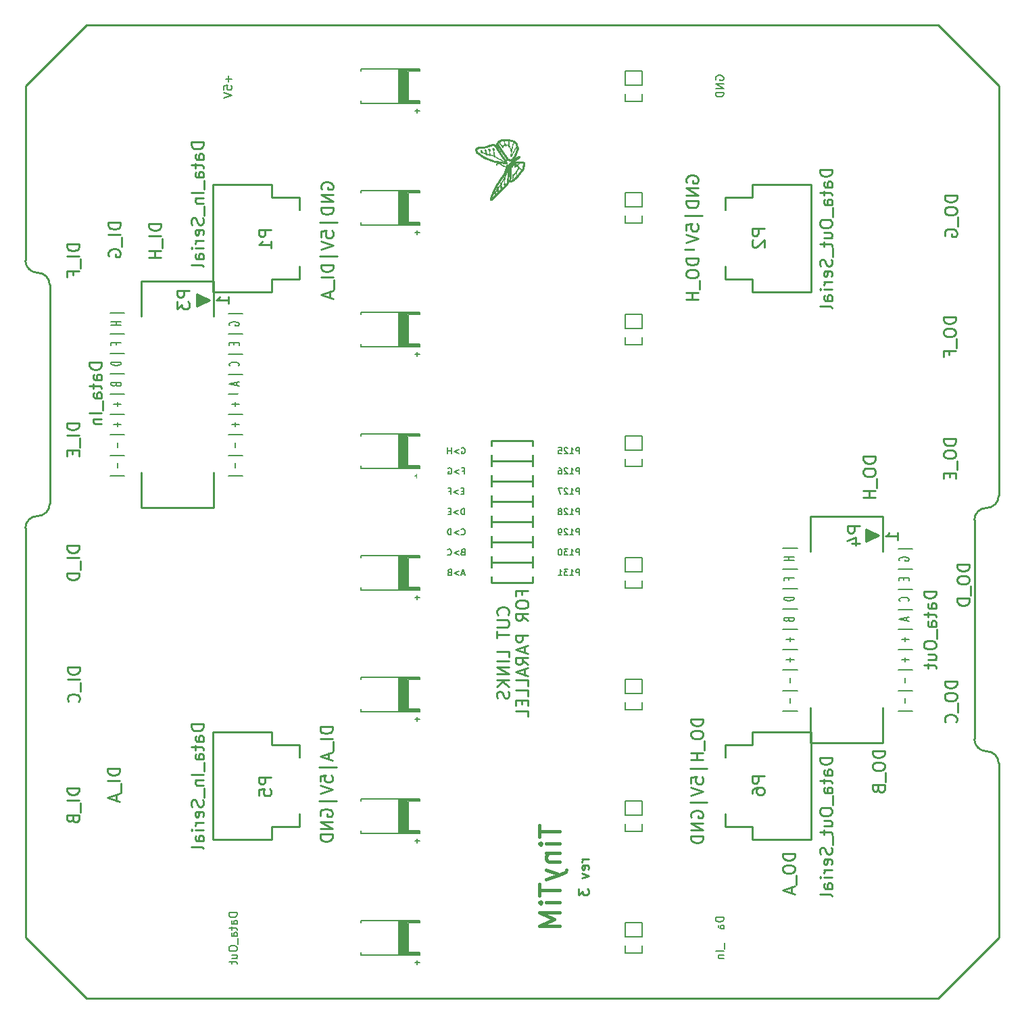
<source format=gbo>
G04 #@! TF.FileFunction,Legend,Bot*
%FSLAX46Y46*%
G04 Gerber Fmt 4.6, Leading zero omitted, Abs format (unit mm)*
G04 Created by KiCad (PCBNEW 0.201504161001+5603~22~ubuntu14.10.1-product) date Fri Apr 17 18:25:38 2015*
%MOMM*%
G01*
G04 APERTURE LIST*
%ADD10C,0.152400*%
%ADD11C,0.203200*%
%ADD12C,0.254000*%
%ADD13C,0.381000*%
%ADD14C,0.177800*%
%ADD15C,0.171450*%
%ADD16C,0.002540*%
%ADD17C,0.127000*%
%ADD18R,5.508000X1.408000*%
%ADD19R,2.708000X1.524000*%
%ADD20R,3.508000X1.008000*%
%ADD21R,3.556000X3.556000*%
%ADD22R,3.908000X1.908000*%
%ADD23R,6.108000X2.808000*%
%ADD24R,1.930400X1.574800*%
%ADD25C,3.556000*%
%ADD26C,6.604000*%
%ADD27C,2.540000*%
%ADD28C,1.397000*%
G04 APERTURE END LIST*
D10*
D11*
X111887000Y-32245905D02*
X111838619Y-32149143D01*
X111838619Y-32004000D01*
X111887000Y-31858858D01*
X111983762Y-31762096D01*
X112080524Y-31713715D01*
X112274048Y-31665334D01*
X112419190Y-31665334D01*
X112612714Y-31713715D01*
X112709476Y-31762096D01*
X112806238Y-31858858D01*
X112854619Y-32004000D01*
X112854619Y-32100762D01*
X112806238Y-32245905D01*
X112757857Y-32294286D01*
X112419190Y-32294286D01*
X112419190Y-32100762D01*
X112854619Y-32729715D02*
X111838619Y-32729715D01*
X112854619Y-33310286D01*
X111838619Y-33310286D01*
X112854619Y-33794096D02*
X111838619Y-33794096D01*
X111838619Y-34036001D01*
X111887000Y-34181143D01*
X111983762Y-34277905D01*
X112080524Y-34326286D01*
X112274048Y-34374667D01*
X112419190Y-34374667D01*
X112612714Y-34326286D01*
X112709476Y-34277905D01*
X112806238Y-34181143D01*
X112854619Y-34036001D01*
X112854619Y-33794096D01*
X50872571Y-31713715D02*
X50872571Y-32487810D01*
X51259619Y-32100762D02*
X50485524Y-32100762D01*
X50243619Y-33455429D02*
X50243619Y-32971620D01*
X50727429Y-32923239D01*
X50679048Y-32971620D01*
X50630667Y-33068382D01*
X50630667Y-33310286D01*
X50679048Y-33407048D01*
X50727429Y-33455429D01*
X50824190Y-33503810D01*
X51066095Y-33503810D01*
X51162857Y-33455429D01*
X51211238Y-33407048D01*
X51259619Y-33310286D01*
X51259619Y-33068382D01*
X51211238Y-32971620D01*
X51162857Y-32923239D01*
X50243619Y-33794096D02*
X51259619Y-34132763D01*
X50243619Y-34471429D01*
X112854619Y-137135810D02*
X111838619Y-137135810D01*
X111838619Y-137377715D01*
X111887000Y-137522857D01*
X111983762Y-137619619D01*
X112080524Y-137668000D01*
X112274048Y-137716381D01*
X112419190Y-137716381D01*
X112612714Y-137668000D01*
X112709476Y-137619619D01*
X112806238Y-137522857D01*
X112854619Y-137377715D01*
X112854619Y-137135810D01*
X112854619Y-138587238D02*
X112322429Y-138587238D01*
X112225667Y-138538857D01*
X112177286Y-138442095D01*
X112177286Y-138248572D01*
X112225667Y-138151810D01*
X112806238Y-138587238D02*
X112854619Y-138490476D01*
X112854619Y-138248572D01*
X112806238Y-138151810D01*
X112709476Y-138103429D01*
X112612714Y-138103429D01*
X112515952Y-138151810D01*
X112467571Y-138248572D01*
X112467571Y-138490476D01*
X112419190Y-138587238D01*
X112177286Y-138925905D02*
X112177286Y-139312953D01*
X111838619Y-139071048D02*
X112709476Y-139071048D01*
X112806238Y-139119429D01*
X112854619Y-139216191D01*
X112854619Y-139312953D01*
X112854619Y-140087047D02*
X112322429Y-140087047D01*
X112225667Y-140038666D01*
X112177286Y-139941904D01*
X112177286Y-139748381D01*
X112225667Y-139651619D01*
X112806238Y-140087047D02*
X112854619Y-139990285D01*
X112854619Y-139748381D01*
X112806238Y-139651619D01*
X112709476Y-139603238D01*
X112612714Y-139603238D01*
X112515952Y-139651619D01*
X112467571Y-139748381D01*
X112467571Y-139990285D01*
X112419190Y-140087047D01*
X112951381Y-140328952D02*
X112951381Y-141103047D01*
X112854619Y-141344952D02*
X111838619Y-141344952D01*
X112177286Y-141828762D02*
X112854619Y-141828762D01*
X112274048Y-141828762D02*
X112225667Y-141877143D01*
X112177286Y-141973905D01*
X112177286Y-142119047D01*
X112225667Y-142215809D01*
X112322429Y-142264190D01*
X112854619Y-142264190D01*
X51894619Y-136555239D02*
X50878619Y-136555239D01*
X50878619Y-136797144D01*
X50927000Y-136942286D01*
X51023762Y-137039048D01*
X51120524Y-137087429D01*
X51314048Y-137135810D01*
X51459190Y-137135810D01*
X51652714Y-137087429D01*
X51749476Y-137039048D01*
X51846238Y-136942286D01*
X51894619Y-136797144D01*
X51894619Y-136555239D01*
X51894619Y-138006667D02*
X51362429Y-138006667D01*
X51265667Y-137958286D01*
X51217286Y-137861524D01*
X51217286Y-137668001D01*
X51265667Y-137571239D01*
X51846238Y-138006667D02*
X51894619Y-137909905D01*
X51894619Y-137668001D01*
X51846238Y-137571239D01*
X51749476Y-137522858D01*
X51652714Y-137522858D01*
X51555952Y-137571239D01*
X51507571Y-137668001D01*
X51507571Y-137909905D01*
X51459190Y-138006667D01*
X51217286Y-138345334D02*
X51217286Y-138732382D01*
X50878619Y-138490477D02*
X51749476Y-138490477D01*
X51846238Y-138538858D01*
X51894619Y-138635620D01*
X51894619Y-138732382D01*
X51894619Y-139506476D02*
X51362429Y-139506476D01*
X51265667Y-139458095D01*
X51217286Y-139361333D01*
X51217286Y-139167810D01*
X51265667Y-139071048D01*
X51846238Y-139506476D02*
X51894619Y-139409714D01*
X51894619Y-139167810D01*
X51846238Y-139071048D01*
X51749476Y-139022667D01*
X51652714Y-139022667D01*
X51555952Y-139071048D01*
X51507571Y-139167810D01*
X51507571Y-139409714D01*
X51459190Y-139506476D01*
X51991381Y-139748381D02*
X51991381Y-140522476D01*
X50878619Y-140957905D02*
X50878619Y-141151428D01*
X50927000Y-141248190D01*
X51023762Y-141344952D01*
X51217286Y-141393333D01*
X51555952Y-141393333D01*
X51749476Y-141344952D01*
X51846238Y-141248190D01*
X51894619Y-141151428D01*
X51894619Y-140957905D01*
X51846238Y-140861143D01*
X51749476Y-140764381D01*
X51555952Y-140716000D01*
X51217286Y-140716000D01*
X51023762Y-140764381D01*
X50927000Y-140861143D01*
X50878619Y-140957905D01*
X51217286Y-142264190D02*
X51894619Y-142264190D01*
X51217286Y-141828762D02*
X51749476Y-141828762D01*
X51846238Y-141877143D01*
X51894619Y-141973905D01*
X51894619Y-142119047D01*
X51846238Y-142215809D01*
X51797857Y-142264190D01*
X51217286Y-142602857D02*
X51217286Y-142989905D01*
X50878619Y-142748000D02*
X51749476Y-142748000D01*
X51846238Y-142796381D01*
X51894619Y-142893143D01*
X51894619Y-142989905D01*
D12*
X147320000Y-33020000D02*
X139700000Y-25400000D01*
X147320000Y-139700000D02*
X139700000Y-147320000D01*
X25400000Y-139700000D02*
X33020000Y-147320000D01*
X33020000Y-25400000D02*
X25400000Y-33020000D01*
X62488000Y-45900000D02*
X62415429Y-45754857D01*
X62415429Y-45537143D01*
X62488000Y-45319428D01*
X62633143Y-45174286D01*
X62778286Y-45101714D01*
X63068571Y-45029143D01*
X63286286Y-45029143D01*
X63576571Y-45101714D01*
X63721714Y-45174286D01*
X63866857Y-45319428D01*
X63939429Y-45537143D01*
X63939429Y-45682286D01*
X63866857Y-45900000D01*
X63794286Y-45972571D01*
X63286286Y-45972571D01*
X63286286Y-45682286D01*
X63939429Y-46625714D02*
X62415429Y-46625714D01*
X63939429Y-47496571D01*
X62415429Y-47496571D01*
X63939429Y-48222285D02*
X62415429Y-48222285D01*
X62415429Y-48585142D01*
X62488000Y-48802857D01*
X62633143Y-48947999D01*
X62778286Y-49020571D01*
X63068571Y-49093142D01*
X63286286Y-49093142D01*
X63576571Y-49020571D01*
X63721714Y-48947999D01*
X63866857Y-48802857D01*
X63939429Y-48585142D01*
X63939429Y-48222285D01*
X64447429Y-50109142D02*
X62270286Y-50109142D01*
X62415429Y-51923428D02*
X62415429Y-51197714D01*
X63141143Y-51125143D01*
X63068571Y-51197714D01*
X62996000Y-51342857D01*
X62996000Y-51705714D01*
X63068571Y-51850857D01*
X63141143Y-51923428D01*
X63286286Y-51996000D01*
X63649143Y-51996000D01*
X63794286Y-51923428D01*
X63866857Y-51850857D01*
X63939429Y-51705714D01*
X63939429Y-51342857D01*
X63866857Y-51197714D01*
X63794286Y-51125143D01*
X62415429Y-52431429D02*
X63939429Y-52939429D01*
X62415429Y-53447429D01*
X64447429Y-54318286D02*
X62270286Y-54318286D01*
X63939429Y-55406858D02*
X62415429Y-55406858D01*
X62415429Y-55769715D01*
X62488000Y-55987430D01*
X62633143Y-56132572D01*
X62778286Y-56205144D01*
X63068571Y-56277715D01*
X63286286Y-56277715D01*
X63576571Y-56205144D01*
X63721714Y-56132572D01*
X63866857Y-55987430D01*
X63939429Y-55769715D01*
X63939429Y-55406858D01*
X63939429Y-56930858D02*
X62415429Y-56930858D01*
X64084571Y-57293715D02*
X64084571Y-58454858D01*
X63504000Y-58745144D02*
X63504000Y-59470858D01*
X63939429Y-58600001D02*
X62415429Y-59108001D01*
X63939429Y-59616001D01*
X108238000Y-45069429D02*
X108165429Y-44924286D01*
X108165429Y-44706572D01*
X108238000Y-44488857D01*
X108383143Y-44343715D01*
X108528286Y-44271143D01*
X108818571Y-44198572D01*
X109036286Y-44198572D01*
X109326571Y-44271143D01*
X109471714Y-44343715D01*
X109616857Y-44488857D01*
X109689429Y-44706572D01*
X109689429Y-44851715D01*
X109616857Y-45069429D01*
X109544286Y-45142000D01*
X109036286Y-45142000D01*
X109036286Y-44851715D01*
X109689429Y-45795143D02*
X108165429Y-45795143D01*
X109689429Y-46666000D01*
X108165429Y-46666000D01*
X109689429Y-47391714D02*
X108165429Y-47391714D01*
X108165429Y-47754571D01*
X108238000Y-47972286D01*
X108383143Y-48117428D01*
X108528286Y-48190000D01*
X108818571Y-48262571D01*
X109036286Y-48262571D01*
X109326571Y-48190000D01*
X109471714Y-48117428D01*
X109616857Y-47972286D01*
X109689429Y-47754571D01*
X109689429Y-47391714D01*
X110197429Y-49278571D02*
X108020286Y-49278571D01*
X108165429Y-51092857D02*
X108165429Y-50367143D01*
X108891143Y-50294572D01*
X108818571Y-50367143D01*
X108746000Y-50512286D01*
X108746000Y-50875143D01*
X108818571Y-51020286D01*
X108891143Y-51092857D01*
X109036286Y-51165429D01*
X109399143Y-51165429D01*
X109544286Y-51092857D01*
X109616857Y-51020286D01*
X109689429Y-50875143D01*
X109689429Y-50512286D01*
X109616857Y-50367143D01*
X109544286Y-50294572D01*
X108165429Y-51600858D02*
X109689429Y-52108858D01*
X108165429Y-52616858D01*
X110197429Y-53487715D02*
X108020286Y-53487715D01*
X109689429Y-54576287D02*
X108165429Y-54576287D01*
X108165429Y-54939144D01*
X108238000Y-55156859D01*
X108383143Y-55302001D01*
X108528286Y-55374573D01*
X108818571Y-55447144D01*
X109036286Y-55447144D01*
X109326571Y-55374573D01*
X109471714Y-55302001D01*
X109616857Y-55156859D01*
X109689429Y-54939144D01*
X109689429Y-54576287D01*
X108165429Y-56390573D02*
X108165429Y-56680859D01*
X108238000Y-56826001D01*
X108383143Y-56971144D01*
X108673429Y-57043716D01*
X109181429Y-57043716D01*
X109471714Y-56971144D01*
X109616857Y-56826001D01*
X109689429Y-56680859D01*
X109689429Y-56390573D01*
X109616857Y-56245430D01*
X109471714Y-56100287D01*
X109181429Y-56027716D01*
X108673429Y-56027716D01*
X108383143Y-56100287D01*
X108238000Y-56245430D01*
X108165429Y-56390573D01*
X109834571Y-57334001D02*
X109834571Y-58495144D01*
X109689429Y-58858001D02*
X108165429Y-58858001D01*
X108891143Y-58858001D02*
X108891143Y-59728858D01*
X109689429Y-59728858D02*
X108165429Y-59728858D01*
X95951524Y-129872620D02*
X95104857Y-129872620D01*
X95346762Y-129872620D02*
X95225810Y-129933096D01*
X95165333Y-129993572D01*
X95104857Y-130114525D01*
X95104857Y-130235477D01*
X95891048Y-131142619D02*
X95951524Y-131021667D01*
X95951524Y-130779762D01*
X95891048Y-130658810D01*
X95770095Y-130598334D01*
X95286286Y-130598334D01*
X95165333Y-130658810D01*
X95104857Y-130779762D01*
X95104857Y-131021667D01*
X95165333Y-131142619D01*
X95286286Y-131203096D01*
X95407238Y-131203096D01*
X95528190Y-130598334D01*
X95104857Y-131626429D02*
X95951524Y-131928810D01*
X95104857Y-132231190D01*
X94681524Y-133561667D02*
X94681524Y-134347857D01*
X95165333Y-133924524D01*
X95165333Y-134105952D01*
X95225810Y-134226905D01*
X95286286Y-134287381D01*
X95407238Y-134347857D01*
X95709619Y-134347857D01*
X95830571Y-134287381D01*
X95891048Y-134226905D01*
X95951524Y-134105952D01*
X95951524Y-133743095D01*
X95891048Y-133622143D01*
X95830571Y-133561667D01*
D13*
X89795048Y-125609048D02*
X89795048Y-127060476D01*
X92335048Y-126334762D02*
X89795048Y-126334762D01*
X92335048Y-127907143D02*
X90641714Y-127907143D01*
X89795048Y-127907143D02*
X89916000Y-127786191D01*
X90036952Y-127907143D01*
X89916000Y-128028095D01*
X89795048Y-127907143D01*
X90036952Y-127907143D01*
X90641714Y-129116667D02*
X92335048Y-129116667D01*
X90883619Y-129116667D02*
X90762667Y-129237619D01*
X90641714Y-129479524D01*
X90641714Y-129842381D01*
X90762667Y-130084286D01*
X91004571Y-130205238D01*
X92335048Y-130205238D01*
X90641714Y-131172857D02*
X92335048Y-131777619D01*
X90641714Y-132382381D02*
X92335048Y-131777619D01*
X92939810Y-131535714D01*
X93060762Y-131414762D01*
X93181714Y-131172857D01*
X89795048Y-132987143D02*
X89795048Y-134438571D01*
X92335048Y-133712857D02*
X89795048Y-133712857D01*
X92335048Y-135285238D02*
X90641714Y-135285238D01*
X89795048Y-135285238D02*
X89916000Y-135164286D01*
X90036952Y-135285238D01*
X89916000Y-135406190D01*
X89795048Y-135285238D01*
X90036952Y-135285238D01*
X92335048Y-136494762D02*
X89795048Y-136494762D01*
X91609333Y-137341429D01*
X89795048Y-138188095D01*
X92335048Y-138188095D01*
D12*
X121783929Y-129140857D02*
X120259929Y-129140857D01*
X120259929Y-129503714D01*
X120332500Y-129721429D01*
X120477643Y-129866571D01*
X120622786Y-129939143D01*
X120913071Y-130011714D01*
X121130786Y-130011714D01*
X121421071Y-129939143D01*
X121566214Y-129866571D01*
X121711357Y-129721429D01*
X121783929Y-129503714D01*
X121783929Y-129140857D01*
X120259929Y-130955143D02*
X120259929Y-131245429D01*
X120332500Y-131390571D01*
X120477643Y-131535714D01*
X120767929Y-131608286D01*
X121275929Y-131608286D01*
X121566214Y-131535714D01*
X121711357Y-131390571D01*
X121783929Y-131245429D01*
X121783929Y-130955143D01*
X121711357Y-130810000D01*
X121566214Y-130664857D01*
X121275929Y-130592286D01*
X120767929Y-130592286D01*
X120477643Y-130664857D01*
X120332500Y-130810000D01*
X120259929Y-130955143D01*
X121929071Y-131898571D02*
X121929071Y-133059714D01*
X121348500Y-133350000D02*
X121348500Y-134075714D01*
X121783929Y-133204857D02*
X120259929Y-133712857D01*
X121783929Y-134220857D01*
X133023429Y-116268500D02*
X131499429Y-116268500D01*
X131499429Y-116631357D01*
X131572000Y-116849072D01*
X131717143Y-116994214D01*
X131862286Y-117066786D01*
X132152571Y-117139357D01*
X132370286Y-117139357D01*
X132660571Y-117066786D01*
X132805714Y-116994214D01*
X132950857Y-116849072D01*
X133023429Y-116631357D01*
X133023429Y-116268500D01*
X131499429Y-118082786D02*
X131499429Y-118373072D01*
X131572000Y-118518214D01*
X131717143Y-118663357D01*
X132007429Y-118735929D01*
X132515429Y-118735929D01*
X132805714Y-118663357D01*
X132950857Y-118518214D01*
X133023429Y-118373072D01*
X133023429Y-118082786D01*
X132950857Y-117937643D01*
X132805714Y-117792500D01*
X132515429Y-117719929D01*
X132007429Y-117719929D01*
X131717143Y-117792500D01*
X131572000Y-117937643D01*
X131499429Y-118082786D01*
X133168571Y-119026214D02*
X133168571Y-120187357D01*
X132225143Y-121058214D02*
X132297714Y-121275928D01*
X132370286Y-121348500D01*
X132515429Y-121421071D01*
X132733143Y-121421071D01*
X132878286Y-121348500D01*
X132950857Y-121275928D01*
X133023429Y-121130786D01*
X133023429Y-120550214D01*
X131499429Y-120550214D01*
X131499429Y-121058214D01*
X131572000Y-121203357D01*
X131644571Y-121275928D01*
X131789714Y-121348500D01*
X131934857Y-121348500D01*
X132080000Y-121275928D01*
X132152571Y-121203357D01*
X132225143Y-121058214D01*
X132225143Y-120550214D01*
X142065829Y-107543600D02*
X140541829Y-107543600D01*
X140541829Y-107906457D01*
X140614400Y-108124172D01*
X140759543Y-108269314D01*
X140904686Y-108341886D01*
X141194971Y-108414457D01*
X141412686Y-108414457D01*
X141702971Y-108341886D01*
X141848114Y-108269314D01*
X141993257Y-108124172D01*
X142065829Y-107906457D01*
X142065829Y-107543600D01*
X140541829Y-109357886D02*
X140541829Y-109648172D01*
X140614400Y-109793314D01*
X140759543Y-109938457D01*
X141049829Y-110011029D01*
X141557829Y-110011029D01*
X141848114Y-109938457D01*
X141993257Y-109793314D01*
X142065829Y-109648172D01*
X142065829Y-109357886D01*
X141993257Y-109212743D01*
X141848114Y-109067600D01*
X141557829Y-108995029D01*
X141049829Y-108995029D01*
X140759543Y-109067600D01*
X140614400Y-109212743D01*
X140541829Y-109357886D01*
X142210971Y-110301314D02*
X142210971Y-111462457D01*
X141920686Y-112696171D02*
X141993257Y-112623600D01*
X142065829Y-112405886D01*
X142065829Y-112260743D01*
X141993257Y-112043028D01*
X141848114Y-111897886D01*
X141702971Y-111825314D01*
X141412686Y-111752743D01*
X141194971Y-111752743D01*
X140904686Y-111825314D01*
X140759543Y-111897886D01*
X140614400Y-112043028D01*
X140541829Y-112260743D01*
X140541829Y-112405886D01*
X140614400Y-112623600D01*
X140686971Y-112696171D01*
X143640629Y-92913200D02*
X142116629Y-92913200D01*
X142116629Y-93276057D01*
X142189200Y-93493772D01*
X142334343Y-93638914D01*
X142479486Y-93711486D01*
X142769771Y-93784057D01*
X142987486Y-93784057D01*
X143277771Y-93711486D01*
X143422914Y-93638914D01*
X143568057Y-93493772D01*
X143640629Y-93276057D01*
X143640629Y-92913200D01*
X142116629Y-94727486D02*
X142116629Y-95017772D01*
X142189200Y-95162914D01*
X142334343Y-95308057D01*
X142624629Y-95380629D01*
X143132629Y-95380629D01*
X143422914Y-95308057D01*
X143568057Y-95162914D01*
X143640629Y-95017772D01*
X143640629Y-94727486D01*
X143568057Y-94582343D01*
X143422914Y-94437200D01*
X143132629Y-94364629D01*
X142624629Y-94364629D01*
X142334343Y-94437200D01*
X142189200Y-94582343D01*
X142116629Y-94727486D01*
X143785771Y-95670914D02*
X143785771Y-96832057D01*
X143640629Y-97194914D02*
X142116629Y-97194914D01*
X142116629Y-97557771D01*
X142189200Y-97775486D01*
X142334343Y-97920628D01*
X142479486Y-97993200D01*
X142769771Y-98065771D01*
X142987486Y-98065771D01*
X143277771Y-97993200D01*
X143422914Y-97920628D01*
X143568057Y-97775486D01*
X143640629Y-97557771D01*
X143640629Y-97194914D01*
X131867729Y-79414915D02*
X130343729Y-79414915D01*
X130343729Y-79777772D01*
X130416300Y-79995487D01*
X130561443Y-80140629D01*
X130706586Y-80213201D01*
X130996871Y-80285772D01*
X131214586Y-80285772D01*
X131504871Y-80213201D01*
X131650014Y-80140629D01*
X131795157Y-79995487D01*
X131867729Y-79777772D01*
X131867729Y-79414915D01*
X130343729Y-81229201D02*
X130343729Y-81519487D01*
X130416300Y-81664629D01*
X130561443Y-81809772D01*
X130851729Y-81882344D01*
X131359729Y-81882344D01*
X131650014Y-81809772D01*
X131795157Y-81664629D01*
X131867729Y-81519487D01*
X131867729Y-81229201D01*
X131795157Y-81084058D01*
X131650014Y-80938915D01*
X131359729Y-80866344D01*
X130851729Y-80866344D01*
X130561443Y-80938915D01*
X130416300Y-81084058D01*
X130343729Y-81229201D01*
X132012871Y-82172629D02*
X132012871Y-83333772D01*
X131867729Y-83696629D02*
X130343729Y-83696629D01*
X131069443Y-83696629D02*
X131069443Y-84567486D01*
X131867729Y-84567486D02*
X130343729Y-84567486D01*
X141964229Y-77186972D02*
X140440229Y-77186972D01*
X140440229Y-77549829D01*
X140512800Y-77767544D01*
X140657943Y-77912686D01*
X140803086Y-77985258D01*
X141093371Y-78057829D01*
X141311086Y-78057829D01*
X141601371Y-77985258D01*
X141746514Y-77912686D01*
X141891657Y-77767544D01*
X141964229Y-77549829D01*
X141964229Y-77186972D01*
X140440229Y-79001258D02*
X140440229Y-79291544D01*
X140512800Y-79436686D01*
X140657943Y-79581829D01*
X140948229Y-79654401D01*
X141456229Y-79654401D01*
X141746514Y-79581829D01*
X141891657Y-79436686D01*
X141964229Y-79291544D01*
X141964229Y-79001258D01*
X141891657Y-78856115D01*
X141746514Y-78710972D01*
X141456229Y-78638401D01*
X140948229Y-78638401D01*
X140657943Y-78710972D01*
X140512800Y-78856115D01*
X140440229Y-79001258D01*
X142109371Y-79944686D02*
X142109371Y-81105829D01*
X141165943Y-81468686D02*
X141165943Y-81976686D01*
X141964229Y-82194400D02*
X141964229Y-81468686D01*
X140440229Y-81468686D01*
X140440229Y-82194400D01*
X141913429Y-61932457D02*
X140389429Y-61932457D01*
X140389429Y-62295314D01*
X140462000Y-62513029D01*
X140607143Y-62658171D01*
X140752286Y-62730743D01*
X141042571Y-62803314D01*
X141260286Y-62803314D01*
X141550571Y-62730743D01*
X141695714Y-62658171D01*
X141840857Y-62513029D01*
X141913429Y-62295314D01*
X141913429Y-61932457D01*
X140389429Y-63746743D02*
X140389429Y-64037029D01*
X140462000Y-64182171D01*
X140607143Y-64327314D01*
X140897429Y-64399886D01*
X141405429Y-64399886D01*
X141695714Y-64327314D01*
X141840857Y-64182171D01*
X141913429Y-64037029D01*
X141913429Y-63746743D01*
X141840857Y-63601600D01*
X141695714Y-63456457D01*
X141405429Y-63383886D01*
X140897429Y-63383886D01*
X140607143Y-63456457D01*
X140462000Y-63601600D01*
X140389429Y-63746743D01*
X142058571Y-64690171D02*
X142058571Y-65851314D01*
X141115143Y-66722171D02*
X141115143Y-66214171D01*
X141913429Y-66214171D02*
X140389429Y-66214171D01*
X140389429Y-66939885D01*
X142065829Y-46685200D02*
X140541829Y-46685200D01*
X140541829Y-47048057D01*
X140614400Y-47265772D01*
X140759543Y-47410914D01*
X140904686Y-47483486D01*
X141194971Y-47556057D01*
X141412686Y-47556057D01*
X141702971Y-47483486D01*
X141848114Y-47410914D01*
X141993257Y-47265772D01*
X142065829Y-47048057D01*
X142065829Y-46685200D01*
X140541829Y-48499486D02*
X140541829Y-48789772D01*
X140614400Y-48934914D01*
X140759543Y-49080057D01*
X141049829Y-49152629D01*
X141557829Y-49152629D01*
X141848114Y-49080057D01*
X141993257Y-48934914D01*
X142065829Y-48789772D01*
X142065829Y-48499486D01*
X141993257Y-48354343D01*
X141848114Y-48209200D01*
X141557829Y-48136629D01*
X141049829Y-48136629D01*
X140759543Y-48209200D01*
X140614400Y-48354343D01*
X140541829Y-48499486D01*
X142210971Y-49442914D02*
X142210971Y-50604057D01*
X140614400Y-51765200D02*
X140541829Y-51620057D01*
X140541829Y-51402343D01*
X140614400Y-51184628D01*
X140759543Y-51039486D01*
X140904686Y-50966914D01*
X141194971Y-50894343D01*
X141412686Y-50894343D01*
X141702971Y-50966914D01*
X141848114Y-51039486D01*
X141993257Y-51184628D01*
X142065829Y-51402343D01*
X142065829Y-51547486D01*
X141993257Y-51765200D01*
X141920686Y-51837771D01*
X141412686Y-51837771D01*
X141412686Y-51547486D01*
X42396229Y-50233943D02*
X40872229Y-50233943D01*
X40872229Y-50596800D01*
X40944800Y-50814515D01*
X41089943Y-50959657D01*
X41235086Y-51032229D01*
X41525371Y-51104800D01*
X41743086Y-51104800D01*
X42033371Y-51032229D01*
X42178514Y-50959657D01*
X42323657Y-50814515D01*
X42396229Y-50596800D01*
X42396229Y-50233943D01*
X42396229Y-51757943D02*
X40872229Y-51757943D01*
X42541371Y-52120800D02*
X42541371Y-53281943D01*
X42396229Y-53644800D02*
X40872229Y-53644800D01*
X41597943Y-53644800D02*
X41597943Y-54515657D01*
X42396229Y-54515657D02*
X40872229Y-54515657D01*
X37316229Y-50092429D02*
X35792229Y-50092429D01*
X35792229Y-50455286D01*
X35864800Y-50673001D01*
X36009943Y-50818143D01*
X36155086Y-50890715D01*
X36445371Y-50963286D01*
X36663086Y-50963286D01*
X36953371Y-50890715D01*
X37098514Y-50818143D01*
X37243657Y-50673001D01*
X37316229Y-50455286D01*
X37316229Y-50092429D01*
X37316229Y-51616429D02*
X35792229Y-51616429D01*
X37461371Y-51979286D02*
X37461371Y-53140429D01*
X35864800Y-54301572D02*
X35792229Y-54156429D01*
X35792229Y-53938715D01*
X35864800Y-53721000D01*
X36009943Y-53575858D01*
X36155086Y-53503286D01*
X36445371Y-53430715D01*
X36663086Y-53430715D01*
X36953371Y-53503286D01*
X37098514Y-53575858D01*
X37243657Y-53721000D01*
X37316229Y-53938715D01*
X37316229Y-54083858D01*
X37243657Y-54301572D01*
X37171086Y-54374143D01*
X36663086Y-54374143D01*
X36663086Y-54083858D01*
X32134629Y-52792086D02*
X30610629Y-52792086D01*
X30610629Y-53154943D01*
X30683200Y-53372658D01*
X30828343Y-53517800D01*
X30973486Y-53590372D01*
X31263771Y-53662943D01*
X31481486Y-53662943D01*
X31771771Y-53590372D01*
X31916914Y-53517800D01*
X32062057Y-53372658D01*
X32134629Y-53154943D01*
X32134629Y-52792086D01*
X32134629Y-54316086D02*
X30610629Y-54316086D01*
X32279771Y-54678943D02*
X32279771Y-55840086D01*
X31336343Y-56710943D02*
X31336343Y-56202943D01*
X32134629Y-56202943D02*
X30610629Y-56202943D01*
X30610629Y-56928657D01*
X32083829Y-75209400D02*
X30559829Y-75209400D01*
X30559829Y-75572257D01*
X30632400Y-75789972D01*
X30777543Y-75935114D01*
X30922686Y-76007686D01*
X31212971Y-76080257D01*
X31430686Y-76080257D01*
X31720971Y-76007686D01*
X31866114Y-75935114D01*
X32011257Y-75789972D01*
X32083829Y-75572257D01*
X32083829Y-75209400D01*
X32083829Y-76733400D02*
X30559829Y-76733400D01*
X32228971Y-77096257D02*
X32228971Y-78257400D01*
X31285543Y-78620257D02*
X31285543Y-79128257D01*
X32083829Y-79345971D02*
X32083829Y-78620257D01*
X30559829Y-78620257D01*
X30559829Y-79345971D01*
X32121929Y-90592729D02*
X30597929Y-90592729D01*
X30597929Y-90955586D01*
X30670500Y-91173301D01*
X30815643Y-91318443D01*
X30960786Y-91391015D01*
X31251071Y-91463586D01*
X31468786Y-91463586D01*
X31759071Y-91391015D01*
X31904214Y-91318443D01*
X32049357Y-91173301D01*
X32121929Y-90955586D01*
X32121929Y-90592729D01*
X32121929Y-92116729D02*
X30597929Y-92116729D01*
X32267071Y-92479586D02*
X32267071Y-93640729D01*
X32121929Y-94003586D02*
X30597929Y-94003586D01*
X30597929Y-94366443D01*
X30670500Y-94584158D01*
X30815643Y-94729300D01*
X30960786Y-94801872D01*
X31251071Y-94874443D01*
X31468786Y-94874443D01*
X31759071Y-94801872D01*
X31904214Y-94729300D01*
X32049357Y-94584158D01*
X32121929Y-94366443D01*
X32121929Y-94003586D01*
X32185429Y-105820029D02*
X30661429Y-105820029D01*
X30661429Y-106182886D01*
X30734000Y-106400601D01*
X30879143Y-106545743D01*
X31024286Y-106618315D01*
X31314571Y-106690886D01*
X31532286Y-106690886D01*
X31822571Y-106618315D01*
X31967714Y-106545743D01*
X32112857Y-106400601D01*
X32185429Y-106182886D01*
X32185429Y-105820029D01*
X32185429Y-107344029D02*
X30661429Y-107344029D01*
X32330571Y-107706886D02*
X32330571Y-108868029D01*
X32040286Y-110101743D02*
X32112857Y-110029172D01*
X32185429Y-109811458D01*
X32185429Y-109666315D01*
X32112857Y-109448600D01*
X31967714Y-109303458D01*
X31822571Y-109230886D01*
X31532286Y-109158315D01*
X31314571Y-109158315D01*
X31024286Y-109230886D01*
X30879143Y-109303458D01*
X30734000Y-109448600D01*
X30661429Y-109666315D01*
X30661429Y-109811458D01*
X30734000Y-110029172D01*
X30806571Y-110101743D01*
X32121929Y-120920329D02*
X30597929Y-120920329D01*
X30597929Y-121283186D01*
X30670500Y-121500901D01*
X30815643Y-121646043D01*
X30960786Y-121718615D01*
X31251071Y-121791186D01*
X31468786Y-121791186D01*
X31759071Y-121718615D01*
X31904214Y-121646043D01*
X32049357Y-121500901D01*
X32121929Y-121283186D01*
X32121929Y-120920329D01*
X32121929Y-122444329D02*
X30597929Y-122444329D01*
X32267071Y-122807186D02*
X32267071Y-123968329D01*
X31323643Y-124839186D02*
X31396214Y-125056900D01*
X31468786Y-125129472D01*
X31613929Y-125202043D01*
X31831643Y-125202043D01*
X31976786Y-125129472D01*
X32049357Y-125056900D01*
X32121929Y-124911758D01*
X32121929Y-124331186D01*
X30597929Y-124331186D01*
X30597929Y-124839186D01*
X30670500Y-124984329D01*
X30743071Y-125056900D01*
X30888214Y-125129472D01*
X31033357Y-125129472D01*
X31178500Y-125056900D01*
X31251071Y-124984329D01*
X31323643Y-124839186D01*
X31323643Y-124331186D01*
X37214629Y-118476486D02*
X35690629Y-118476486D01*
X35690629Y-118839343D01*
X35763200Y-119057058D01*
X35908343Y-119202200D01*
X36053486Y-119274772D01*
X36343771Y-119347343D01*
X36561486Y-119347343D01*
X36851771Y-119274772D01*
X36996914Y-119202200D01*
X37142057Y-119057058D01*
X37214629Y-118839343D01*
X37214629Y-118476486D01*
X37214629Y-120000486D02*
X35690629Y-120000486D01*
X37359771Y-120363343D02*
X37359771Y-121524486D01*
X36779200Y-121814772D02*
X36779200Y-122540486D01*
X37214629Y-121669629D02*
X35690629Y-122177629D01*
X37214629Y-122685629D01*
X63833829Y-113247714D02*
X62309829Y-113247714D01*
X62309829Y-113610571D01*
X62382400Y-113828286D01*
X62527543Y-113973428D01*
X62672686Y-114046000D01*
X62962971Y-114118571D01*
X63180686Y-114118571D01*
X63470971Y-114046000D01*
X63616114Y-113973428D01*
X63761257Y-113828286D01*
X63833829Y-113610571D01*
X63833829Y-113247714D01*
X63833829Y-114771714D02*
X62309829Y-114771714D01*
X63978971Y-115134571D02*
X63978971Y-116295714D01*
X63398400Y-116586000D02*
X63398400Y-117311714D01*
X63833829Y-116440857D02*
X62309829Y-116948857D01*
X63833829Y-117456857D01*
X64341829Y-118327714D02*
X62164686Y-118327714D01*
X62309829Y-120142000D02*
X62309829Y-119416286D01*
X63035543Y-119343715D01*
X62962971Y-119416286D01*
X62890400Y-119561429D01*
X62890400Y-119924286D01*
X62962971Y-120069429D01*
X63035543Y-120142000D01*
X63180686Y-120214572D01*
X63543543Y-120214572D01*
X63688686Y-120142000D01*
X63761257Y-120069429D01*
X63833829Y-119924286D01*
X63833829Y-119561429D01*
X63761257Y-119416286D01*
X63688686Y-119343715D01*
X62309829Y-120650001D02*
X63833829Y-121158001D01*
X62309829Y-121666001D01*
X64341829Y-122536858D02*
X62164686Y-122536858D01*
X62382400Y-124423716D02*
X62309829Y-124278573D01*
X62309829Y-124060859D01*
X62382400Y-123843144D01*
X62527543Y-123698002D01*
X62672686Y-123625430D01*
X62962971Y-123552859D01*
X63180686Y-123552859D01*
X63470971Y-123625430D01*
X63616114Y-123698002D01*
X63761257Y-123843144D01*
X63833829Y-124060859D01*
X63833829Y-124206002D01*
X63761257Y-124423716D01*
X63688686Y-124496287D01*
X63180686Y-124496287D01*
X63180686Y-124206002D01*
X63833829Y-125149430D02*
X62309829Y-125149430D01*
X63833829Y-126020287D01*
X62309829Y-126020287D01*
X63833829Y-126746001D02*
X62309829Y-126746001D01*
X62309829Y-127108858D01*
X62382400Y-127326573D01*
X62527543Y-127471715D01*
X62672686Y-127544287D01*
X62962971Y-127616858D01*
X63180686Y-127616858D01*
X63470971Y-127544287D01*
X63616114Y-127471715D01*
X63761257Y-127326573D01*
X63833829Y-127108858D01*
X63833829Y-126746001D01*
X110290429Y-112286143D02*
X108766429Y-112286143D01*
X108766429Y-112649000D01*
X108839000Y-112866715D01*
X108984143Y-113011857D01*
X109129286Y-113084429D01*
X109419571Y-113157000D01*
X109637286Y-113157000D01*
X109927571Y-113084429D01*
X110072714Y-113011857D01*
X110217857Y-112866715D01*
X110290429Y-112649000D01*
X110290429Y-112286143D01*
X108766429Y-114100429D02*
X108766429Y-114390715D01*
X108839000Y-114535857D01*
X108984143Y-114681000D01*
X109274429Y-114753572D01*
X109782429Y-114753572D01*
X110072714Y-114681000D01*
X110217857Y-114535857D01*
X110290429Y-114390715D01*
X110290429Y-114100429D01*
X110217857Y-113955286D01*
X110072714Y-113810143D01*
X109782429Y-113737572D01*
X109274429Y-113737572D01*
X108984143Y-113810143D01*
X108839000Y-113955286D01*
X108766429Y-114100429D01*
X110435571Y-115043857D02*
X110435571Y-116205000D01*
X110290429Y-116567857D02*
X108766429Y-116567857D01*
X109492143Y-116567857D02*
X109492143Y-117438714D01*
X110290429Y-117438714D02*
X108766429Y-117438714D01*
X110798429Y-118527285D02*
X108621286Y-118527285D01*
X108766429Y-120341571D02*
X108766429Y-119615857D01*
X109492143Y-119543286D01*
X109419571Y-119615857D01*
X109347000Y-119761000D01*
X109347000Y-120123857D01*
X109419571Y-120269000D01*
X109492143Y-120341571D01*
X109637286Y-120414143D01*
X110000143Y-120414143D01*
X110145286Y-120341571D01*
X110217857Y-120269000D01*
X110290429Y-120123857D01*
X110290429Y-119761000D01*
X110217857Y-119615857D01*
X110145286Y-119543286D01*
X108766429Y-120849572D02*
X110290429Y-121357572D01*
X108766429Y-121865572D01*
X110798429Y-122736429D02*
X108621286Y-122736429D01*
X108839000Y-124623287D02*
X108766429Y-124478144D01*
X108766429Y-124260430D01*
X108839000Y-124042715D01*
X108984143Y-123897573D01*
X109129286Y-123825001D01*
X109419571Y-123752430D01*
X109637286Y-123752430D01*
X109927571Y-123825001D01*
X110072714Y-123897573D01*
X110217857Y-124042715D01*
X110290429Y-124260430D01*
X110290429Y-124405573D01*
X110217857Y-124623287D01*
X110145286Y-124695858D01*
X109637286Y-124695858D01*
X109637286Y-124405573D01*
X110290429Y-125349001D02*
X108766429Y-125349001D01*
X110290429Y-126219858D01*
X108766429Y-126219858D01*
X110290429Y-126945572D02*
X108766429Y-126945572D01*
X108766429Y-127308429D01*
X108839000Y-127526144D01*
X108984143Y-127671286D01*
X109129286Y-127743858D01*
X109419571Y-127816429D01*
X109637286Y-127816429D01*
X109927571Y-127743858D01*
X110072714Y-127671286D01*
X110217857Y-127526144D01*
X110290429Y-127308429D01*
X110290429Y-126945572D01*
X147320000Y-117856000D02*
G75*
G03X145796000Y-116332000I-1524000J0D01*
G01*
X144272000Y-114808000D02*
G75*
G03X145796000Y-116332000I1524000J0D01*
G01*
X145796000Y-85852000D02*
G75*
G03X144272000Y-87376000I0J-1524000D01*
G01*
X145796000Y-85852000D02*
G75*
G03X147320000Y-84328000I0J1524000D01*
G01*
X25400000Y-54864000D02*
G75*
G03X26924000Y-56388000I1524000J0D01*
G01*
X28448000Y-57912000D02*
G75*
G03X26924000Y-56388000I-1524000J0D01*
G01*
X26924000Y-86868000D02*
G75*
G03X25400000Y-88392000I0J-1524000D01*
G01*
X26924000Y-86868000D02*
G75*
G03X28448000Y-85344000I0J1524000D01*
G01*
X147320000Y-84328000D02*
X147320000Y-33020000D01*
X147320000Y-117856000D02*
X147320000Y-139700000D01*
X25400000Y-88392000D02*
X25400000Y-139700000D01*
X25400000Y-54864000D02*
X25400000Y-33020000D01*
X144272000Y-101092000D02*
X144272000Y-114808000D01*
X144272000Y-101092000D02*
X144272000Y-87376000D01*
X28448000Y-71628000D02*
X28448000Y-85344000D01*
X28448000Y-71628000D02*
X28448000Y-57912000D01*
X139700000Y-147320000D02*
X33020000Y-147320000D01*
X33020000Y-25400000D02*
X139700000Y-25400000D01*
D14*
X136532257Y-90978567D02*
X134717971Y-90978567D01*
X134899400Y-92451767D02*
X134838924Y-92381615D01*
X134838924Y-92276386D01*
X134899400Y-92171158D01*
X135020352Y-92101005D01*
X135141305Y-92065929D01*
X135383210Y-92030853D01*
X135564638Y-92030853D01*
X135806543Y-92065929D01*
X135927495Y-92101005D01*
X136048448Y-92171158D01*
X136108924Y-92276386D01*
X136108924Y-92346538D01*
X136048448Y-92451767D01*
X135987971Y-92486843D01*
X135564638Y-92486843D01*
X135564638Y-92346538D01*
X136532257Y-93539129D02*
X134717971Y-93539129D01*
X135443686Y-94626491D02*
X135443686Y-94872024D01*
X136108924Y-94977253D02*
X136108924Y-94626491D01*
X134838924Y-94626491D01*
X134838924Y-94977253D01*
X136532257Y-96029539D02*
X134717971Y-96029539D01*
X135987971Y-97537815D02*
X136048448Y-97502739D01*
X136108924Y-97397510D01*
X136108924Y-97327358D01*
X136048448Y-97222130D01*
X135927495Y-97151977D01*
X135806543Y-97116901D01*
X135564638Y-97081825D01*
X135383210Y-97081825D01*
X135141305Y-97116901D01*
X135020352Y-97151977D01*
X134899400Y-97222130D01*
X134838924Y-97327358D01*
X134838924Y-97397510D01*
X134899400Y-97502739D01*
X134959876Y-97537815D01*
X136532257Y-98590101D02*
X134717971Y-98590101D01*
X135746067Y-99642387D02*
X135746067Y-99993149D01*
X136108924Y-99572234D02*
X134838924Y-99817768D01*
X136108924Y-100063301D01*
X136532257Y-101045434D02*
X134717971Y-101045434D01*
D15*
X136532257Y-101077486D02*
X134717971Y-101077486D01*
X135625114Y-102089858D02*
X135625114Y-102612372D01*
X136108924Y-102351115D02*
X135141305Y-102351115D01*
X136532257Y-103624743D02*
X134717971Y-103624743D01*
X135625114Y-104637115D02*
X135625114Y-105159629D01*
X136108924Y-104898372D02*
X135141305Y-104898372D01*
X136532257Y-106172000D02*
X134717971Y-106172000D01*
X135625114Y-107184372D02*
X135625114Y-107706886D01*
X136532257Y-108719257D02*
X134717971Y-108719257D01*
X135625114Y-109731629D02*
X135625114Y-110254143D01*
X136532257Y-111266514D02*
X134717971Y-111266514D01*
X122105057Y-101077486D02*
X120290771Y-101077486D01*
X121197914Y-102089858D02*
X121197914Y-102612372D01*
X121681724Y-102351115D02*
X120714105Y-102351115D01*
X122105057Y-103624743D02*
X120290771Y-103624743D01*
X121197914Y-104637115D02*
X121197914Y-105159629D01*
X121681724Y-104898372D02*
X120714105Y-104898372D01*
X122105057Y-106172000D02*
X120290771Y-106172000D01*
X121197914Y-107184372D02*
X121197914Y-107706886D01*
X122105057Y-108719257D02*
X120290771Y-108719257D01*
X121197914Y-109731629D02*
X121197914Y-110254143D01*
X122105057Y-111266514D02*
X120290771Y-111266514D01*
D14*
X122105057Y-90925953D02*
X120290771Y-90925953D01*
X121681724Y-92013315D02*
X120411724Y-92013315D01*
X121016486Y-92013315D02*
X121016486Y-92434229D01*
X121681724Y-92434229D02*
X120411724Y-92434229D01*
X122105057Y-93521591D02*
X120290771Y-93521591D01*
X121016486Y-94854486D02*
X121016486Y-94608953D01*
X121681724Y-94608953D02*
X120411724Y-94608953D01*
X120411724Y-94959715D01*
X122105057Y-95976924D02*
X120290771Y-95976924D01*
X121681724Y-97064286D02*
X120411724Y-97064286D01*
X120411724Y-97239667D01*
X120472200Y-97344895D01*
X120593152Y-97415048D01*
X120714105Y-97450124D01*
X120956010Y-97485200D01*
X121137438Y-97485200D01*
X121379343Y-97450124D01*
X121500295Y-97415048D01*
X121621248Y-97344895D01*
X121681724Y-97239667D01*
X121681724Y-97064286D01*
X122105057Y-98537486D02*
X120290771Y-98537486D01*
X121016486Y-99870381D02*
X121076962Y-99975610D01*
X121137438Y-100010686D01*
X121258390Y-100045762D01*
X121439819Y-100045762D01*
X121560771Y-100010686D01*
X121621248Y-99975610D01*
X121681724Y-99905457D01*
X121681724Y-99624848D01*
X120411724Y-99624848D01*
X120411724Y-99870381D01*
X120472200Y-99940534D01*
X120532676Y-99975610D01*
X120653629Y-100010686D01*
X120774581Y-100010686D01*
X120895533Y-99975610D01*
X120956010Y-99940534D01*
X121016486Y-99870381D01*
X121016486Y-99624848D01*
X122105057Y-101098048D02*
X120290771Y-101098048D01*
D15*
X52610657Y-71613486D02*
X50796371Y-71613486D01*
X51703514Y-72625858D02*
X51703514Y-73148372D01*
X52187324Y-72887115D02*
X51219705Y-72887115D01*
X52610657Y-74160743D02*
X50796371Y-74160743D01*
X51703514Y-75173115D02*
X51703514Y-75695629D01*
X52187324Y-75434372D02*
X51219705Y-75434372D01*
X52610657Y-76708000D02*
X50796371Y-76708000D01*
X51703514Y-77720372D02*
X51703514Y-78242886D01*
X52610657Y-79255257D02*
X50796371Y-79255257D01*
X51703514Y-80267629D02*
X51703514Y-80790143D01*
X52610657Y-81802514D02*
X50796371Y-81802514D01*
D14*
X52610657Y-61514567D02*
X50796371Y-61514567D01*
X50977800Y-62987767D02*
X50917324Y-62917615D01*
X50917324Y-62812386D01*
X50977800Y-62707158D01*
X51098752Y-62637005D01*
X51219705Y-62601929D01*
X51461610Y-62566853D01*
X51643038Y-62566853D01*
X51884943Y-62601929D01*
X52005895Y-62637005D01*
X52126848Y-62707158D01*
X52187324Y-62812386D01*
X52187324Y-62882538D01*
X52126848Y-62987767D01*
X52066371Y-63022843D01*
X51643038Y-63022843D01*
X51643038Y-62882538D01*
X52610657Y-64075129D02*
X50796371Y-64075129D01*
X51522086Y-65162491D02*
X51522086Y-65408024D01*
X52187324Y-65513253D02*
X52187324Y-65162491D01*
X50917324Y-65162491D01*
X50917324Y-65513253D01*
X52610657Y-66565539D02*
X50796371Y-66565539D01*
X52066371Y-68073815D02*
X52126848Y-68038739D01*
X52187324Y-67933510D01*
X52187324Y-67863358D01*
X52126848Y-67758130D01*
X52005895Y-67687977D01*
X51884943Y-67652901D01*
X51643038Y-67617825D01*
X51461610Y-67617825D01*
X51219705Y-67652901D01*
X51098752Y-67687977D01*
X50977800Y-67758130D01*
X50917324Y-67863358D01*
X50917324Y-67933510D01*
X50977800Y-68038739D01*
X51038276Y-68073815D01*
X52610657Y-69126101D02*
X50796371Y-69126101D01*
X51824467Y-70178387D02*
X51824467Y-70529149D01*
X52187324Y-70108234D02*
X50917324Y-70353768D01*
X52187324Y-70599301D01*
X52610657Y-71581434D02*
X50796371Y-71581434D01*
X37827857Y-61461953D02*
X36013571Y-61461953D01*
X37404524Y-62549315D02*
X36134524Y-62549315D01*
X36739286Y-62549315D02*
X36739286Y-62970229D01*
X37404524Y-62970229D02*
X36134524Y-62970229D01*
X37827857Y-64057591D02*
X36013571Y-64057591D01*
X36739286Y-65390486D02*
X36739286Y-65144953D01*
X37404524Y-65144953D02*
X36134524Y-65144953D01*
X36134524Y-65495715D01*
X37827857Y-66512924D02*
X36013571Y-66512924D01*
X37404524Y-67600286D02*
X36134524Y-67600286D01*
X36134524Y-67775667D01*
X36195000Y-67880895D01*
X36315952Y-67951048D01*
X36436905Y-67986124D01*
X36678810Y-68021200D01*
X36860238Y-68021200D01*
X37102143Y-67986124D01*
X37223095Y-67951048D01*
X37344048Y-67880895D01*
X37404524Y-67775667D01*
X37404524Y-67600286D01*
X37827857Y-69073486D02*
X36013571Y-69073486D01*
X36739286Y-70406381D02*
X36799762Y-70511610D01*
X36860238Y-70546686D01*
X36981190Y-70581762D01*
X37162619Y-70581762D01*
X37283571Y-70546686D01*
X37344048Y-70511610D01*
X37404524Y-70441457D01*
X37404524Y-70160848D01*
X36134524Y-70160848D01*
X36134524Y-70406381D01*
X36195000Y-70476534D01*
X36255476Y-70511610D01*
X36376429Y-70546686D01*
X36497381Y-70546686D01*
X36618333Y-70511610D01*
X36678810Y-70476534D01*
X36739286Y-70406381D01*
X36739286Y-70160848D01*
X37827857Y-71634048D02*
X36013571Y-71634048D01*
D15*
X37827857Y-71613486D02*
X36013571Y-71613486D01*
X36920714Y-72625858D02*
X36920714Y-73148372D01*
X37404524Y-72887115D02*
X36436905Y-72887115D01*
X37827857Y-74160743D02*
X36013571Y-74160743D01*
X36920714Y-75173115D02*
X36920714Y-75695629D01*
X37404524Y-75434372D02*
X36436905Y-75434372D01*
X37827857Y-76708000D02*
X36013571Y-76708000D01*
X36920714Y-77720372D02*
X36920714Y-78242886D01*
X37827857Y-79255257D02*
X36013571Y-79255257D01*
X36920714Y-80267629D02*
X36920714Y-80790143D01*
X37827857Y-81802514D02*
X36013571Y-81802514D01*
D12*
X85850486Y-99246572D02*
X85923057Y-99174001D01*
X85995629Y-98956287D01*
X85995629Y-98811144D01*
X85923057Y-98593429D01*
X85777914Y-98448287D01*
X85632771Y-98375715D01*
X85342486Y-98303144D01*
X85124771Y-98303144D01*
X84834486Y-98375715D01*
X84689343Y-98448287D01*
X84544200Y-98593429D01*
X84471629Y-98811144D01*
X84471629Y-98956287D01*
X84544200Y-99174001D01*
X84616771Y-99246572D01*
X84471629Y-99899715D02*
X85705343Y-99899715D01*
X85850486Y-99972287D01*
X85923057Y-100044858D01*
X85995629Y-100190001D01*
X85995629Y-100480287D01*
X85923057Y-100625429D01*
X85850486Y-100698001D01*
X85705343Y-100770572D01*
X84471629Y-100770572D01*
X84471629Y-101278572D02*
X84471629Y-102149429D01*
X85995629Y-101714000D02*
X84471629Y-101714000D01*
X85995629Y-104544286D02*
X85995629Y-103818572D01*
X84471629Y-103818572D01*
X85995629Y-105052286D02*
X84471629Y-105052286D01*
X85995629Y-105778000D02*
X84471629Y-105778000D01*
X85995629Y-106648857D01*
X84471629Y-106648857D01*
X85995629Y-107374571D02*
X84471629Y-107374571D01*
X85995629Y-108245428D02*
X85124771Y-107592285D01*
X84471629Y-108245428D02*
X85342486Y-107374571D01*
X85923057Y-108826000D02*
X85995629Y-109043714D01*
X85995629Y-109406571D01*
X85923057Y-109551714D01*
X85850486Y-109624285D01*
X85705343Y-109696857D01*
X85560200Y-109696857D01*
X85415057Y-109624285D01*
X85342486Y-109551714D01*
X85269914Y-109406571D01*
X85197343Y-109116285D01*
X85124771Y-108971143D01*
X85052200Y-108898571D01*
X84907057Y-108826000D01*
X84761914Y-108826000D01*
X84616771Y-108898571D01*
X84544200Y-108971143D01*
X84471629Y-109116285D01*
X84471629Y-109479143D01*
X84544200Y-109696857D01*
X87584943Y-96706572D02*
X87584943Y-96198572D01*
X88383229Y-96198572D02*
X86859229Y-96198572D01*
X86859229Y-96924286D01*
X86859229Y-97795144D02*
X86859229Y-98085430D01*
X86931800Y-98230572D01*
X87076943Y-98375715D01*
X87367229Y-98448287D01*
X87875229Y-98448287D01*
X88165514Y-98375715D01*
X88310657Y-98230572D01*
X88383229Y-98085430D01*
X88383229Y-97795144D01*
X88310657Y-97650001D01*
X88165514Y-97504858D01*
X87875229Y-97432287D01*
X87367229Y-97432287D01*
X87076943Y-97504858D01*
X86931800Y-97650001D01*
X86859229Y-97795144D01*
X88383229Y-99972286D02*
X87657514Y-99464286D01*
X88383229Y-99101429D02*
X86859229Y-99101429D01*
X86859229Y-99682001D01*
X86931800Y-99827143D01*
X87004371Y-99899715D01*
X87149514Y-99972286D01*
X87367229Y-99972286D01*
X87512371Y-99899715D01*
X87584943Y-99827143D01*
X87657514Y-99682001D01*
X87657514Y-99101429D01*
X88383229Y-101786572D02*
X86859229Y-101786572D01*
X86859229Y-102367144D01*
X86931800Y-102512286D01*
X87004371Y-102584858D01*
X87149514Y-102657429D01*
X87367229Y-102657429D01*
X87512371Y-102584858D01*
X87584943Y-102512286D01*
X87657514Y-102367144D01*
X87657514Y-101786572D01*
X87947800Y-103238001D02*
X87947800Y-103963715D01*
X88383229Y-103092858D02*
X86859229Y-103600858D01*
X88383229Y-104108858D01*
X88383229Y-105487715D02*
X87657514Y-104979715D01*
X88383229Y-104616858D02*
X86859229Y-104616858D01*
X86859229Y-105197430D01*
X86931800Y-105342572D01*
X87004371Y-105415144D01*
X87149514Y-105487715D01*
X87367229Y-105487715D01*
X87512371Y-105415144D01*
X87584943Y-105342572D01*
X87657514Y-105197430D01*
X87657514Y-104616858D01*
X87947800Y-106068287D02*
X87947800Y-106794001D01*
X88383229Y-105923144D02*
X86859229Y-106431144D01*
X88383229Y-106939144D01*
X88383229Y-108172858D02*
X88383229Y-107447144D01*
X86859229Y-107447144D01*
X88383229Y-109406572D02*
X88383229Y-108680858D01*
X86859229Y-108680858D01*
X87584943Y-109914572D02*
X87584943Y-110422572D01*
X88383229Y-110640286D02*
X88383229Y-109914572D01*
X86859229Y-109914572D01*
X86859229Y-110640286D01*
X88383229Y-112019143D02*
X88383229Y-111293429D01*
X86859229Y-111293429D01*
X130670000Y-89892000D02*
X130870000Y-89892000D01*
X130670000Y-89692000D02*
X131270000Y-89692000D01*
X130670000Y-89492000D02*
X131670000Y-89492000D01*
X130670000Y-88692000D02*
X130970000Y-88692000D01*
X131370000Y-88892000D02*
X130670000Y-88892000D01*
X130670000Y-89092000D02*
X131670000Y-89092000D01*
X131970000Y-89292000D02*
X130670000Y-89292000D01*
X132270000Y-89292000D02*
X130670000Y-90092000D01*
X130670000Y-90092000D02*
X130670000Y-88492000D01*
X130670000Y-88492000D02*
X132270000Y-89292000D01*
X132770000Y-115292000D02*
X132770000Y-110892000D01*
X128270000Y-115292000D02*
X123770000Y-115292000D01*
X123770000Y-115292000D02*
X123770000Y-110892000D01*
X128270000Y-115292000D02*
X132770000Y-115292000D01*
X128270000Y-86892000D02*
X123770000Y-86892000D01*
X123770000Y-86892000D02*
X123770000Y-91292000D01*
X128270000Y-86892000D02*
X132770000Y-86892000D01*
X132770000Y-86892000D02*
X132770000Y-91292000D01*
D16*
G36*
X81737200Y-41122600D02*
X81737200Y-41097200D01*
X81762600Y-41097200D01*
X81762600Y-41122600D01*
X81737200Y-41122600D01*
X81737200Y-41122600D01*
G37*
X81737200Y-41122600D02*
X81737200Y-41097200D01*
X81762600Y-41097200D01*
X81762600Y-41122600D01*
X81737200Y-41122600D01*
G36*
X81737200Y-41097200D02*
X81737200Y-41071800D01*
X81762600Y-41071800D01*
X81762600Y-41097200D01*
X81737200Y-41097200D01*
X81737200Y-41097200D01*
G37*
X81737200Y-41097200D02*
X81737200Y-41071800D01*
X81762600Y-41071800D01*
X81762600Y-41097200D01*
X81737200Y-41097200D01*
G36*
X81737200Y-41071800D02*
X81737200Y-41046400D01*
X81762600Y-41046400D01*
X81762600Y-41071800D01*
X81737200Y-41071800D01*
X81737200Y-41071800D01*
G37*
X81737200Y-41071800D02*
X81737200Y-41046400D01*
X81762600Y-41046400D01*
X81762600Y-41071800D01*
X81737200Y-41071800D01*
G36*
X81737200Y-41046400D02*
X81737200Y-41021000D01*
X81762600Y-41021000D01*
X81762600Y-41046400D01*
X81737200Y-41046400D01*
X81737200Y-41046400D01*
G37*
X81737200Y-41046400D02*
X81737200Y-41021000D01*
X81762600Y-41021000D01*
X81762600Y-41046400D01*
X81737200Y-41046400D01*
G36*
X81737200Y-41021000D02*
X81737200Y-40995600D01*
X81762600Y-40995600D01*
X81762600Y-41021000D01*
X81737200Y-41021000D01*
X81737200Y-41021000D01*
G37*
X81737200Y-41021000D02*
X81737200Y-40995600D01*
X81762600Y-40995600D01*
X81762600Y-41021000D01*
X81737200Y-41021000D01*
G36*
X81762600Y-41148000D02*
X81762600Y-41122600D01*
X81788000Y-41122600D01*
X81788000Y-41148000D01*
X81762600Y-41148000D01*
X81762600Y-41148000D01*
G37*
X81762600Y-41148000D02*
X81762600Y-41122600D01*
X81788000Y-41122600D01*
X81788000Y-41148000D01*
X81762600Y-41148000D01*
G36*
X81762600Y-41122600D02*
X81762600Y-41097200D01*
X81788000Y-41097200D01*
X81788000Y-41122600D01*
X81762600Y-41122600D01*
X81762600Y-41122600D01*
G37*
X81762600Y-41122600D02*
X81762600Y-41097200D01*
X81788000Y-41097200D01*
X81788000Y-41122600D01*
X81762600Y-41122600D01*
G36*
X81762600Y-41097200D02*
X81762600Y-41071800D01*
X81788000Y-41071800D01*
X81788000Y-41097200D01*
X81762600Y-41097200D01*
X81762600Y-41097200D01*
G37*
X81762600Y-41097200D02*
X81762600Y-41071800D01*
X81788000Y-41071800D01*
X81788000Y-41097200D01*
X81762600Y-41097200D01*
G36*
X81762600Y-41071800D02*
X81762600Y-41046400D01*
X81788000Y-41046400D01*
X81788000Y-41071800D01*
X81762600Y-41071800D01*
X81762600Y-41071800D01*
G37*
X81762600Y-41071800D02*
X81762600Y-41046400D01*
X81788000Y-41046400D01*
X81788000Y-41071800D01*
X81762600Y-41071800D01*
G36*
X81762600Y-41046400D02*
X81762600Y-41021000D01*
X81788000Y-41021000D01*
X81788000Y-41046400D01*
X81762600Y-41046400D01*
X81762600Y-41046400D01*
G37*
X81762600Y-41046400D02*
X81762600Y-41021000D01*
X81788000Y-41021000D01*
X81788000Y-41046400D01*
X81762600Y-41046400D01*
G36*
X81762600Y-41021000D02*
X81762600Y-40995600D01*
X81788000Y-40995600D01*
X81788000Y-41021000D01*
X81762600Y-41021000D01*
X81762600Y-41021000D01*
G37*
X81762600Y-41021000D02*
X81762600Y-40995600D01*
X81788000Y-40995600D01*
X81788000Y-41021000D01*
X81762600Y-41021000D01*
G36*
X81762600Y-40995600D02*
X81762600Y-40970200D01*
X81788000Y-40970200D01*
X81788000Y-40995600D01*
X81762600Y-40995600D01*
X81762600Y-40995600D01*
G37*
X81762600Y-40995600D02*
X81762600Y-40970200D01*
X81788000Y-40970200D01*
X81788000Y-40995600D01*
X81762600Y-40995600D01*
G36*
X81762600Y-40970200D02*
X81762600Y-40944800D01*
X81788000Y-40944800D01*
X81788000Y-40970200D01*
X81762600Y-40970200D01*
X81762600Y-40970200D01*
G37*
X81762600Y-40970200D02*
X81762600Y-40944800D01*
X81788000Y-40944800D01*
X81788000Y-40970200D01*
X81762600Y-40970200D01*
G36*
X81762600Y-40944800D02*
X81762600Y-40919400D01*
X81788000Y-40919400D01*
X81788000Y-40944800D01*
X81762600Y-40944800D01*
X81762600Y-40944800D01*
G37*
X81762600Y-40944800D02*
X81762600Y-40919400D01*
X81788000Y-40919400D01*
X81788000Y-40944800D01*
X81762600Y-40944800D01*
G36*
X81762600Y-40919400D02*
X81762600Y-40894000D01*
X81788000Y-40894000D01*
X81788000Y-40919400D01*
X81762600Y-40919400D01*
X81762600Y-40919400D01*
G37*
X81762600Y-40919400D02*
X81762600Y-40894000D01*
X81788000Y-40894000D01*
X81788000Y-40919400D01*
X81762600Y-40919400D01*
G36*
X81788000Y-41198800D02*
X81788000Y-41173400D01*
X81813400Y-41173400D01*
X81813400Y-41198800D01*
X81788000Y-41198800D01*
X81788000Y-41198800D01*
G37*
X81788000Y-41198800D02*
X81788000Y-41173400D01*
X81813400Y-41173400D01*
X81813400Y-41198800D01*
X81788000Y-41198800D01*
G36*
X81788000Y-41173400D02*
X81788000Y-41148000D01*
X81813400Y-41148000D01*
X81813400Y-41173400D01*
X81788000Y-41173400D01*
X81788000Y-41173400D01*
G37*
X81788000Y-41173400D02*
X81788000Y-41148000D01*
X81813400Y-41148000D01*
X81813400Y-41173400D01*
X81788000Y-41173400D01*
G36*
X81788000Y-41148000D02*
X81788000Y-41122600D01*
X81813400Y-41122600D01*
X81813400Y-41148000D01*
X81788000Y-41148000D01*
X81788000Y-41148000D01*
G37*
X81788000Y-41148000D02*
X81788000Y-41122600D01*
X81813400Y-41122600D01*
X81813400Y-41148000D01*
X81788000Y-41148000D01*
G36*
X81788000Y-41122600D02*
X81788000Y-41097200D01*
X81813400Y-41097200D01*
X81813400Y-41122600D01*
X81788000Y-41122600D01*
X81788000Y-41122600D01*
G37*
X81788000Y-41122600D02*
X81788000Y-41097200D01*
X81813400Y-41097200D01*
X81813400Y-41122600D01*
X81788000Y-41122600D01*
G36*
X81788000Y-41097200D02*
X81788000Y-41071800D01*
X81813400Y-41071800D01*
X81813400Y-41097200D01*
X81788000Y-41097200D01*
X81788000Y-41097200D01*
G37*
X81788000Y-41097200D02*
X81788000Y-41071800D01*
X81813400Y-41071800D01*
X81813400Y-41097200D01*
X81788000Y-41097200D01*
G36*
X81788000Y-41071800D02*
X81788000Y-41046400D01*
X81813400Y-41046400D01*
X81813400Y-41071800D01*
X81788000Y-41071800D01*
X81788000Y-41071800D01*
G37*
X81788000Y-41071800D02*
X81788000Y-41046400D01*
X81813400Y-41046400D01*
X81813400Y-41071800D01*
X81788000Y-41071800D01*
G36*
X81788000Y-41046400D02*
X81788000Y-41021000D01*
X81813400Y-41021000D01*
X81813400Y-41046400D01*
X81788000Y-41046400D01*
X81788000Y-41046400D01*
G37*
X81788000Y-41046400D02*
X81788000Y-41021000D01*
X81813400Y-41021000D01*
X81813400Y-41046400D01*
X81788000Y-41046400D01*
G36*
X81788000Y-41021000D02*
X81788000Y-40995600D01*
X81813400Y-40995600D01*
X81813400Y-41021000D01*
X81788000Y-41021000D01*
X81788000Y-41021000D01*
G37*
X81788000Y-41021000D02*
X81788000Y-40995600D01*
X81813400Y-40995600D01*
X81813400Y-41021000D01*
X81788000Y-41021000D01*
G36*
X81788000Y-40995600D02*
X81788000Y-40970200D01*
X81813400Y-40970200D01*
X81813400Y-40995600D01*
X81788000Y-40995600D01*
X81788000Y-40995600D01*
G37*
X81788000Y-40995600D02*
X81788000Y-40970200D01*
X81813400Y-40970200D01*
X81813400Y-40995600D01*
X81788000Y-40995600D01*
G36*
X81788000Y-40970200D02*
X81788000Y-40944800D01*
X81813400Y-40944800D01*
X81813400Y-40970200D01*
X81788000Y-40970200D01*
X81788000Y-40970200D01*
G37*
X81788000Y-40970200D02*
X81788000Y-40944800D01*
X81813400Y-40944800D01*
X81813400Y-40970200D01*
X81788000Y-40970200D01*
G36*
X81788000Y-40944800D02*
X81788000Y-40919400D01*
X81813400Y-40919400D01*
X81813400Y-40944800D01*
X81788000Y-40944800D01*
X81788000Y-40944800D01*
G37*
X81788000Y-40944800D02*
X81788000Y-40919400D01*
X81813400Y-40919400D01*
X81813400Y-40944800D01*
X81788000Y-40944800D01*
G36*
X81788000Y-40919400D02*
X81788000Y-40894000D01*
X81813400Y-40894000D01*
X81813400Y-40919400D01*
X81788000Y-40919400D01*
X81788000Y-40919400D01*
G37*
X81788000Y-40919400D02*
X81788000Y-40894000D01*
X81813400Y-40894000D01*
X81813400Y-40919400D01*
X81788000Y-40919400D01*
G36*
X81788000Y-40894000D02*
X81788000Y-40868600D01*
X81813400Y-40868600D01*
X81813400Y-40894000D01*
X81788000Y-40894000D01*
X81788000Y-40894000D01*
G37*
X81788000Y-40894000D02*
X81788000Y-40868600D01*
X81813400Y-40868600D01*
X81813400Y-40894000D01*
X81788000Y-40894000D01*
G36*
X81788000Y-40868600D02*
X81788000Y-40843200D01*
X81813400Y-40843200D01*
X81813400Y-40868600D01*
X81788000Y-40868600D01*
X81788000Y-40868600D01*
G37*
X81788000Y-40868600D02*
X81788000Y-40843200D01*
X81813400Y-40843200D01*
X81813400Y-40868600D01*
X81788000Y-40868600D01*
G36*
X81788000Y-40843200D02*
X81788000Y-40817800D01*
X81813400Y-40817800D01*
X81813400Y-40843200D01*
X81788000Y-40843200D01*
X81788000Y-40843200D01*
G37*
X81788000Y-40843200D02*
X81788000Y-40817800D01*
X81813400Y-40817800D01*
X81813400Y-40843200D01*
X81788000Y-40843200D01*
G36*
X81813400Y-41249600D02*
X81813400Y-41224200D01*
X81838800Y-41224200D01*
X81838800Y-41249600D01*
X81813400Y-41249600D01*
X81813400Y-41249600D01*
G37*
X81813400Y-41249600D02*
X81813400Y-41224200D01*
X81838800Y-41224200D01*
X81838800Y-41249600D01*
X81813400Y-41249600D01*
G36*
X81813400Y-41224200D02*
X81813400Y-41198800D01*
X81838800Y-41198800D01*
X81838800Y-41224200D01*
X81813400Y-41224200D01*
X81813400Y-41224200D01*
G37*
X81813400Y-41224200D02*
X81813400Y-41198800D01*
X81838800Y-41198800D01*
X81838800Y-41224200D01*
X81813400Y-41224200D01*
G36*
X81813400Y-41198800D02*
X81813400Y-41173400D01*
X81838800Y-41173400D01*
X81838800Y-41198800D01*
X81813400Y-41198800D01*
X81813400Y-41198800D01*
G37*
X81813400Y-41198800D02*
X81813400Y-41173400D01*
X81838800Y-41173400D01*
X81838800Y-41198800D01*
X81813400Y-41198800D01*
G36*
X81813400Y-41173400D02*
X81813400Y-41148000D01*
X81838800Y-41148000D01*
X81838800Y-41173400D01*
X81813400Y-41173400D01*
X81813400Y-41173400D01*
G37*
X81813400Y-41173400D02*
X81813400Y-41148000D01*
X81838800Y-41148000D01*
X81838800Y-41173400D01*
X81813400Y-41173400D01*
G36*
X81813400Y-41148000D02*
X81813400Y-41122600D01*
X81838800Y-41122600D01*
X81838800Y-41148000D01*
X81813400Y-41148000D01*
X81813400Y-41148000D01*
G37*
X81813400Y-41148000D02*
X81813400Y-41122600D01*
X81838800Y-41122600D01*
X81838800Y-41148000D01*
X81813400Y-41148000D01*
G36*
X81813400Y-41122600D02*
X81813400Y-41097200D01*
X81838800Y-41097200D01*
X81838800Y-41122600D01*
X81813400Y-41122600D01*
X81813400Y-41122600D01*
G37*
X81813400Y-41122600D02*
X81813400Y-41097200D01*
X81838800Y-41097200D01*
X81838800Y-41122600D01*
X81813400Y-41122600D01*
G36*
X81813400Y-41097200D02*
X81813400Y-41071800D01*
X81838800Y-41071800D01*
X81838800Y-41097200D01*
X81813400Y-41097200D01*
X81813400Y-41097200D01*
G37*
X81813400Y-41097200D02*
X81813400Y-41071800D01*
X81838800Y-41071800D01*
X81838800Y-41097200D01*
X81813400Y-41097200D01*
G36*
X81813400Y-41071800D02*
X81813400Y-41046400D01*
X81838800Y-41046400D01*
X81838800Y-41071800D01*
X81813400Y-41071800D01*
X81813400Y-41071800D01*
G37*
X81813400Y-41071800D02*
X81813400Y-41046400D01*
X81838800Y-41046400D01*
X81838800Y-41071800D01*
X81813400Y-41071800D01*
G36*
X81813400Y-41046400D02*
X81813400Y-41021000D01*
X81838800Y-41021000D01*
X81838800Y-41046400D01*
X81813400Y-41046400D01*
X81813400Y-41046400D01*
G37*
X81813400Y-41046400D02*
X81813400Y-41021000D01*
X81838800Y-41021000D01*
X81838800Y-41046400D01*
X81813400Y-41046400D01*
G36*
X81813400Y-41021000D02*
X81813400Y-40995600D01*
X81838800Y-40995600D01*
X81838800Y-41021000D01*
X81813400Y-41021000D01*
X81813400Y-41021000D01*
G37*
X81813400Y-41021000D02*
X81813400Y-40995600D01*
X81838800Y-40995600D01*
X81838800Y-41021000D01*
X81813400Y-41021000D01*
G36*
X81813400Y-40995600D02*
X81813400Y-40970200D01*
X81838800Y-40970200D01*
X81838800Y-40995600D01*
X81813400Y-40995600D01*
X81813400Y-40995600D01*
G37*
X81813400Y-40995600D02*
X81813400Y-40970200D01*
X81838800Y-40970200D01*
X81838800Y-40995600D01*
X81813400Y-40995600D01*
G36*
X81813400Y-40970200D02*
X81813400Y-40944800D01*
X81838800Y-40944800D01*
X81838800Y-40970200D01*
X81813400Y-40970200D01*
X81813400Y-40970200D01*
G37*
X81813400Y-40970200D02*
X81813400Y-40944800D01*
X81838800Y-40944800D01*
X81838800Y-40970200D01*
X81813400Y-40970200D01*
G36*
X81813400Y-40944800D02*
X81813400Y-40919400D01*
X81838800Y-40919400D01*
X81838800Y-40944800D01*
X81813400Y-40944800D01*
X81813400Y-40944800D01*
G37*
X81813400Y-40944800D02*
X81813400Y-40919400D01*
X81838800Y-40919400D01*
X81838800Y-40944800D01*
X81813400Y-40944800D01*
G36*
X81813400Y-40919400D02*
X81813400Y-40894000D01*
X81838800Y-40894000D01*
X81838800Y-40919400D01*
X81813400Y-40919400D01*
X81813400Y-40919400D01*
G37*
X81813400Y-40919400D02*
X81813400Y-40894000D01*
X81838800Y-40894000D01*
X81838800Y-40919400D01*
X81813400Y-40919400D01*
G36*
X81813400Y-40894000D02*
X81813400Y-40868600D01*
X81838800Y-40868600D01*
X81838800Y-40894000D01*
X81813400Y-40894000D01*
X81813400Y-40894000D01*
G37*
X81813400Y-40894000D02*
X81813400Y-40868600D01*
X81838800Y-40868600D01*
X81838800Y-40894000D01*
X81813400Y-40894000D01*
G36*
X81813400Y-40868600D02*
X81813400Y-40843200D01*
X81838800Y-40843200D01*
X81838800Y-40868600D01*
X81813400Y-40868600D01*
X81813400Y-40868600D01*
G37*
X81813400Y-40868600D02*
X81813400Y-40843200D01*
X81838800Y-40843200D01*
X81838800Y-40868600D01*
X81813400Y-40868600D01*
G36*
X81813400Y-40843200D02*
X81813400Y-40817800D01*
X81838800Y-40817800D01*
X81838800Y-40843200D01*
X81813400Y-40843200D01*
X81813400Y-40843200D01*
G37*
X81813400Y-40843200D02*
X81813400Y-40817800D01*
X81838800Y-40817800D01*
X81838800Y-40843200D01*
X81813400Y-40843200D01*
G36*
X81813400Y-40817800D02*
X81813400Y-40792400D01*
X81838800Y-40792400D01*
X81838800Y-40817800D01*
X81813400Y-40817800D01*
X81813400Y-40817800D01*
G37*
X81813400Y-40817800D02*
X81813400Y-40792400D01*
X81838800Y-40792400D01*
X81838800Y-40817800D01*
X81813400Y-40817800D01*
G36*
X81838800Y-41275000D02*
X81838800Y-41249600D01*
X81864200Y-41249600D01*
X81864200Y-41275000D01*
X81838800Y-41275000D01*
X81838800Y-41275000D01*
G37*
X81838800Y-41275000D02*
X81838800Y-41249600D01*
X81864200Y-41249600D01*
X81864200Y-41275000D01*
X81838800Y-41275000D01*
G36*
X81838800Y-41249600D02*
X81838800Y-41224200D01*
X81864200Y-41224200D01*
X81864200Y-41249600D01*
X81838800Y-41249600D01*
X81838800Y-41249600D01*
G37*
X81838800Y-41249600D02*
X81838800Y-41224200D01*
X81864200Y-41224200D01*
X81864200Y-41249600D01*
X81838800Y-41249600D01*
G36*
X81838800Y-41224200D02*
X81838800Y-41198800D01*
X81864200Y-41198800D01*
X81864200Y-41224200D01*
X81838800Y-41224200D01*
X81838800Y-41224200D01*
G37*
X81838800Y-41224200D02*
X81838800Y-41198800D01*
X81864200Y-41198800D01*
X81864200Y-41224200D01*
X81838800Y-41224200D01*
G36*
X81838800Y-41198800D02*
X81838800Y-41173400D01*
X81864200Y-41173400D01*
X81864200Y-41198800D01*
X81838800Y-41198800D01*
X81838800Y-41198800D01*
G37*
X81838800Y-41198800D02*
X81838800Y-41173400D01*
X81864200Y-41173400D01*
X81864200Y-41198800D01*
X81838800Y-41198800D01*
G36*
X81838800Y-41173400D02*
X81838800Y-41148000D01*
X81864200Y-41148000D01*
X81864200Y-41173400D01*
X81838800Y-41173400D01*
X81838800Y-41173400D01*
G37*
X81838800Y-41173400D02*
X81838800Y-41148000D01*
X81864200Y-41148000D01*
X81864200Y-41173400D01*
X81838800Y-41173400D01*
G36*
X81838800Y-41148000D02*
X81838800Y-41122600D01*
X81864200Y-41122600D01*
X81864200Y-41148000D01*
X81838800Y-41148000D01*
X81838800Y-41148000D01*
G37*
X81838800Y-41148000D02*
X81838800Y-41122600D01*
X81864200Y-41122600D01*
X81864200Y-41148000D01*
X81838800Y-41148000D01*
G36*
X81838800Y-41122600D02*
X81838800Y-41097200D01*
X81864200Y-41097200D01*
X81864200Y-41122600D01*
X81838800Y-41122600D01*
X81838800Y-41122600D01*
G37*
X81838800Y-41122600D02*
X81838800Y-41097200D01*
X81864200Y-41097200D01*
X81864200Y-41122600D01*
X81838800Y-41122600D01*
G36*
X81838800Y-41097200D02*
X81838800Y-41071800D01*
X81864200Y-41071800D01*
X81864200Y-41097200D01*
X81838800Y-41097200D01*
X81838800Y-41097200D01*
G37*
X81838800Y-41097200D02*
X81838800Y-41071800D01*
X81864200Y-41071800D01*
X81864200Y-41097200D01*
X81838800Y-41097200D01*
G36*
X81838800Y-41071800D02*
X81838800Y-41046400D01*
X81864200Y-41046400D01*
X81864200Y-41071800D01*
X81838800Y-41071800D01*
X81838800Y-41071800D01*
G37*
X81838800Y-41071800D02*
X81838800Y-41046400D01*
X81864200Y-41046400D01*
X81864200Y-41071800D01*
X81838800Y-41071800D01*
G36*
X81838800Y-41046400D02*
X81838800Y-41021000D01*
X81864200Y-41021000D01*
X81864200Y-41046400D01*
X81838800Y-41046400D01*
X81838800Y-41046400D01*
G37*
X81838800Y-41046400D02*
X81838800Y-41021000D01*
X81864200Y-41021000D01*
X81864200Y-41046400D01*
X81838800Y-41046400D01*
G36*
X81838800Y-41021000D02*
X81838800Y-40995600D01*
X81864200Y-40995600D01*
X81864200Y-41021000D01*
X81838800Y-41021000D01*
X81838800Y-41021000D01*
G37*
X81838800Y-41021000D02*
X81838800Y-40995600D01*
X81864200Y-40995600D01*
X81864200Y-41021000D01*
X81838800Y-41021000D01*
G36*
X81838800Y-40995600D02*
X81838800Y-40970200D01*
X81864200Y-40970200D01*
X81864200Y-40995600D01*
X81838800Y-40995600D01*
X81838800Y-40995600D01*
G37*
X81838800Y-40995600D02*
X81838800Y-40970200D01*
X81864200Y-40970200D01*
X81864200Y-40995600D01*
X81838800Y-40995600D01*
G36*
X81838800Y-40970200D02*
X81838800Y-40944800D01*
X81864200Y-40944800D01*
X81864200Y-40970200D01*
X81838800Y-40970200D01*
X81838800Y-40970200D01*
G37*
X81838800Y-40970200D02*
X81838800Y-40944800D01*
X81864200Y-40944800D01*
X81864200Y-40970200D01*
X81838800Y-40970200D01*
G36*
X81838800Y-40944800D02*
X81838800Y-40919400D01*
X81864200Y-40919400D01*
X81864200Y-40944800D01*
X81838800Y-40944800D01*
X81838800Y-40944800D01*
G37*
X81838800Y-40944800D02*
X81838800Y-40919400D01*
X81864200Y-40919400D01*
X81864200Y-40944800D01*
X81838800Y-40944800D01*
G36*
X81838800Y-40919400D02*
X81838800Y-40894000D01*
X81864200Y-40894000D01*
X81864200Y-40919400D01*
X81838800Y-40919400D01*
X81838800Y-40919400D01*
G37*
X81838800Y-40919400D02*
X81838800Y-40894000D01*
X81864200Y-40894000D01*
X81864200Y-40919400D01*
X81838800Y-40919400D01*
G36*
X81838800Y-40894000D02*
X81838800Y-40868600D01*
X81864200Y-40868600D01*
X81864200Y-40894000D01*
X81838800Y-40894000D01*
X81838800Y-40894000D01*
G37*
X81838800Y-40894000D02*
X81838800Y-40868600D01*
X81864200Y-40868600D01*
X81864200Y-40894000D01*
X81838800Y-40894000D01*
G36*
X81838800Y-40868600D02*
X81838800Y-40843200D01*
X81864200Y-40843200D01*
X81864200Y-40868600D01*
X81838800Y-40868600D01*
X81838800Y-40868600D01*
G37*
X81838800Y-40868600D02*
X81838800Y-40843200D01*
X81864200Y-40843200D01*
X81864200Y-40868600D01*
X81838800Y-40868600D01*
G36*
X81838800Y-40843200D02*
X81838800Y-40817800D01*
X81864200Y-40817800D01*
X81864200Y-40843200D01*
X81838800Y-40843200D01*
X81838800Y-40843200D01*
G37*
X81838800Y-40843200D02*
X81838800Y-40817800D01*
X81864200Y-40817800D01*
X81864200Y-40843200D01*
X81838800Y-40843200D01*
G36*
X81838800Y-40817800D02*
X81838800Y-40792400D01*
X81864200Y-40792400D01*
X81864200Y-40817800D01*
X81838800Y-40817800D01*
X81838800Y-40817800D01*
G37*
X81838800Y-40817800D02*
X81838800Y-40792400D01*
X81864200Y-40792400D01*
X81864200Y-40817800D01*
X81838800Y-40817800D01*
G36*
X81838800Y-40792400D02*
X81838800Y-40767000D01*
X81864200Y-40767000D01*
X81864200Y-40792400D01*
X81838800Y-40792400D01*
X81838800Y-40792400D01*
G37*
X81838800Y-40792400D02*
X81838800Y-40767000D01*
X81864200Y-40767000D01*
X81864200Y-40792400D01*
X81838800Y-40792400D01*
G36*
X81864200Y-41325800D02*
X81864200Y-41300400D01*
X81889600Y-41300400D01*
X81889600Y-41325800D01*
X81864200Y-41325800D01*
X81864200Y-41325800D01*
G37*
X81864200Y-41325800D02*
X81864200Y-41300400D01*
X81889600Y-41300400D01*
X81889600Y-41325800D01*
X81864200Y-41325800D01*
G36*
X81864200Y-41300400D02*
X81864200Y-41275000D01*
X81889600Y-41275000D01*
X81889600Y-41300400D01*
X81864200Y-41300400D01*
X81864200Y-41300400D01*
G37*
X81864200Y-41300400D02*
X81864200Y-41275000D01*
X81889600Y-41275000D01*
X81889600Y-41300400D01*
X81864200Y-41300400D01*
G36*
X81864200Y-41275000D02*
X81864200Y-41249600D01*
X81889600Y-41249600D01*
X81889600Y-41275000D01*
X81864200Y-41275000D01*
X81864200Y-41275000D01*
G37*
X81864200Y-41275000D02*
X81864200Y-41249600D01*
X81889600Y-41249600D01*
X81889600Y-41275000D01*
X81864200Y-41275000D01*
G36*
X81864200Y-41249600D02*
X81864200Y-41224200D01*
X81889600Y-41224200D01*
X81889600Y-41249600D01*
X81864200Y-41249600D01*
X81864200Y-41249600D01*
G37*
X81864200Y-41249600D02*
X81864200Y-41224200D01*
X81889600Y-41224200D01*
X81889600Y-41249600D01*
X81864200Y-41249600D01*
G36*
X81864200Y-41224200D02*
X81864200Y-41198800D01*
X81889600Y-41198800D01*
X81889600Y-41224200D01*
X81864200Y-41224200D01*
X81864200Y-41224200D01*
G37*
X81864200Y-41224200D02*
X81864200Y-41198800D01*
X81889600Y-41198800D01*
X81889600Y-41224200D01*
X81864200Y-41224200D01*
G36*
X81864200Y-41198800D02*
X81864200Y-41173400D01*
X81889600Y-41173400D01*
X81889600Y-41198800D01*
X81864200Y-41198800D01*
X81864200Y-41198800D01*
G37*
X81864200Y-41198800D02*
X81864200Y-41173400D01*
X81889600Y-41173400D01*
X81889600Y-41198800D01*
X81864200Y-41198800D01*
G36*
X81864200Y-41173400D02*
X81864200Y-41148000D01*
X81889600Y-41148000D01*
X81889600Y-41173400D01*
X81864200Y-41173400D01*
X81864200Y-41173400D01*
G37*
X81864200Y-41173400D02*
X81864200Y-41148000D01*
X81889600Y-41148000D01*
X81889600Y-41173400D01*
X81864200Y-41173400D01*
G36*
X81864200Y-41148000D02*
X81864200Y-41122600D01*
X81889600Y-41122600D01*
X81889600Y-41148000D01*
X81864200Y-41148000D01*
X81864200Y-41148000D01*
G37*
X81864200Y-41148000D02*
X81864200Y-41122600D01*
X81889600Y-41122600D01*
X81889600Y-41148000D01*
X81864200Y-41148000D01*
G36*
X81864200Y-41122600D02*
X81864200Y-41097200D01*
X81889600Y-41097200D01*
X81889600Y-41122600D01*
X81864200Y-41122600D01*
X81864200Y-41122600D01*
G37*
X81864200Y-41122600D02*
X81864200Y-41097200D01*
X81889600Y-41097200D01*
X81889600Y-41122600D01*
X81864200Y-41122600D01*
G36*
X81864200Y-41097200D02*
X81864200Y-41071800D01*
X81889600Y-41071800D01*
X81889600Y-41097200D01*
X81864200Y-41097200D01*
X81864200Y-41097200D01*
G37*
X81864200Y-41097200D02*
X81864200Y-41071800D01*
X81889600Y-41071800D01*
X81889600Y-41097200D01*
X81864200Y-41097200D01*
G36*
X81864200Y-41071800D02*
X81864200Y-41046400D01*
X81889600Y-41046400D01*
X81889600Y-41071800D01*
X81864200Y-41071800D01*
X81864200Y-41071800D01*
G37*
X81864200Y-41071800D02*
X81864200Y-41046400D01*
X81889600Y-41046400D01*
X81889600Y-41071800D01*
X81864200Y-41071800D01*
G36*
X81864200Y-41046400D02*
X81864200Y-41021000D01*
X81889600Y-41021000D01*
X81889600Y-41046400D01*
X81864200Y-41046400D01*
X81864200Y-41046400D01*
G37*
X81864200Y-41046400D02*
X81864200Y-41021000D01*
X81889600Y-41021000D01*
X81889600Y-41046400D01*
X81864200Y-41046400D01*
G36*
X81864200Y-41021000D02*
X81864200Y-40995600D01*
X81889600Y-40995600D01*
X81889600Y-41021000D01*
X81864200Y-41021000D01*
X81864200Y-41021000D01*
G37*
X81864200Y-41021000D02*
X81864200Y-40995600D01*
X81889600Y-40995600D01*
X81889600Y-41021000D01*
X81864200Y-41021000D01*
G36*
X81864200Y-40995600D02*
X81864200Y-40970200D01*
X81889600Y-40970200D01*
X81889600Y-40995600D01*
X81864200Y-40995600D01*
X81864200Y-40995600D01*
G37*
X81864200Y-40995600D02*
X81864200Y-40970200D01*
X81889600Y-40970200D01*
X81889600Y-40995600D01*
X81864200Y-40995600D01*
G36*
X81864200Y-40970200D02*
X81864200Y-40944800D01*
X81889600Y-40944800D01*
X81889600Y-40970200D01*
X81864200Y-40970200D01*
X81864200Y-40970200D01*
G37*
X81864200Y-40970200D02*
X81864200Y-40944800D01*
X81889600Y-40944800D01*
X81889600Y-40970200D01*
X81864200Y-40970200D01*
G36*
X81864200Y-40944800D02*
X81864200Y-40919400D01*
X81889600Y-40919400D01*
X81889600Y-40944800D01*
X81864200Y-40944800D01*
X81864200Y-40944800D01*
G37*
X81864200Y-40944800D02*
X81864200Y-40919400D01*
X81889600Y-40919400D01*
X81889600Y-40944800D01*
X81864200Y-40944800D01*
G36*
X81864200Y-40919400D02*
X81864200Y-40894000D01*
X81889600Y-40894000D01*
X81889600Y-40919400D01*
X81864200Y-40919400D01*
X81864200Y-40919400D01*
G37*
X81864200Y-40919400D02*
X81864200Y-40894000D01*
X81889600Y-40894000D01*
X81889600Y-40919400D01*
X81864200Y-40919400D01*
G36*
X81864200Y-40894000D02*
X81864200Y-40868600D01*
X81889600Y-40868600D01*
X81889600Y-40894000D01*
X81864200Y-40894000D01*
X81864200Y-40894000D01*
G37*
X81864200Y-40894000D02*
X81864200Y-40868600D01*
X81889600Y-40868600D01*
X81889600Y-40894000D01*
X81864200Y-40894000D01*
G36*
X81864200Y-40868600D02*
X81864200Y-40843200D01*
X81889600Y-40843200D01*
X81889600Y-40868600D01*
X81864200Y-40868600D01*
X81864200Y-40868600D01*
G37*
X81864200Y-40868600D02*
X81864200Y-40843200D01*
X81889600Y-40843200D01*
X81889600Y-40868600D01*
X81864200Y-40868600D01*
G36*
X81864200Y-40843200D02*
X81864200Y-40817800D01*
X81889600Y-40817800D01*
X81889600Y-40843200D01*
X81864200Y-40843200D01*
X81864200Y-40843200D01*
G37*
X81864200Y-40843200D02*
X81864200Y-40817800D01*
X81889600Y-40817800D01*
X81889600Y-40843200D01*
X81864200Y-40843200D01*
G36*
X81864200Y-40817800D02*
X81864200Y-40792400D01*
X81889600Y-40792400D01*
X81889600Y-40817800D01*
X81864200Y-40817800D01*
X81864200Y-40817800D01*
G37*
X81864200Y-40817800D02*
X81864200Y-40792400D01*
X81889600Y-40792400D01*
X81889600Y-40817800D01*
X81864200Y-40817800D01*
G36*
X81864200Y-40792400D02*
X81864200Y-40767000D01*
X81889600Y-40767000D01*
X81889600Y-40792400D01*
X81864200Y-40792400D01*
X81864200Y-40792400D01*
G37*
X81864200Y-40792400D02*
X81864200Y-40767000D01*
X81889600Y-40767000D01*
X81889600Y-40792400D01*
X81864200Y-40792400D01*
G36*
X81889600Y-41351200D02*
X81889600Y-41325800D01*
X81915000Y-41325800D01*
X81915000Y-41351200D01*
X81889600Y-41351200D01*
X81889600Y-41351200D01*
G37*
X81889600Y-41351200D02*
X81889600Y-41325800D01*
X81915000Y-41325800D01*
X81915000Y-41351200D01*
X81889600Y-41351200D01*
G36*
X81889600Y-41325800D02*
X81889600Y-41300400D01*
X81915000Y-41300400D01*
X81915000Y-41325800D01*
X81889600Y-41325800D01*
X81889600Y-41325800D01*
G37*
X81889600Y-41325800D02*
X81889600Y-41300400D01*
X81915000Y-41300400D01*
X81915000Y-41325800D01*
X81889600Y-41325800D01*
G36*
X81889600Y-41300400D02*
X81889600Y-41275000D01*
X81915000Y-41275000D01*
X81915000Y-41300400D01*
X81889600Y-41300400D01*
X81889600Y-41300400D01*
G37*
X81889600Y-41300400D02*
X81889600Y-41275000D01*
X81915000Y-41275000D01*
X81915000Y-41300400D01*
X81889600Y-41300400D01*
G36*
X81889600Y-41275000D02*
X81889600Y-41249600D01*
X81915000Y-41249600D01*
X81915000Y-41275000D01*
X81889600Y-41275000D01*
X81889600Y-41275000D01*
G37*
X81889600Y-41275000D02*
X81889600Y-41249600D01*
X81915000Y-41249600D01*
X81915000Y-41275000D01*
X81889600Y-41275000D01*
G36*
X81889600Y-41249600D02*
X81889600Y-41224200D01*
X81915000Y-41224200D01*
X81915000Y-41249600D01*
X81889600Y-41249600D01*
X81889600Y-41249600D01*
G37*
X81889600Y-41249600D02*
X81889600Y-41224200D01*
X81915000Y-41224200D01*
X81915000Y-41249600D01*
X81889600Y-41249600D01*
G36*
X81889600Y-41224200D02*
X81889600Y-41198800D01*
X81915000Y-41198800D01*
X81915000Y-41224200D01*
X81889600Y-41224200D01*
X81889600Y-41224200D01*
G37*
X81889600Y-41224200D02*
X81889600Y-41198800D01*
X81915000Y-41198800D01*
X81915000Y-41224200D01*
X81889600Y-41224200D01*
G36*
X81889600Y-41198800D02*
X81889600Y-41173400D01*
X81915000Y-41173400D01*
X81915000Y-41198800D01*
X81889600Y-41198800D01*
X81889600Y-41198800D01*
G37*
X81889600Y-41198800D02*
X81889600Y-41173400D01*
X81915000Y-41173400D01*
X81915000Y-41198800D01*
X81889600Y-41198800D01*
G36*
X81889600Y-41173400D02*
X81889600Y-41148000D01*
X81915000Y-41148000D01*
X81915000Y-41173400D01*
X81889600Y-41173400D01*
X81889600Y-41173400D01*
G37*
X81889600Y-41173400D02*
X81889600Y-41148000D01*
X81915000Y-41148000D01*
X81915000Y-41173400D01*
X81889600Y-41173400D01*
G36*
X81889600Y-41148000D02*
X81889600Y-41122600D01*
X81915000Y-41122600D01*
X81915000Y-41148000D01*
X81889600Y-41148000D01*
X81889600Y-41148000D01*
G37*
X81889600Y-41148000D02*
X81889600Y-41122600D01*
X81915000Y-41122600D01*
X81915000Y-41148000D01*
X81889600Y-41148000D01*
G36*
X81889600Y-41122600D02*
X81889600Y-41097200D01*
X81915000Y-41097200D01*
X81915000Y-41122600D01*
X81889600Y-41122600D01*
X81889600Y-41122600D01*
G37*
X81889600Y-41122600D02*
X81889600Y-41097200D01*
X81915000Y-41097200D01*
X81915000Y-41122600D01*
X81889600Y-41122600D01*
G36*
X81889600Y-41097200D02*
X81889600Y-41071800D01*
X81915000Y-41071800D01*
X81915000Y-41097200D01*
X81889600Y-41097200D01*
X81889600Y-41097200D01*
G37*
X81889600Y-41097200D02*
X81889600Y-41071800D01*
X81915000Y-41071800D01*
X81915000Y-41097200D01*
X81889600Y-41097200D01*
G36*
X81889600Y-41071800D02*
X81889600Y-41046400D01*
X81915000Y-41046400D01*
X81915000Y-41071800D01*
X81889600Y-41071800D01*
X81889600Y-41071800D01*
G37*
X81889600Y-41071800D02*
X81889600Y-41046400D01*
X81915000Y-41046400D01*
X81915000Y-41071800D01*
X81889600Y-41071800D01*
G36*
X81889600Y-41046400D02*
X81889600Y-41021000D01*
X81915000Y-41021000D01*
X81915000Y-41046400D01*
X81889600Y-41046400D01*
X81889600Y-41046400D01*
G37*
X81889600Y-41046400D02*
X81889600Y-41021000D01*
X81915000Y-41021000D01*
X81915000Y-41046400D01*
X81889600Y-41046400D01*
G36*
X81889600Y-41021000D02*
X81889600Y-40995600D01*
X81915000Y-40995600D01*
X81915000Y-41021000D01*
X81889600Y-41021000D01*
X81889600Y-41021000D01*
G37*
X81889600Y-41021000D02*
X81889600Y-40995600D01*
X81915000Y-40995600D01*
X81915000Y-41021000D01*
X81889600Y-41021000D01*
G36*
X81889600Y-40995600D02*
X81889600Y-40970200D01*
X81915000Y-40970200D01*
X81915000Y-40995600D01*
X81889600Y-40995600D01*
X81889600Y-40995600D01*
G37*
X81889600Y-40995600D02*
X81889600Y-40970200D01*
X81915000Y-40970200D01*
X81915000Y-40995600D01*
X81889600Y-40995600D01*
G36*
X81889600Y-40970200D02*
X81889600Y-40944800D01*
X81915000Y-40944800D01*
X81915000Y-40970200D01*
X81889600Y-40970200D01*
X81889600Y-40970200D01*
G37*
X81889600Y-40970200D02*
X81889600Y-40944800D01*
X81915000Y-40944800D01*
X81915000Y-40970200D01*
X81889600Y-40970200D01*
G36*
X81889600Y-40944800D02*
X81889600Y-40919400D01*
X81915000Y-40919400D01*
X81915000Y-40944800D01*
X81889600Y-40944800D01*
X81889600Y-40944800D01*
G37*
X81889600Y-40944800D02*
X81889600Y-40919400D01*
X81915000Y-40919400D01*
X81915000Y-40944800D01*
X81889600Y-40944800D01*
G36*
X81889600Y-40919400D02*
X81889600Y-40894000D01*
X81915000Y-40894000D01*
X81915000Y-40919400D01*
X81889600Y-40919400D01*
X81889600Y-40919400D01*
G37*
X81889600Y-40919400D02*
X81889600Y-40894000D01*
X81915000Y-40894000D01*
X81915000Y-40919400D01*
X81889600Y-40919400D01*
G36*
X81889600Y-40894000D02*
X81889600Y-40868600D01*
X81915000Y-40868600D01*
X81915000Y-40894000D01*
X81889600Y-40894000D01*
X81889600Y-40894000D01*
G37*
X81889600Y-40894000D02*
X81889600Y-40868600D01*
X81915000Y-40868600D01*
X81915000Y-40894000D01*
X81889600Y-40894000D01*
G36*
X81889600Y-40868600D02*
X81889600Y-40843200D01*
X81915000Y-40843200D01*
X81915000Y-40868600D01*
X81889600Y-40868600D01*
X81889600Y-40868600D01*
G37*
X81889600Y-40868600D02*
X81889600Y-40843200D01*
X81915000Y-40843200D01*
X81915000Y-40868600D01*
X81889600Y-40868600D01*
G36*
X81889600Y-40843200D02*
X81889600Y-40817800D01*
X81915000Y-40817800D01*
X81915000Y-40843200D01*
X81889600Y-40843200D01*
X81889600Y-40843200D01*
G37*
X81889600Y-40843200D02*
X81889600Y-40817800D01*
X81915000Y-40817800D01*
X81915000Y-40843200D01*
X81889600Y-40843200D01*
G36*
X81889600Y-40817800D02*
X81889600Y-40792400D01*
X81915000Y-40792400D01*
X81915000Y-40817800D01*
X81889600Y-40817800D01*
X81889600Y-40817800D01*
G37*
X81889600Y-40817800D02*
X81889600Y-40792400D01*
X81915000Y-40792400D01*
X81915000Y-40817800D01*
X81889600Y-40817800D01*
G36*
X81889600Y-40792400D02*
X81889600Y-40767000D01*
X81915000Y-40767000D01*
X81915000Y-40792400D01*
X81889600Y-40792400D01*
X81889600Y-40792400D01*
G37*
X81889600Y-40792400D02*
X81889600Y-40767000D01*
X81915000Y-40767000D01*
X81915000Y-40792400D01*
X81889600Y-40792400D01*
G36*
X81889600Y-40767000D02*
X81889600Y-40741600D01*
X81915000Y-40741600D01*
X81915000Y-40767000D01*
X81889600Y-40767000D01*
X81889600Y-40767000D01*
G37*
X81889600Y-40767000D02*
X81889600Y-40741600D01*
X81915000Y-40741600D01*
X81915000Y-40767000D01*
X81889600Y-40767000D01*
G36*
X81915000Y-41402000D02*
X81915000Y-41376600D01*
X81940400Y-41376600D01*
X81940400Y-41402000D01*
X81915000Y-41402000D01*
X81915000Y-41402000D01*
G37*
X81915000Y-41402000D02*
X81915000Y-41376600D01*
X81940400Y-41376600D01*
X81940400Y-41402000D01*
X81915000Y-41402000D01*
G36*
X81915000Y-41376600D02*
X81915000Y-41351200D01*
X81940400Y-41351200D01*
X81940400Y-41376600D01*
X81915000Y-41376600D01*
X81915000Y-41376600D01*
G37*
X81915000Y-41376600D02*
X81915000Y-41351200D01*
X81940400Y-41351200D01*
X81940400Y-41376600D01*
X81915000Y-41376600D01*
G36*
X81915000Y-41351200D02*
X81915000Y-41325800D01*
X81940400Y-41325800D01*
X81940400Y-41351200D01*
X81915000Y-41351200D01*
X81915000Y-41351200D01*
G37*
X81915000Y-41351200D02*
X81915000Y-41325800D01*
X81940400Y-41325800D01*
X81940400Y-41351200D01*
X81915000Y-41351200D01*
G36*
X81915000Y-41325800D02*
X81915000Y-41300400D01*
X81940400Y-41300400D01*
X81940400Y-41325800D01*
X81915000Y-41325800D01*
X81915000Y-41325800D01*
G37*
X81915000Y-41325800D02*
X81915000Y-41300400D01*
X81940400Y-41300400D01*
X81940400Y-41325800D01*
X81915000Y-41325800D01*
G36*
X81915000Y-41300400D02*
X81915000Y-41275000D01*
X81940400Y-41275000D01*
X81940400Y-41300400D01*
X81915000Y-41300400D01*
X81915000Y-41300400D01*
G37*
X81915000Y-41300400D02*
X81915000Y-41275000D01*
X81940400Y-41275000D01*
X81940400Y-41300400D01*
X81915000Y-41300400D01*
G36*
X81915000Y-41275000D02*
X81915000Y-41249600D01*
X81940400Y-41249600D01*
X81940400Y-41275000D01*
X81915000Y-41275000D01*
X81915000Y-41275000D01*
G37*
X81915000Y-41275000D02*
X81915000Y-41249600D01*
X81940400Y-41249600D01*
X81940400Y-41275000D01*
X81915000Y-41275000D01*
G36*
X81915000Y-41249600D02*
X81915000Y-41224200D01*
X81940400Y-41224200D01*
X81940400Y-41249600D01*
X81915000Y-41249600D01*
X81915000Y-41249600D01*
G37*
X81915000Y-41249600D02*
X81915000Y-41224200D01*
X81940400Y-41224200D01*
X81940400Y-41249600D01*
X81915000Y-41249600D01*
G36*
X81915000Y-41224200D02*
X81915000Y-41198800D01*
X81940400Y-41198800D01*
X81940400Y-41224200D01*
X81915000Y-41224200D01*
X81915000Y-41224200D01*
G37*
X81915000Y-41224200D02*
X81915000Y-41198800D01*
X81940400Y-41198800D01*
X81940400Y-41224200D01*
X81915000Y-41224200D01*
G36*
X81915000Y-41198800D02*
X81915000Y-41173400D01*
X81940400Y-41173400D01*
X81940400Y-41198800D01*
X81915000Y-41198800D01*
X81915000Y-41198800D01*
G37*
X81915000Y-41198800D02*
X81915000Y-41173400D01*
X81940400Y-41173400D01*
X81940400Y-41198800D01*
X81915000Y-41198800D01*
G36*
X81915000Y-41173400D02*
X81915000Y-41148000D01*
X81940400Y-41148000D01*
X81940400Y-41173400D01*
X81915000Y-41173400D01*
X81915000Y-41173400D01*
G37*
X81915000Y-41173400D02*
X81915000Y-41148000D01*
X81940400Y-41148000D01*
X81940400Y-41173400D01*
X81915000Y-41173400D01*
G36*
X81915000Y-41148000D02*
X81915000Y-41122600D01*
X81940400Y-41122600D01*
X81940400Y-41148000D01*
X81915000Y-41148000D01*
X81915000Y-41148000D01*
G37*
X81915000Y-41148000D02*
X81915000Y-41122600D01*
X81940400Y-41122600D01*
X81940400Y-41148000D01*
X81915000Y-41148000D01*
G36*
X81915000Y-41122600D02*
X81915000Y-41097200D01*
X81940400Y-41097200D01*
X81940400Y-41122600D01*
X81915000Y-41122600D01*
X81915000Y-41122600D01*
G37*
X81915000Y-41122600D02*
X81915000Y-41097200D01*
X81940400Y-41097200D01*
X81940400Y-41122600D01*
X81915000Y-41122600D01*
G36*
X81915000Y-40944800D02*
X81915000Y-40919400D01*
X81940400Y-40919400D01*
X81940400Y-40944800D01*
X81915000Y-40944800D01*
X81915000Y-40944800D01*
G37*
X81915000Y-40944800D02*
X81915000Y-40919400D01*
X81940400Y-40919400D01*
X81940400Y-40944800D01*
X81915000Y-40944800D01*
G36*
X81915000Y-40919400D02*
X81915000Y-40894000D01*
X81940400Y-40894000D01*
X81940400Y-40919400D01*
X81915000Y-40919400D01*
X81915000Y-40919400D01*
G37*
X81915000Y-40919400D02*
X81915000Y-40894000D01*
X81940400Y-40894000D01*
X81940400Y-40919400D01*
X81915000Y-40919400D01*
G36*
X81915000Y-40894000D02*
X81915000Y-40868600D01*
X81940400Y-40868600D01*
X81940400Y-40894000D01*
X81915000Y-40894000D01*
X81915000Y-40894000D01*
G37*
X81915000Y-40894000D02*
X81915000Y-40868600D01*
X81940400Y-40868600D01*
X81940400Y-40894000D01*
X81915000Y-40894000D01*
G36*
X81915000Y-40868600D02*
X81915000Y-40843200D01*
X81940400Y-40843200D01*
X81940400Y-40868600D01*
X81915000Y-40868600D01*
X81915000Y-40868600D01*
G37*
X81915000Y-40868600D02*
X81915000Y-40843200D01*
X81940400Y-40843200D01*
X81940400Y-40868600D01*
X81915000Y-40868600D01*
G36*
X81915000Y-40843200D02*
X81915000Y-40817800D01*
X81940400Y-40817800D01*
X81940400Y-40843200D01*
X81915000Y-40843200D01*
X81915000Y-40843200D01*
G37*
X81915000Y-40843200D02*
X81915000Y-40817800D01*
X81940400Y-40817800D01*
X81940400Y-40843200D01*
X81915000Y-40843200D01*
G36*
X81915000Y-40817800D02*
X81915000Y-40792400D01*
X81940400Y-40792400D01*
X81940400Y-40817800D01*
X81915000Y-40817800D01*
X81915000Y-40817800D01*
G37*
X81915000Y-40817800D02*
X81915000Y-40792400D01*
X81940400Y-40792400D01*
X81940400Y-40817800D01*
X81915000Y-40817800D01*
G36*
X81915000Y-40792400D02*
X81915000Y-40767000D01*
X81940400Y-40767000D01*
X81940400Y-40792400D01*
X81915000Y-40792400D01*
X81915000Y-40792400D01*
G37*
X81915000Y-40792400D02*
X81915000Y-40767000D01*
X81940400Y-40767000D01*
X81940400Y-40792400D01*
X81915000Y-40792400D01*
G36*
X81915000Y-40767000D02*
X81915000Y-40741600D01*
X81940400Y-40741600D01*
X81940400Y-40767000D01*
X81915000Y-40767000D01*
X81915000Y-40767000D01*
G37*
X81915000Y-40767000D02*
X81915000Y-40741600D01*
X81940400Y-40741600D01*
X81940400Y-40767000D01*
X81915000Y-40767000D01*
G36*
X81940400Y-41427400D02*
X81940400Y-41402000D01*
X81965800Y-41402000D01*
X81965800Y-41427400D01*
X81940400Y-41427400D01*
X81940400Y-41427400D01*
G37*
X81940400Y-41427400D02*
X81940400Y-41402000D01*
X81965800Y-41402000D01*
X81965800Y-41427400D01*
X81940400Y-41427400D01*
G36*
X81940400Y-41402000D02*
X81940400Y-41376600D01*
X81965800Y-41376600D01*
X81965800Y-41402000D01*
X81940400Y-41402000D01*
X81940400Y-41402000D01*
G37*
X81940400Y-41402000D02*
X81940400Y-41376600D01*
X81965800Y-41376600D01*
X81965800Y-41402000D01*
X81940400Y-41402000D01*
G36*
X81940400Y-41376600D02*
X81940400Y-41351200D01*
X81965800Y-41351200D01*
X81965800Y-41376600D01*
X81940400Y-41376600D01*
X81940400Y-41376600D01*
G37*
X81940400Y-41376600D02*
X81940400Y-41351200D01*
X81965800Y-41351200D01*
X81965800Y-41376600D01*
X81940400Y-41376600D01*
G36*
X81940400Y-41351200D02*
X81940400Y-41325800D01*
X81965800Y-41325800D01*
X81965800Y-41351200D01*
X81940400Y-41351200D01*
X81940400Y-41351200D01*
G37*
X81940400Y-41351200D02*
X81940400Y-41325800D01*
X81965800Y-41325800D01*
X81965800Y-41351200D01*
X81940400Y-41351200D01*
G36*
X81940400Y-41325800D02*
X81940400Y-41300400D01*
X81965800Y-41300400D01*
X81965800Y-41325800D01*
X81940400Y-41325800D01*
X81940400Y-41325800D01*
G37*
X81940400Y-41325800D02*
X81940400Y-41300400D01*
X81965800Y-41300400D01*
X81965800Y-41325800D01*
X81940400Y-41325800D01*
G36*
X81940400Y-41300400D02*
X81940400Y-41275000D01*
X81965800Y-41275000D01*
X81965800Y-41300400D01*
X81940400Y-41300400D01*
X81940400Y-41300400D01*
G37*
X81940400Y-41300400D02*
X81940400Y-41275000D01*
X81965800Y-41275000D01*
X81965800Y-41300400D01*
X81940400Y-41300400D01*
G36*
X81940400Y-41275000D02*
X81940400Y-41249600D01*
X81965800Y-41249600D01*
X81965800Y-41275000D01*
X81940400Y-41275000D01*
X81940400Y-41275000D01*
G37*
X81940400Y-41275000D02*
X81940400Y-41249600D01*
X81965800Y-41249600D01*
X81965800Y-41275000D01*
X81940400Y-41275000D01*
G36*
X81940400Y-41249600D02*
X81940400Y-41224200D01*
X81965800Y-41224200D01*
X81965800Y-41249600D01*
X81940400Y-41249600D01*
X81940400Y-41249600D01*
G37*
X81940400Y-41249600D02*
X81940400Y-41224200D01*
X81965800Y-41224200D01*
X81965800Y-41249600D01*
X81940400Y-41249600D01*
G36*
X81940400Y-41224200D02*
X81940400Y-41198800D01*
X81965800Y-41198800D01*
X81965800Y-41224200D01*
X81940400Y-41224200D01*
X81940400Y-41224200D01*
G37*
X81940400Y-41224200D02*
X81940400Y-41198800D01*
X81965800Y-41198800D01*
X81965800Y-41224200D01*
X81940400Y-41224200D01*
G36*
X81940400Y-41198800D02*
X81940400Y-41173400D01*
X81965800Y-41173400D01*
X81965800Y-41198800D01*
X81940400Y-41198800D01*
X81940400Y-41198800D01*
G37*
X81940400Y-41198800D02*
X81940400Y-41173400D01*
X81965800Y-41173400D01*
X81965800Y-41198800D01*
X81940400Y-41198800D01*
G36*
X81940400Y-41173400D02*
X81940400Y-41148000D01*
X81965800Y-41148000D01*
X81965800Y-41173400D01*
X81940400Y-41173400D01*
X81940400Y-41173400D01*
G37*
X81940400Y-41173400D02*
X81940400Y-41148000D01*
X81965800Y-41148000D01*
X81965800Y-41173400D01*
X81940400Y-41173400D01*
G36*
X81940400Y-40919400D02*
X81940400Y-40894000D01*
X81965800Y-40894000D01*
X81965800Y-40919400D01*
X81940400Y-40919400D01*
X81940400Y-40919400D01*
G37*
X81940400Y-40919400D02*
X81940400Y-40894000D01*
X81965800Y-40894000D01*
X81965800Y-40919400D01*
X81940400Y-40919400D01*
G36*
X81940400Y-40894000D02*
X81940400Y-40868600D01*
X81965800Y-40868600D01*
X81965800Y-40894000D01*
X81940400Y-40894000D01*
X81940400Y-40894000D01*
G37*
X81940400Y-40894000D02*
X81940400Y-40868600D01*
X81965800Y-40868600D01*
X81965800Y-40894000D01*
X81940400Y-40894000D01*
G36*
X81940400Y-40868600D02*
X81940400Y-40843200D01*
X81965800Y-40843200D01*
X81965800Y-40868600D01*
X81940400Y-40868600D01*
X81940400Y-40868600D01*
G37*
X81940400Y-40868600D02*
X81940400Y-40843200D01*
X81965800Y-40843200D01*
X81965800Y-40868600D01*
X81940400Y-40868600D01*
G36*
X81940400Y-40843200D02*
X81940400Y-40817800D01*
X81965800Y-40817800D01*
X81965800Y-40843200D01*
X81940400Y-40843200D01*
X81940400Y-40843200D01*
G37*
X81940400Y-40843200D02*
X81940400Y-40817800D01*
X81965800Y-40817800D01*
X81965800Y-40843200D01*
X81940400Y-40843200D01*
G36*
X81940400Y-40817800D02*
X81940400Y-40792400D01*
X81965800Y-40792400D01*
X81965800Y-40817800D01*
X81940400Y-40817800D01*
X81940400Y-40817800D01*
G37*
X81940400Y-40817800D02*
X81940400Y-40792400D01*
X81965800Y-40792400D01*
X81965800Y-40817800D01*
X81940400Y-40817800D01*
G36*
X81940400Y-40792400D02*
X81940400Y-40767000D01*
X81965800Y-40767000D01*
X81965800Y-40792400D01*
X81940400Y-40792400D01*
X81940400Y-40792400D01*
G37*
X81940400Y-40792400D02*
X81940400Y-40767000D01*
X81965800Y-40767000D01*
X81965800Y-40792400D01*
X81940400Y-40792400D01*
G36*
X81940400Y-40767000D02*
X81940400Y-40741600D01*
X81965800Y-40741600D01*
X81965800Y-40767000D01*
X81940400Y-40767000D01*
X81940400Y-40767000D01*
G37*
X81940400Y-40767000D02*
X81940400Y-40741600D01*
X81965800Y-40741600D01*
X81965800Y-40767000D01*
X81940400Y-40767000D01*
G36*
X81940400Y-40741600D02*
X81940400Y-40716200D01*
X81965800Y-40716200D01*
X81965800Y-40741600D01*
X81940400Y-40741600D01*
X81940400Y-40741600D01*
G37*
X81940400Y-40741600D02*
X81940400Y-40716200D01*
X81965800Y-40716200D01*
X81965800Y-40741600D01*
X81940400Y-40741600D01*
G36*
X81965800Y-41452800D02*
X81965800Y-41427400D01*
X81991200Y-41427400D01*
X81991200Y-41452800D01*
X81965800Y-41452800D01*
X81965800Y-41452800D01*
G37*
X81965800Y-41452800D02*
X81965800Y-41427400D01*
X81991200Y-41427400D01*
X81991200Y-41452800D01*
X81965800Y-41452800D01*
G36*
X81965800Y-41427400D02*
X81965800Y-41402000D01*
X81991200Y-41402000D01*
X81991200Y-41427400D01*
X81965800Y-41427400D01*
X81965800Y-41427400D01*
G37*
X81965800Y-41427400D02*
X81965800Y-41402000D01*
X81991200Y-41402000D01*
X81991200Y-41427400D01*
X81965800Y-41427400D01*
G36*
X81965800Y-41402000D02*
X81965800Y-41376600D01*
X81991200Y-41376600D01*
X81991200Y-41402000D01*
X81965800Y-41402000D01*
X81965800Y-41402000D01*
G37*
X81965800Y-41402000D02*
X81965800Y-41376600D01*
X81991200Y-41376600D01*
X81991200Y-41402000D01*
X81965800Y-41402000D01*
G36*
X81965800Y-41376600D02*
X81965800Y-41351200D01*
X81991200Y-41351200D01*
X81991200Y-41376600D01*
X81965800Y-41376600D01*
X81965800Y-41376600D01*
G37*
X81965800Y-41376600D02*
X81965800Y-41351200D01*
X81991200Y-41351200D01*
X81991200Y-41376600D01*
X81965800Y-41376600D01*
G36*
X81965800Y-41351200D02*
X81965800Y-41325800D01*
X81991200Y-41325800D01*
X81991200Y-41351200D01*
X81965800Y-41351200D01*
X81965800Y-41351200D01*
G37*
X81965800Y-41351200D02*
X81965800Y-41325800D01*
X81991200Y-41325800D01*
X81991200Y-41351200D01*
X81965800Y-41351200D01*
G36*
X81965800Y-41325800D02*
X81965800Y-41300400D01*
X81991200Y-41300400D01*
X81991200Y-41325800D01*
X81965800Y-41325800D01*
X81965800Y-41325800D01*
G37*
X81965800Y-41325800D02*
X81965800Y-41300400D01*
X81991200Y-41300400D01*
X81991200Y-41325800D01*
X81965800Y-41325800D01*
G36*
X81965800Y-41300400D02*
X81965800Y-41275000D01*
X81991200Y-41275000D01*
X81991200Y-41300400D01*
X81965800Y-41300400D01*
X81965800Y-41300400D01*
G37*
X81965800Y-41300400D02*
X81965800Y-41275000D01*
X81991200Y-41275000D01*
X81991200Y-41300400D01*
X81965800Y-41300400D01*
G36*
X81965800Y-41275000D02*
X81965800Y-41249600D01*
X81991200Y-41249600D01*
X81991200Y-41275000D01*
X81965800Y-41275000D01*
X81965800Y-41275000D01*
G37*
X81965800Y-41275000D02*
X81965800Y-41249600D01*
X81991200Y-41249600D01*
X81991200Y-41275000D01*
X81965800Y-41275000D01*
G36*
X81965800Y-41249600D02*
X81965800Y-41224200D01*
X81991200Y-41224200D01*
X81991200Y-41249600D01*
X81965800Y-41249600D01*
X81965800Y-41249600D01*
G37*
X81965800Y-41249600D02*
X81965800Y-41224200D01*
X81991200Y-41224200D01*
X81991200Y-41249600D01*
X81965800Y-41249600D01*
G36*
X81965800Y-41224200D02*
X81965800Y-41198800D01*
X81991200Y-41198800D01*
X81991200Y-41224200D01*
X81965800Y-41224200D01*
X81965800Y-41224200D01*
G37*
X81965800Y-41224200D02*
X81965800Y-41198800D01*
X81991200Y-41198800D01*
X81991200Y-41224200D01*
X81965800Y-41224200D01*
G36*
X81965800Y-41198800D02*
X81965800Y-41173400D01*
X81991200Y-41173400D01*
X81991200Y-41198800D01*
X81965800Y-41198800D01*
X81965800Y-41198800D01*
G37*
X81965800Y-41198800D02*
X81965800Y-41173400D01*
X81991200Y-41173400D01*
X81991200Y-41198800D01*
X81965800Y-41198800D01*
G36*
X81965800Y-40894000D02*
X81965800Y-40868600D01*
X81991200Y-40868600D01*
X81991200Y-40894000D01*
X81965800Y-40894000D01*
X81965800Y-40894000D01*
G37*
X81965800Y-40894000D02*
X81965800Y-40868600D01*
X81991200Y-40868600D01*
X81991200Y-40894000D01*
X81965800Y-40894000D01*
G36*
X81965800Y-40868600D02*
X81965800Y-40843200D01*
X81991200Y-40843200D01*
X81991200Y-40868600D01*
X81965800Y-40868600D01*
X81965800Y-40868600D01*
G37*
X81965800Y-40868600D02*
X81965800Y-40843200D01*
X81991200Y-40843200D01*
X81991200Y-40868600D01*
X81965800Y-40868600D01*
G36*
X81965800Y-40843200D02*
X81965800Y-40817800D01*
X81991200Y-40817800D01*
X81991200Y-40843200D01*
X81965800Y-40843200D01*
X81965800Y-40843200D01*
G37*
X81965800Y-40843200D02*
X81965800Y-40817800D01*
X81991200Y-40817800D01*
X81991200Y-40843200D01*
X81965800Y-40843200D01*
G36*
X81965800Y-40817800D02*
X81965800Y-40792400D01*
X81991200Y-40792400D01*
X81991200Y-40817800D01*
X81965800Y-40817800D01*
X81965800Y-40817800D01*
G37*
X81965800Y-40817800D02*
X81965800Y-40792400D01*
X81991200Y-40792400D01*
X81991200Y-40817800D01*
X81965800Y-40817800D01*
G36*
X81965800Y-40792400D02*
X81965800Y-40767000D01*
X81991200Y-40767000D01*
X81991200Y-40792400D01*
X81965800Y-40792400D01*
X81965800Y-40792400D01*
G37*
X81965800Y-40792400D02*
X81965800Y-40767000D01*
X81991200Y-40767000D01*
X81991200Y-40792400D01*
X81965800Y-40792400D01*
G36*
X81965800Y-40767000D02*
X81965800Y-40741600D01*
X81991200Y-40741600D01*
X81991200Y-40767000D01*
X81965800Y-40767000D01*
X81965800Y-40767000D01*
G37*
X81965800Y-40767000D02*
X81965800Y-40741600D01*
X81991200Y-40741600D01*
X81991200Y-40767000D01*
X81965800Y-40767000D01*
G36*
X81965800Y-40741600D02*
X81965800Y-40716200D01*
X81991200Y-40716200D01*
X81991200Y-40741600D01*
X81965800Y-40741600D01*
X81965800Y-40741600D01*
G37*
X81965800Y-40741600D02*
X81965800Y-40716200D01*
X81991200Y-40716200D01*
X81991200Y-40741600D01*
X81965800Y-40741600D01*
G36*
X81965800Y-40716200D02*
X81965800Y-40690800D01*
X81991200Y-40690800D01*
X81991200Y-40716200D01*
X81965800Y-40716200D01*
X81965800Y-40716200D01*
G37*
X81965800Y-40716200D02*
X81965800Y-40690800D01*
X81991200Y-40690800D01*
X81991200Y-40716200D01*
X81965800Y-40716200D01*
G36*
X81991200Y-41452800D02*
X81991200Y-41427400D01*
X82016600Y-41427400D01*
X82016600Y-41452800D01*
X81991200Y-41452800D01*
X81991200Y-41452800D01*
G37*
X81991200Y-41452800D02*
X81991200Y-41427400D01*
X82016600Y-41427400D01*
X82016600Y-41452800D01*
X81991200Y-41452800D01*
G36*
X81991200Y-41427400D02*
X81991200Y-41402000D01*
X82016600Y-41402000D01*
X82016600Y-41427400D01*
X81991200Y-41427400D01*
X81991200Y-41427400D01*
G37*
X81991200Y-41427400D02*
X81991200Y-41402000D01*
X82016600Y-41402000D01*
X82016600Y-41427400D01*
X81991200Y-41427400D01*
G36*
X81991200Y-41402000D02*
X81991200Y-41376600D01*
X82016600Y-41376600D01*
X82016600Y-41402000D01*
X81991200Y-41402000D01*
X81991200Y-41402000D01*
G37*
X81991200Y-41402000D02*
X81991200Y-41376600D01*
X82016600Y-41376600D01*
X82016600Y-41402000D01*
X81991200Y-41402000D01*
G36*
X81991200Y-41376600D02*
X81991200Y-41351200D01*
X82016600Y-41351200D01*
X82016600Y-41376600D01*
X81991200Y-41376600D01*
X81991200Y-41376600D01*
G37*
X81991200Y-41376600D02*
X81991200Y-41351200D01*
X82016600Y-41351200D01*
X82016600Y-41376600D01*
X81991200Y-41376600D01*
G36*
X81991200Y-41351200D02*
X81991200Y-41325800D01*
X82016600Y-41325800D01*
X82016600Y-41351200D01*
X81991200Y-41351200D01*
X81991200Y-41351200D01*
G37*
X81991200Y-41351200D02*
X81991200Y-41325800D01*
X82016600Y-41325800D01*
X82016600Y-41351200D01*
X81991200Y-41351200D01*
G36*
X81991200Y-41325800D02*
X81991200Y-41300400D01*
X82016600Y-41300400D01*
X82016600Y-41325800D01*
X81991200Y-41325800D01*
X81991200Y-41325800D01*
G37*
X81991200Y-41325800D02*
X81991200Y-41300400D01*
X82016600Y-41300400D01*
X82016600Y-41325800D01*
X81991200Y-41325800D01*
G36*
X81991200Y-41300400D02*
X81991200Y-41275000D01*
X82016600Y-41275000D01*
X82016600Y-41300400D01*
X81991200Y-41300400D01*
X81991200Y-41300400D01*
G37*
X81991200Y-41300400D02*
X81991200Y-41275000D01*
X82016600Y-41275000D01*
X82016600Y-41300400D01*
X81991200Y-41300400D01*
G36*
X81991200Y-41275000D02*
X81991200Y-41249600D01*
X82016600Y-41249600D01*
X82016600Y-41275000D01*
X81991200Y-41275000D01*
X81991200Y-41275000D01*
G37*
X81991200Y-41275000D02*
X81991200Y-41249600D01*
X82016600Y-41249600D01*
X82016600Y-41275000D01*
X81991200Y-41275000D01*
G36*
X81991200Y-41249600D02*
X81991200Y-41224200D01*
X82016600Y-41224200D01*
X82016600Y-41249600D01*
X81991200Y-41249600D01*
X81991200Y-41249600D01*
G37*
X81991200Y-41249600D02*
X81991200Y-41224200D01*
X82016600Y-41224200D01*
X82016600Y-41249600D01*
X81991200Y-41249600D01*
G36*
X81991200Y-40868600D02*
X81991200Y-40843200D01*
X82016600Y-40843200D01*
X82016600Y-40868600D01*
X81991200Y-40868600D01*
X81991200Y-40868600D01*
G37*
X81991200Y-40868600D02*
X81991200Y-40843200D01*
X82016600Y-40843200D01*
X82016600Y-40868600D01*
X81991200Y-40868600D01*
G36*
X81991200Y-40843200D02*
X81991200Y-40817800D01*
X82016600Y-40817800D01*
X82016600Y-40843200D01*
X81991200Y-40843200D01*
X81991200Y-40843200D01*
G37*
X81991200Y-40843200D02*
X81991200Y-40817800D01*
X82016600Y-40817800D01*
X82016600Y-40843200D01*
X81991200Y-40843200D01*
G36*
X81991200Y-40817800D02*
X81991200Y-40792400D01*
X82016600Y-40792400D01*
X82016600Y-40817800D01*
X81991200Y-40817800D01*
X81991200Y-40817800D01*
G37*
X81991200Y-40817800D02*
X81991200Y-40792400D01*
X82016600Y-40792400D01*
X82016600Y-40817800D01*
X81991200Y-40817800D01*
G36*
X81991200Y-40792400D02*
X81991200Y-40767000D01*
X82016600Y-40767000D01*
X82016600Y-40792400D01*
X81991200Y-40792400D01*
X81991200Y-40792400D01*
G37*
X81991200Y-40792400D02*
X81991200Y-40767000D01*
X82016600Y-40767000D01*
X82016600Y-40792400D01*
X81991200Y-40792400D01*
G36*
X81991200Y-40767000D02*
X81991200Y-40741600D01*
X82016600Y-40741600D01*
X82016600Y-40767000D01*
X81991200Y-40767000D01*
X81991200Y-40767000D01*
G37*
X81991200Y-40767000D02*
X81991200Y-40741600D01*
X82016600Y-40741600D01*
X82016600Y-40767000D01*
X81991200Y-40767000D01*
G36*
X81991200Y-40741600D02*
X81991200Y-40716200D01*
X82016600Y-40716200D01*
X82016600Y-40741600D01*
X81991200Y-40741600D01*
X81991200Y-40741600D01*
G37*
X81991200Y-40741600D02*
X81991200Y-40716200D01*
X82016600Y-40716200D01*
X82016600Y-40741600D01*
X81991200Y-40741600D01*
G36*
X81991200Y-40716200D02*
X81991200Y-40690800D01*
X82016600Y-40690800D01*
X82016600Y-40716200D01*
X81991200Y-40716200D01*
X81991200Y-40716200D01*
G37*
X81991200Y-40716200D02*
X81991200Y-40690800D01*
X82016600Y-40690800D01*
X82016600Y-40716200D01*
X81991200Y-40716200D01*
G36*
X82016600Y-41478200D02*
X82016600Y-41452800D01*
X82042000Y-41452800D01*
X82042000Y-41478200D01*
X82016600Y-41478200D01*
X82016600Y-41478200D01*
G37*
X82016600Y-41478200D02*
X82016600Y-41452800D01*
X82042000Y-41452800D01*
X82042000Y-41478200D01*
X82016600Y-41478200D01*
G36*
X82016600Y-41452800D02*
X82016600Y-41427400D01*
X82042000Y-41427400D01*
X82042000Y-41452800D01*
X82016600Y-41452800D01*
X82016600Y-41452800D01*
G37*
X82016600Y-41452800D02*
X82016600Y-41427400D01*
X82042000Y-41427400D01*
X82042000Y-41452800D01*
X82016600Y-41452800D01*
G36*
X82016600Y-41427400D02*
X82016600Y-41402000D01*
X82042000Y-41402000D01*
X82042000Y-41427400D01*
X82016600Y-41427400D01*
X82016600Y-41427400D01*
G37*
X82016600Y-41427400D02*
X82016600Y-41402000D01*
X82042000Y-41402000D01*
X82042000Y-41427400D01*
X82016600Y-41427400D01*
G36*
X82016600Y-41402000D02*
X82016600Y-41376600D01*
X82042000Y-41376600D01*
X82042000Y-41402000D01*
X82016600Y-41402000D01*
X82016600Y-41402000D01*
G37*
X82016600Y-41402000D02*
X82016600Y-41376600D01*
X82042000Y-41376600D01*
X82042000Y-41402000D01*
X82016600Y-41402000D01*
G36*
X82016600Y-41376600D02*
X82016600Y-41351200D01*
X82042000Y-41351200D01*
X82042000Y-41376600D01*
X82016600Y-41376600D01*
X82016600Y-41376600D01*
G37*
X82016600Y-41376600D02*
X82016600Y-41351200D01*
X82042000Y-41351200D01*
X82042000Y-41376600D01*
X82016600Y-41376600D01*
G36*
X82016600Y-41351200D02*
X82016600Y-41325800D01*
X82042000Y-41325800D01*
X82042000Y-41351200D01*
X82016600Y-41351200D01*
X82016600Y-41351200D01*
G37*
X82016600Y-41351200D02*
X82016600Y-41325800D01*
X82042000Y-41325800D01*
X82042000Y-41351200D01*
X82016600Y-41351200D01*
G36*
X82016600Y-41325800D02*
X82016600Y-41300400D01*
X82042000Y-41300400D01*
X82042000Y-41325800D01*
X82016600Y-41325800D01*
X82016600Y-41325800D01*
G37*
X82016600Y-41325800D02*
X82016600Y-41300400D01*
X82042000Y-41300400D01*
X82042000Y-41325800D01*
X82016600Y-41325800D01*
G36*
X82016600Y-41300400D02*
X82016600Y-41275000D01*
X82042000Y-41275000D01*
X82042000Y-41300400D01*
X82016600Y-41300400D01*
X82016600Y-41300400D01*
G37*
X82016600Y-41300400D02*
X82016600Y-41275000D01*
X82042000Y-41275000D01*
X82042000Y-41300400D01*
X82016600Y-41300400D01*
G36*
X82016600Y-41275000D02*
X82016600Y-41249600D01*
X82042000Y-41249600D01*
X82042000Y-41275000D01*
X82016600Y-41275000D01*
X82016600Y-41275000D01*
G37*
X82016600Y-41275000D02*
X82016600Y-41249600D01*
X82042000Y-41249600D01*
X82042000Y-41275000D01*
X82016600Y-41275000D01*
G36*
X82016600Y-40843200D02*
X82016600Y-40817800D01*
X82042000Y-40817800D01*
X82042000Y-40843200D01*
X82016600Y-40843200D01*
X82016600Y-40843200D01*
G37*
X82016600Y-40843200D02*
X82016600Y-40817800D01*
X82042000Y-40817800D01*
X82042000Y-40843200D01*
X82016600Y-40843200D01*
G36*
X82016600Y-40817800D02*
X82016600Y-40792400D01*
X82042000Y-40792400D01*
X82042000Y-40817800D01*
X82016600Y-40817800D01*
X82016600Y-40817800D01*
G37*
X82016600Y-40817800D02*
X82016600Y-40792400D01*
X82042000Y-40792400D01*
X82042000Y-40817800D01*
X82016600Y-40817800D01*
G36*
X82016600Y-40792400D02*
X82016600Y-40767000D01*
X82042000Y-40767000D01*
X82042000Y-40792400D01*
X82016600Y-40792400D01*
X82016600Y-40792400D01*
G37*
X82016600Y-40792400D02*
X82016600Y-40767000D01*
X82042000Y-40767000D01*
X82042000Y-40792400D01*
X82016600Y-40792400D01*
G36*
X82016600Y-40767000D02*
X82016600Y-40741600D01*
X82042000Y-40741600D01*
X82042000Y-40767000D01*
X82016600Y-40767000D01*
X82016600Y-40767000D01*
G37*
X82016600Y-40767000D02*
X82016600Y-40741600D01*
X82042000Y-40741600D01*
X82042000Y-40767000D01*
X82016600Y-40767000D01*
G36*
X82016600Y-40741600D02*
X82016600Y-40716200D01*
X82042000Y-40716200D01*
X82042000Y-40741600D01*
X82016600Y-40741600D01*
X82016600Y-40741600D01*
G37*
X82016600Y-40741600D02*
X82016600Y-40716200D01*
X82042000Y-40716200D01*
X82042000Y-40741600D01*
X82016600Y-40741600D01*
G36*
X82016600Y-40716200D02*
X82016600Y-40690800D01*
X82042000Y-40690800D01*
X82042000Y-40716200D01*
X82016600Y-40716200D01*
X82016600Y-40716200D01*
G37*
X82016600Y-40716200D02*
X82016600Y-40690800D01*
X82042000Y-40690800D01*
X82042000Y-40716200D01*
X82016600Y-40716200D01*
G36*
X82016600Y-40690800D02*
X82016600Y-40665400D01*
X82042000Y-40665400D01*
X82042000Y-40690800D01*
X82016600Y-40690800D01*
X82016600Y-40690800D01*
G37*
X82016600Y-40690800D02*
X82016600Y-40665400D01*
X82042000Y-40665400D01*
X82042000Y-40690800D01*
X82016600Y-40690800D01*
G36*
X82042000Y-41503600D02*
X82042000Y-41478200D01*
X82067400Y-41478200D01*
X82067400Y-41503600D01*
X82042000Y-41503600D01*
X82042000Y-41503600D01*
G37*
X82042000Y-41503600D02*
X82042000Y-41478200D01*
X82067400Y-41478200D01*
X82067400Y-41503600D01*
X82042000Y-41503600D01*
G36*
X82042000Y-41478200D02*
X82042000Y-41452800D01*
X82067400Y-41452800D01*
X82067400Y-41478200D01*
X82042000Y-41478200D01*
X82042000Y-41478200D01*
G37*
X82042000Y-41478200D02*
X82042000Y-41452800D01*
X82067400Y-41452800D01*
X82067400Y-41478200D01*
X82042000Y-41478200D01*
G36*
X82042000Y-41452800D02*
X82042000Y-41427400D01*
X82067400Y-41427400D01*
X82067400Y-41452800D01*
X82042000Y-41452800D01*
X82042000Y-41452800D01*
G37*
X82042000Y-41452800D02*
X82042000Y-41427400D01*
X82067400Y-41427400D01*
X82067400Y-41452800D01*
X82042000Y-41452800D01*
G36*
X82042000Y-41427400D02*
X82042000Y-41402000D01*
X82067400Y-41402000D01*
X82067400Y-41427400D01*
X82042000Y-41427400D01*
X82042000Y-41427400D01*
G37*
X82042000Y-41427400D02*
X82042000Y-41402000D01*
X82067400Y-41402000D01*
X82067400Y-41427400D01*
X82042000Y-41427400D01*
G36*
X82042000Y-41402000D02*
X82042000Y-41376600D01*
X82067400Y-41376600D01*
X82067400Y-41402000D01*
X82042000Y-41402000D01*
X82042000Y-41402000D01*
G37*
X82042000Y-41402000D02*
X82042000Y-41376600D01*
X82067400Y-41376600D01*
X82067400Y-41402000D01*
X82042000Y-41402000D01*
G36*
X82042000Y-41376600D02*
X82042000Y-41351200D01*
X82067400Y-41351200D01*
X82067400Y-41376600D01*
X82042000Y-41376600D01*
X82042000Y-41376600D01*
G37*
X82042000Y-41376600D02*
X82042000Y-41351200D01*
X82067400Y-41351200D01*
X82067400Y-41376600D01*
X82042000Y-41376600D01*
G36*
X82042000Y-41351200D02*
X82042000Y-41325800D01*
X82067400Y-41325800D01*
X82067400Y-41351200D01*
X82042000Y-41351200D01*
X82042000Y-41351200D01*
G37*
X82042000Y-41351200D02*
X82042000Y-41325800D01*
X82067400Y-41325800D01*
X82067400Y-41351200D01*
X82042000Y-41351200D01*
G36*
X82042000Y-41325800D02*
X82042000Y-41300400D01*
X82067400Y-41300400D01*
X82067400Y-41325800D01*
X82042000Y-41325800D01*
X82042000Y-41325800D01*
G37*
X82042000Y-41325800D02*
X82042000Y-41300400D01*
X82067400Y-41300400D01*
X82067400Y-41325800D01*
X82042000Y-41325800D01*
G36*
X82042000Y-41300400D02*
X82042000Y-41275000D01*
X82067400Y-41275000D01*
X82067400Y-41300400D01*
X82042000Y-41300400D01*
X82042000Y-41300400D01*
G37*
X82042000Y-41300400D02*
X82042000Y-41275000D01*
X82067400Y-41275000D01*
X82067400Y-41300400D01*
X82042000Y-41300400D01*
G36*
X82042000Y-40843200D02*
X82042000Y-40817800D01*
X82067400Y-40817800D01*
X82067400Y-40843200D01*
X82042000Y-40843200D01*
X82042000Y-40843200D01*
G37*
X82042000Y-40843200D02*
X82042000Y-40817800D01*
X82067400Y-40817800D01*
X82067400Y-40843200D01*
X82042000Y-40843200D01*
G36*
X82042000Y-40817800D02*
X82042000Y-40792400D01*
X82067400Y-40792400D01*
X82067400Y-40817800D01*
X82042000Y-40817800D01*
X82042000Y-40817800D01*
G37*
X82042000Y-40817800D02*
X82042000Y-40792400D01*
X82067400Y-40792400D01*
X82067400Y-40817800D01*
X82042000Y-40817800D01*
G36*
X82042000Y-40792400D02*
X82042000Y-40767000D01*
X82067400Y-40767000D01*
X82067400Y-40792400D01*
X82042000Y-40792400D01*
X82042000Y-40792400D01*
G37*
X82042000Y-40792400D02*
X82042000Y-40767000D01*
X82067400Y-40767000D01*
X82067400Y-40792400D01*
X82042000Y-40792400D01*
G36*
X82042000Y-40767000D02*
X82042000Y-40741600D01*
X82067400Y-40741600D01*
X82067400Y-40767000D01*
X82042000Y-40767000D01*
X82042000Y-40767000D01*
G37*
X82042000Y-40767000D02*
X82042000Y-40741600D01*
X82067400Y-40741600D01*
X82067400Y-40767000D01*
X82042000Y-40767000D01*
G36*
X82042000Y-40741600D02*
X82042000Y-40716200D01*
X82067400Y-40716200D01*
X82067400Y-40741600D01*
X82042000Y-40741600D01*
X82042000Y-40741600D01*
G37*
X82042000Y-40741600D02*
X82042000Y-40716200D01*
X82067400Y-40716200D01*
X82067400Y-40741600D01*
X82042000Y-40741600D01*
G36*
X82042000Y-40716200D02*
X82042000Y-40690800D01*
X82067400Y-40690800D01*
X82067400Y-40716200D01*
X82042000Y-40716200D01*
X82042000Y-40716200D01*
G37*
X82042000Y-40716200D02*
X82042000Y-40690800D01*
X82067400Y-40690800D01*
X82067400Y-40716200D01*
X82042000Y-40716200D01*
G36*
X82042000Y-40690800D02*
X82042000Y-40665400D01*
X82067400Y-40665400D01*
X82067400Y-40690800D01*
X82042000Y-40690800D01*
X82042000Y-40690800D01*
G37*
X82042000Y-40690800D02*
X82042000Y-40665400D01*
X82067400Y-40665400D01*
X82067400Y-40690800D01*
X82042000Y-40690800D01*
G36*
X82067400Y-41503600D02*
X82067400Y-41478200D01*
X82092800Y-41478200D01*
X82092800Y-41503600D01*
X82067400Y-41503600D01*
X82067400Y-41503600D01*
G37*
X82067400Y-41503600D02*
X82067400Y-41478200D01*
X82092800Y-41478200D01*
X82092800Y-41503600D01*
X82067400Y-41503600D01*
G36*
X82067400Y-41478200D02*
X82067400Y-41452800D01*
X82092800Y-41452800D01*
X82092800Y-41478200D01*
X82067400Y-41478200D01*
X82067400Y-41478200D01*
G37*
X82067400Y-41478200D02*
X82067400Y-41452800D01*
X82092800Y-41452800D01*
X82092800Y-41478200D01*
X82067400Y-41478200D01*
G36*
X82067400Y-41452800D02*
X82067400Y-41427400D01*
X82092800Y-41427400D01*
X82092800Y-41452800D01*
X82067400Y-41452800D01*
X82067400Y-41452800D01*
G37*
X82067400Y-41452800D02*
X82067400Y-41427400D01*
X82092800Y-41427400D01*
X82092800Y-41452800D01*
X82067400Y-41452800D01*
G36*
X82067400Y-41427400D02*
X82067400Y-41402000D01*
X82092800Y-41402000D01*
X82092800Y-41427400D01*
X82067400Y-41427400D01*
X82067400Y-41427400D01*
G37*
X82067400Y-41427400D02*
X82067400Y-41402000D01*
X82092800Y-41402000D01*
X82092800Y-41427400D01*
X82067400Y-41427400D01*
G36*
X82067400Y-41402000D02*
X82067400Y-41376600D01*
X82092800Y-41376600D01*
X82092800Y-41402000D01*
X82067400Y-41402000D01*
X82067400Y-41402000D01*
G37*
X82067400Y-41402000D02*
X82067400Y-41376600D01*
X82092800Y-41376600D01*
X82092800Y-41402000D01*
X82067400Y-41402000D01*
G36*
X82067400Y-41376600D02*
X82067400Y-41351200D01*
X82092800Y-41351200D01*
X82092800Y-41376600D01*
X82067400Y-41376600D01*
X82067400Y-41376600D01*
G37*
X82067400Y-41376600D02*
X82067400Y-41351200D01*
X82092800Y-41351200D01*
X82092800Y-41376600D01*
X82067400Y-41376600D01*
G36*
X82067400Y-41351200D02*
X82067400Y-41325800D01*
X82092800Y-41325800D01*
X82092800Y-41351200D01*
X82067400Y-41351200D01*
X82067400Y-41351200D01*
G37*
X82067400Y-41351200D02*
X82067400Y-41325800D01*
X82092800Y-41325800D01*
X82092800Y-41351200D01*
X82067400Y-41351200D01*
G36*
X82067400Y-41325800D02*
X82067400Y-41300400D01*
X82092800Y-41300400D01*
X82092800Y-41325800D01*
X82067400Y-41325800D01*
X82067400Y-41325800D01*
G37*
X82067400Y-41325800D02*
X82067400Y-41300400D01*
X82092800Y-41300400D01*
X82092800Y-41325800D01*
X82067400Y-41325800D01*
G36*
X82067400Y-40817800D02*
X82067400Y-40792400D01*
X82092800Y-40792400D01*
X82092800Y-40817800D01*
X82067400Y-40817800D01*
X82067400Y-40817800D01*
G37*
X82067400Y-40817800D02*
X82067400Y-40792400D01*
X82092800Y-40792400D01*
X82092800Y-40817800D01*
X82067400Y-40817800D01*
G36*
X82067400Y-40792400D02*
X82067400Y-40767000D01*
X82092800Y-40767000D01*
X82092800Y-40792400D01*
X82067400Y-40792400D01*
X82067400Y-40792400D01*
G37*
X82067400Y-40792400D02*
X82067400Y-40767000D01*
X82092800Y-40767000D01*
X82092800Y-40792400D01*
X82067400Y-40792400D01*
G36*
X82067400Y-40767000D02*
X82067400Y-40741600D01*
X82092800Y-40741600D01*
X82092800Y-40767000D01*
X82067400Y-40767000D01*
X82067400Y-40767000D01*
G37*
X82067400Y-40767000D02*
X82067400Y-40741600D01*
X82092800Y-40741600D01*
X82092800Y-40767000D01*
X82067400Y-40767000D01*
G36*
X82067400Y-40741600D02*
X82067400Y-40716200D01*
X82092800Y-40716200D01*
X82092800Y-40741600D01*
X82067400Y-40741600D01*
X82067400Y-40741600D01*
G37*
X82067400Y-40741600D02*
X82067400Y-40716200D01*
X82092800Y-40716200D01*
X82092800Y-40741600D01*
X82067400Y-40741600D01*
G36*
X82067400Y-40716200D02*
X82067400Y-40690800D01*
X82092800Y-40690800D01*
X82092800Y-40716200D01*
X82067400Y-40716200D01*
X82067400Y-40716200D01*
G37*
X82067400Y-40716200D02*
X82067400Y-40690800D01*
X82092800Y-40690800D01*
X82092800Y-40716200D01*
X82067400Y-40716200D01*
G36*
X82067400Y-40690800D02*
X82067400Y-40665400D01*
X82092800Y-40665400D01*
X82092800Y-40690800D01*
X82067400Y-40690800D01*
X82067400Y-40690800D01*
G37*
X82067400Y-40690800D02*
X82067400Y-40665400D01*
X82092800Y-40665400D01*
X82092800Y-40690800D01*
X82067400Y-40690800D01*
G36*
X82067400Y-40665400D02*
X82067400Y-40640000D01*
X82092800Y-40640000D01*
X82092800Y-40665400D01*
X82067400Y-40665400D01*
X82067400Y-40665400D01*
G37*
X82067400Y-40665400D02*
X82067400Y-40640000D01*
X82092800Y-40640000D01*
X82092800Y-40665400D01*
X82067400Y-40665400D01*
G36*
X82092800Y-41529000D02*
X82092800Y-41503600D01*
X82118200Y-41503600D01*
X82118200Y-41529000D01*
X82092800Y-41529000D01*
X82092800Y-41529000D01*
G37*
X82092800Y-41529000D02*
X82092800Y-41503600D01*
X82118200Y-41503600D01*
X82118200Y-41529000D01*
X82092800Y-41529000D01*
G36*
X82092800Y-41503600D02*
X82092800Y-41478200D01*
X82118200Y-41478200D01*
X82118200Y-41503600D01*
X82092800Y-41503600D01*
X82092800Y-41503600D01*
G37*
X82092800Y-41503600D02*
X82092800Y-41478200D01*
X82118200Y-41478200D01*
X82118200Y-41503600D01*
X82092800Y-41503600D01*
G36*
X82092800Y-41478200D02*
X82092800Y-41452800D01*
X82118200Y-41452800D01*
X82118200Y-41478200D01*
X82092800Y-41478200D01*
X82092800Y-41478200D01*
G37*
X82092800Y-41478200D02*
X82092800Y-41452800D01*
X82118200Y-41452800D01*
X82118200Y-41478200D01*
X82092800Y-41478200D01*
G36*
X82092800Y-41452800D02*
X82092800Y-41427400D01*
X82118200Y-41427400D01*
X82118200Y-41452800D01*
X82092800Y-41452800D01*
X82092800Y-41452800D01*
G37*
X82092800Y-41452800D02*
X82092800Y-41427400D01*
X82118200Y-41427400D01*
X82118200Y-41452800D01*
X82092800Y-41452800D01*
G36*
X82092800Y-41427400D02*
X82092800Y-41402000D01*
X82118200Y-41402000D01*
X82118200Y-41427400D01*
X82092800Y-41427400D01*
X82092800Y-41427400D01*
G37*
X82092800Y-41427400D02*
X82092800Y-41402000D01*
X82118200Y-41402000D01*
X82118200Y-41427400D01*
X82092800Y-41427400D01*
G36*
X82092800Y-41402000D02*
X82092800Y-41376600D01*
X82118200Y-41376600D01*
X82118200Y-41402000D01*
X82092800Y-41402000D01*
X82092800Y-41402000D01*
G37*
X82092800Y-41402000D02*
X82092800Y-41376600D01*
X82118200Y-41376600D01*
X82118200Y-41402000D01*
X82092800Y-41402000D01*
G36*
X82092800Y-41376600D02*
X82092800Y-41351200D01*
X82118200Y-41351200D01*
X82118200Y-41376600D01*
X82092800Y-41376600D01*
X82092800Y-41376600D01*
G37*
X82092800Y-41376600D02*
X82092800Y-41351200D01*
X82118200Y-41351200D01*
X82118200Y-41376600D01*
X82092800Y-41376600D01*
G36*
X82092800Y-41351200D02*
X82092800Y-41325800D01*
X82118200Y-41325800D01*
X82118200Y-41351200D01*
X82092800Y-41351200D01*
X82092800Y-41351200D01*
G37*
X82092800Y-41351200D02*
X82092800Y-41325800D01*
X82118200Y-41325800D01*
X82118200Y-41351200D01*
X82092800Y-41351200D01*
G36*
X82092800Y-40817800D02*
X82092800Y-40792400D01*
X82118200Y-40792400D01*
X82118200Y-40817800D01*
X82092800Y-40817800D01*
X82092800Y-40817800D01*
G37*
X82092800Y-40817800D02*
X82092800Y-40792400D01*
X82118200Y-40792400D01*
X82118200Y-40817800D01*
X82092800Y-40817800D01*
G36*
X82092800Y-40792400D02*
X82092800Y-40767000D01*
X82118200Y-40767000D01*
X82118200Y-40792400D01*
X82092800Y-40792400D01*
X82092800Y-40792400D01*
G37*
X82092800Y-40792400D02*
X82092800Y-40767000D01*
X82118200Y-40767000D01*
X82118200Y-40792400D01*
X82092800Y-40792400D01*
G36*
X82092800Y-40767000D02*
X82092800Y-40741600D01*
X82118200Y-40741600D01*
X82118200Y-40767000D01*
X82092800Y-40767000D01*
X82092800Y-40767000D01*
G37*
X82092800Y-40767000D02*
X82092800Y-40741600D01*
X82118200Y-40741600D01*
X82118200Y-40767000D01*
X82092800Y-40767000D01*
G36*
X82092800Y-40741600D02*
X82092800Y-40716200D01*
X82118200Y-40716200D01*
X82118200Y-40741600D01*
X82092800Y-40741600D01*
X82092800Y-40741600D01*
G37*
X82092800Y-40741600D02*
X82092800Y-40716200D01*
X82118200Y-40716200D01*
X82118200Y-40741600D01*
X82092800Y-40741600D01*
G36*
X82092800Y-40716200D02*
X82092800Y-40690800D01*
X82118200Y-40690800D01*
X82118200Y-40716200D01*
X82092800Y-40716200D01*
X82092800Y-40716200D01*
G37*
X82092800Y-40716200D02*
X82092800Y-40690800D01*
X82118200Y-40690800D01*
X82118200Y-40716200D01*
X82092800Y-40716200D01*
G36*
X82092800Y-40690800D02*
X82092800Y-40665400D01*
X82118200Y-40665400D01*
X82118200Y-40690800D01*
X82092800Y-40690800D01*
X82092800Y-40690800D01*
G37*
X82092800Y-40690800D02*
X82092800Y-40665400D01*
X82118200Y-40665400D01*
X82118200Y-40690800D01*
X82092800Y-40690800D01*
G36*
X82092800Y-40665400D02*
X82092800Y-40640000D01*
X82118200Y-40640000D01*
X82118200Y-40665400D01*
X82092800Y-40665400D01*
X82092800Y-40665400D01*
G37*
X82092800Y-40665400D02*
X82092800Y-40640000D01*
X82118200Y-40640000D01*
X82118200Y-40665400D01*
X82092800Y-40665400D01*
G36*
X82118200Y-41554400D02*
X82118200Y-41529000D01*
X82143600Y-41529000D01*
X82143600Y-41554400D01*
X82118200Y-41554400D01*
X82118200Y-41554400D01*
G37*
X82118200Y-41554400D02*
X82118200Y-41529000D01*
X82143600Y-41529000D01*
X82143600Y-41554400D01*
X82118200Y-41554400D01*
G36*
X82118200Y-41529000D02*
X82118200Y-41503600D01*
X82143600Y-41503600D01*
X82143600Y-41529000D01*
X82118200Y-41529000D01*
X82118200Y-41529000D01*
G37*
X82118200Y-41529000D02*
X82118200Y-41503600D01*
X82143600Y-41503600D01*
X82143600Y-41529000D01*
X82118200Y-41529000D01*
G36*
X82118200Y-41503600D02*
X82118200Y-41478200D01*
X82143600Y-41478200D01*
X82143600Y-41503600D01*
X82118200Y-41503600D01*
X82118200Y-41503600D01*
G37*
X82118200Y-41503600D02*
X82118200Y-41478200D01*
X82143600Y-41478200D01*
X82143600Y-41503600D01*
X82118200Y-41503600D01*
G36*
X82118200Y-41478200D02*
X82118200Y-41452800D01*
X82143600Y-41452800D01*
X82143600Y-41478200D01*
X82118200Y-41478200D01*
X82118200Y-41478200D01*
G37*
X82118200Y-41478200D02*
X82118200Y-41452800D01*
X82143600Y-41452800D01*
X82143600Y-41478200D01*
X82118200Y-41478200D01*
G36*
X82118200Y-41452800D02*
X82118200Y-41427400D01*
X82143600Y-41427400D01*
X82143600Y-41452800D01*
X82118200Y-41452800D01*
X82118200Y-41452800D01*
G37*
X82118200Y-41452800D02*
X82118200Y-41427400D01*
X82143600Y-41427400D01*
X82143600Y-41452800D01*
X82118200Y-41452800D01*
G36*
X82118200Y-41427400D02*
X82118200Y-41402000D01*
X82143600Y-41402000D01*
X82143600Y-41427400D01*
X82118200Y-41427400D01*
X82118200Y-41427400D01*
G37*
X82118200Y-41427400D02*
X82118200Y-41402000D01*
X82143600Y-41402000D01*
X82143600Y-41427400D01*
X82118200Y-41427400D01*
G36*
X82118200Y-41402000D02*
X82118200Y-41376600D01*
X82143600Y-41376600D01*
X82143600Y-41402000D01*
X82118200Y-41402000D01*
X82118200Y-41402000D01*
G37*
X82118200Y-41402000D02*
X82118200Y-41376600D01*
X82143600Y-41376600D01*
X82143600Y-41402000D01*
X82118200Y-41402000D01*
G36*
X82118200Y-41376600D02*
X82118200Y-41351200D01*
X82143600Y-41351200D01*
X82143600Y-41376600D01*
X82118200Y-41376600D01*
X82118200Y-41376600D01*
G37*
X82118200Y-41376600D02*
X82118200Y-41351200D01*
X82143600Y-41351200D01*
X82143600Y-41376600D01*
X82118200Y-41376600D01*
G36*
X82118200Y-40817800D02*
X82118200Y-40792400D01*
X82143600Y-40792400D01*
X82143600Y-40817800D01*
X82118200Y-40817800D01*
X82118200Y-40817800D01*
G37*
X82118200Y-40817800D02*
X82118200Y-40792400D01*
X82143600Y-40792400D01*
X82143600Y-40817800D01*
X82118200Y-40817800D01*
G36*
X82118200Y-40792400D02*
X82118200Y-40767000D01*
X82143600Y-40767000D01*
X82143600Y-40792400D01*
X82118200Y-40792400D01*
X82118200Y-40792400D01*
G37*
X82118200Y-40792400D02*
X82118200Y-40767000D01*
X82143600Y-40767000D01*
X82143600Y-40792400D01*
X82118200Y-40792400D01*
G36*
X82118200Y-40767000D02*
X82118200Y-40741600D01*
X82143600Y-40741600D01*
X82143600Y-40767000D01*
X82118200Y-40767000D01*
X82118200Y-40767000D01*
G37*
X82118200Y-40767000D02*
X82118200Y-40741600D01*
X82143600Y-40741600D01*
X82143600Y-40767000D01*
X82118200Y-40767000D01*
G36*
X82118200Y-40741600D02*
X82118200Y-40716200D01*
X82143600Y-40716200D01*
X82143600Y-40741600D01*
X82118200Y-40741600D01*
X82118200Y-40741600D01*
G37*
X82118200Y-40741600D02*
X82118200Y-40716200D01*
X82143600Y-40716200D01*
X82143600Y-40741600D01*
X82118200Y-40741600D01*
G36*
X82118200Y-40716200D02*
X82118200Y-40690800D01*
X82143600Y-40690800D01*
X82143600Y-40716200D01*
X82118200Y-40716200D01*
X82118200Y-40716200D01*
G37*
X82118200Y-40716200D02*
X82118200Y-40690800D01*
X82143600Y-40690800D01*
X82143600Y-40716200D01*
X82118200Y-40716200D01*
G36*
X82118200Y-40690800D02*
X82118200Y-40665400D01*
X82143600Y-40665400D01*
X82143600Y-40690800D01*
X82118200Y-40690800D01*
X82118200Y-40690800D01*
G37*
X82118200Y-40690800D02*
X82118200Y-40665400D01*
X82143600Y-40665400D01*
X82143600Y-40690800D01*
X82118200Y-40690800D01*
G36*
X82118200Y-40665400D02*
X82118200Y-40640000D01*
X82143600Y-40640000D01*
X82143600Y-40665400D01*
X82118200Y-40665400D01*
X82118200Y-40665400D01*
G37*
X82118200Y-40665400D02*
X82118200Y-40640000D01*
X82143600Y-40640000D01*
X82143600Y-40665400D01*
X82118200Y-40665400D01*
G36*
X82143600Y-41579800D02*
X82143600Y-41554400D01*
X82169000Y-41554400D01*
X82169000Y-41579800D01*
X82143600Y-41579800D01*
X82143600Y-41579800D01*
G37*
X82143600Y-41579800D02*
X82143600Y-41554400D01*
X82169000Y-41554400D01*
X82169000Y-41579800D01*
X82143600Y-41579800D01*
G36*
X82143600Y-41554400D02*
X82143600Y-41529000D01*
X82169000Y-41529000D01*
X82169000Y-41554400D01*
X82143600Y-41554400D01*
X82143600Y-41554400D01*
G37*
X82143600Y-41554400D02*
X82143600Y-41529000D01*
X82169000Y-41529000D01*
X82169000Y-41554400D01*
X82143600Y-41554400D01*
G36*
X82143600Y-41529000D02*
X82143600Y-41503600D01*
X82169000Y-41503600D01*
X82169000Y-41529000D01*
X82143600Y-41529000D01*
X82143600Y-41529000D01*
G37*
X82143600Y-41529000D02*
X82143600Y-41503600D01*
X82169000Y-41503600D01*
X82169000Y-41529000D01*
X82143600Y-41529000D01*
G36*
X82143600Y-41503600D02*
X82143600Y-41478200D01*
X82169000Y-41478200D01*
X82169000Y-41503600D01*
X82143600Y-41503600D01*
X82143600Y-41503600D01*
G37*
X82143600Y-41503600D02*
X82143600Y-41478200D01*
X82169000Y-41478200D01*
X82169000Y-41503600D01*
X82143600Y-41503600D01*
G36*
X82143600Y-41478200D02*
X82143600Y-41452800D01*
X82169000Y-41452800D01*
X82169000Y-41478200D01*
X82143600Y-41478200D01*
X82143600Y-41478200D01*
G37*
X82143600Y-41478200D02*
X82143600Y-41452800D01*
X82169000Y-41452800D01*
X82169000Y-41478200D01*
X82143600Y-41478200D01*
G36*
X82143600Y-41452800D02*
X82143600Y-41427400D01*
X82169000Y-41427400D01*
X82169000Y-41452800D01*
X82143600Y-41452800D01*
X82143600Y-41452800D01*
G37*
X82143600Y-41452800D02*
X82143600Y-41427400D01*
X82169000Y-41427400D01*
X82169000Y-41452800D01*
X82143600Y-41452800D01*
G36*
X82143600Y-41427400D02*
X82143600Y-41402000D01*
X82169000Y-41402000D01*
X82169000Y-41427400D01*
X82143600Y-41427400D01*
X82143600Y-41427400D01*
G37*
X82143600Y-41427400D02*
X82143600Y-41402000D01*
X82169000Y-41402000D01*
X82169000Y-41427400D01*
X82143600Y-41427400D01*
G36*
X82143600Y-41402000D02*
X82143600Y-41376600D01*
X82169000Y-41376600D01*
X82169000Y-41402000D01*
X82143600Y-41402000D01*
X82143600Y-41402000D01*
G37*
X82143600Y-41402000D02*
X82143600Y-41376600D01*
X82169000Y-41376600D01*
X82169000Y-41402000D01*
X82143600Y-41402000D01*
G36*
X82143600Y-40817800D02*
X82143600Y-40792400D01*
X82169000Y-40792400D01*
X82169000Y-40817800D01*
X82143600Y-40817800D01*
X82143600Y-40817800D01*
G37*
X82143600Y-40817800D02*
X82143600Y-40792400D01*
X82169000Y-40792400D01*
X82169000Y-40817800D01*
X82143600Y-40817800D01*
G36*
X82143600Y-40792400D02*
X82143600Y-40767000D01*
X82169000Y-40767000D01*
X82169000Y-40792400D01*
X82143600Y-40792400D01*
X82143600Y-40792400D01*
G37*
X82143600Y-40792400D02*
X82143600Y-40767000D01*
X82169000Y-40767000D01*
X82169000Y-40792400D01*
X82143600Y-40792400D01*
G36*
X82143600Y-40767000D02*
X82143600Y-40741600D01*
X82169000Y-40741600D01*
X82169000Y-40767000D01*
X82143600Y-40767000D01*
X82143600Y-40767000D01*
G37*
X82143600Y-40767000D02*
X82143600Y-40741600D01*
X82169000Y-40741600D01*
X82169000Y-40767000D01*
X82143600Y-40767000D01*
G36*
X82143600Y-40741600D02*
X82143600Y-40716200D01*
X82169000Y-40716200D01*
X82169000Y-40741600D01*
X82143600Y-40741600D01*
X82143600Y-40741600D01*
G37*
X82143600Y-40741600D02*
X82143600Y-40716200D01*
X82169000Y-40716200D01*
X82169000Y-40741600D01*
X82143600Y-40741600D01*
G36*
X82143600Y-40716200D02*
X82143600Y-40690800D01*
X82169000Y-40690800D01*
X82169000Y-40716200D01*
X82143600Y-40716200D01*
X82143600Y-40716200D01*
G37*
X82143600Y-40716200D02*
X82143600Y-40690800D01*
X82169000Y-40690800D01*
X82169000Y-40716200D01*
X82143600Y-40716200D01*
G36*
X82143600Y-40690800D02*
X82143600Y-40665400D01*
X82169000Y-40665400D01*
X82169000Y-40690800D01*
X82143600Y-40690800D01*
X82143600Y-40690800D01*
G37*
X82143600Y-40690800D02*
X82143600Y-40665400D01*
X82169000Y-40665400D01*
X82169000Y-40690800D01*
X82143600Y-40690800D01*
G36*
X82143600Y-40665400D02*
X82143600Y-40640000D01*
X82169000Y-40640000D01*
X82169000Y-40665400D01*
X82143600Y-40665400D01*
X82143600Y-40665400D01*
G37*
X82143600Y-40665400D02*
X82143600Y-40640000D01*
X82169000Y-40640000D01*
X82169000Y-40665400D01*
X82143600Y-40665400D01*
G36*
X82169000Y-41579800D02*
X82169000Y-41554400D01*
X82194400Y-41554400D01*
X82194400Y-41579800D01*
X82169000Y-41579800D01*
X82169000Y-41579800D01*
G37*
X82169000Y-41579800D02*
X82169000Y-41554400D01*
X82194400Y-41554400D01*
X82194400Y-41579800D01*
X82169000Y-41579800D01*
G36*
X82169000Y-41554400D02*
X82169000Y-41529000D01*
X82194400Y-41529000D01*
X82194400Y-41554400D01*
X82169000Y-41554400D01*
X82169000Y-41554400D01*
G37*
X82169000Y-41554400D02*
X82169000Y-41529000D01*
X82194400Y-41529000D01*
X82194400Y-41554400D01*
X82169000Y-41554400D01*
G36*
X82169000Y-41529000D02*
X82169000Y-41503600D01*
X82194400Y-41503600D01*
X82194400Y-41529000D01*
X82169000Y-41529000D01*
X82169000Y-41529000D01*
G37*
X82169000Y-41529000D02*
X82169000Y-41503600D01*
X82194400Y-41503600D01*
X82194400Y-41529000D01*
X82169000Y-41529000D01*
G36*
X82169000Y-41503600D02*
X82169000Y-41478200D01*
X82194400Y-41478200D01*
X82194400Y-41503600D01*
X82169000Y-41503600D01*
X82169000Y-41503600D01*
G37*
X82169000Y-41503600D02*
X82169000Y-41478200D01*
X82194400Y-41478200D01*
X82194400Y-41503600D01*
X82169000Y-41503600D01*
G36*
X82169000Y-41478200D02*
X82169000Y-41452800D01*
X82194400Y-41452800D01*
X82194400Y-41478200D01*
X82169000Y-41478200D01*
X82169000Y-41478200D01*
G37*
X82169000Y-41478200D02*
X82169000Y-41452800D01*
X82194400Y-41452800D01*
X82194400Y-41478200D01*
X82169000Y-41478200D01*
G36*
X82169000Y-41452800D02*
X82169000Y-41427400D01*
X82194400Y-41427400D01*
X82194400Y-41452800D01*
X82169000Y-41452800D01*
X82169000Y-41452800D01*
G37*
X82169000Y-41452800D02*
X82169000Y-41427400D01*
X82194400Y-41427400D01*
X82194400Y-41452800D01*
X82169000Y-41452800D01*
G36*
X82169000Y-41427400D02*
X82169000Y-41402000D01*
X82194400Y-41402000D01*
X82194400Y-41427400D01*
X82169000Y-41427400D01*
X82169000Y-41427400D01*
G37*
X82169000Y-41427400D02*
X82169000Y-41402000D01*
X82194400Y-41402000D01*
X82194400Y-41427400D01*
X82169000Y-41427400D01*
G36*
X82169000Y-41402000D02*
X82169000Y-41376600D01*
X82194400Y-41376600D01*
X82194400Y-41402000D01*
X82169000Y-41402000D01*
X82169000Y-41402000D01*
G37*
X82169000Y-41402000D02*
X82169000Y-41376600D01*
X82194400Y-41376600D01*
X82194400Y-41402000D01*
X82169000Y-41402000D01*
G36*
X82169000Y-40817800D02*
X82169000Y-40792400D01*
X82194400Y-40792400D01*
X82194400Y-40817800D01*
X82169000Y-40817800D01*
X82169000Y-40817800D01*
G37*
X82169000Y-40817800D02*
X82169000Y-40792400D01*
X82194400Y-40792400D01*
X82194400Y-40817800D01*
X82169000Y-40817800D01*
G36*
X82169000Y-40792400D02*
X82169000Y-40767000D01*
X82194400Y-40767000D01*
X82194400Y-40792400D01*
X82169000Y-40792400D01*
X82169000Y-40792400D01*
G37*
X82169000Y-40792400D02*
X82169000Y-40767000D01*
X82194400Y-40767000D01*
X82194400Y-40792400D01*
X82169000Y-40792400D01*
G36*
X82169000Y-40767000D02*
X82169000Y-40741600D01*
X82194400Y-40741600D01*
X82194400Y-40767000D01*
X82169000Y-40767000D01*
X82169000Y-40767000D01*
G37*
X82169000Y-40767000D02*
X82169000Y-40741600D01*
X82194400Y-40741600D01*
X82194400Y-40767000D01*
X82169000Y-40767000D01*
G36*
X82169000Y-40741600D02*
X82169000Y-40716200D01*
X82194400Y-40716200D01*
X82194400Y-40741600D01*
X82169000Y-40741600D01*
X82169000Y-40741600D01*
G37*
X82169000Y-40741600D02*
X82169000Y-40716200D01*
X82194400Y-40716200D01*
X82194400Y-40741600D01*
X82169000Y-40741600D01*
G36*
X82169000Y-40716200D02*
X82169000Y-40690800D01*
X82194400Y-40690800D01*
X82194400Y-40716200D01*
X82169000Y-40716200D01*
X82169000Y-40716200D01*
G37*
X82169000Y-40716200D02*
X82169000Y-40690800D01*
X82194400Y-40690800D01*
X82194400Y-40716200D01*
X82169000Y-40716200D01*
G36*
X82169000Y-40690800D02*
X82169000Y-40665400D01*
X82194400Y-40665400D01*
X82194400Y-40690800D01*
X82169000Y-40690800D01*
X82169000Y-40690800D01*
G37*
X82169000Y-40690800D02*
X82169000Y-40665400D01*
X82194400Y-40665400D01*
X82194400Y-40690800D01*
X82169000Y-40690800D01*
G36*
X82169000Y-40665400D02*
X82169000Y-40640000D01*
X82194400Y-40640000D01*
X82194400Y-40665400D01*
X82169000Y-40665400D01*
X82169000Y-40665400D01*
G37*
X82169000Y-40665400D02*
X82169000Y-40640000D01*
X82194400Y-40640000D01*
X82194400Y-40665400D01*
X82169000Y-40665400D01*
G36*
X82194400Y-41605200D02*
X82194400Y-41579800D01*
X82219800Y-41579800D01*
X82219800Y-41605200D01*
X82194400Y-41605200D01*
X82194400Y-41605200D01*
G37*
X82194400Y-41605200D02*
X82194400Y-41579800D01*
X82219800Y-41579800D01*
X82219800Y-41605200D01*
X82194400Y-41605200D01*
G36*
X82194400Y-41579800D02*
X82194400Y-41554400D01*
X82219800Y-41554400D01*
X82219800Y-41579800D01*
X82194400Y-41579800D01*
X82194400Y-41579800D01*
G37*
X82194400Y-41579800D02*
X82194400Y-41554400D01*
X82219800Y-41554400D01*
X82219800Y-41579800D01*
X82194400Y-41579800D01*
G36*
X82194400Y-41554400D02*
X82194400Y-41529000D01*
X82219800Y-41529000D01*
X82219800Y-41554400D01*
X82194400Y-41554400D01*
X82194400Y-41554400D01*
G37*
X82194400Y-41554400D02*
X82194400Y-41529000D01*
X82219800Y-41529000D01*
X82219800Y-41554400D01*
X82194400Y-41554400D01*
G36*
X82194400Y-41529000D02*
X82194400Y-41503600D01*
X82219800Y-41503600D01*
X82219800Y-41529000D01*
X82194400Y-41529000D01*
X82194400Y-41529000D01*
G37*
X82194400Y-41529000D02*
X82194400Y-41503600D01*
X82219800Y-41503600D01*
X82219800Y-41529000D01*
X82194400Y-41529000D01*
G36*
X82194400Y-41503600D02*
X82194400Y-41478200D01*
X82219800Y-41478200D01*
X82219800Y-41503600D01*
X82194400Y-41503600D01*
X82194400Y-41503600D01*
G37*
X82194400Y-41503600D02*
X82194400Y-41478200D01*
X82219800Y-41478200D01*
X82219800Y-41503600D01*
X82194400Y-41503600D01*
G36*
X82194400Y-41478200D02*
X82194400Y-41452800D01*
X82219800Y-41452800D01*
X82219800Y-41478200D01*
X82194400Y-41478200D01*
X82194400Y-41478200D01*
G37*
X82194400Y-41478200D02*
X82194400Y-41452800D01*
X82219800Y-41452800D01*
X82219800Y-41478200D01*
X82194400Y-41478200D01*
G36*
X82194400Y-41452800D02*
X82194400Y-41427400D01*
X82219800Y-41427400D01*
X82219800Y-41452800D01*
X82194400Y-41452800D01*
X82194400Y-41452800D01*
G37*
X82194400Y-41452800D02*
X82194400Y-41427400D01*
X82219800Y-41427400D01*
X82219800Y-41452800D01*
X82194400Y-41452800D01*
G36*
X82194400Y-41427400D02*
X82194400Y-41402000D01*
X82219800Y-41402000D01*
X82219800Y-41427400D01*
X82194400Y-41427400D01*
X82194400Y-41427400D01*
G37*
X82194400Y-41427400D02*
X82194400Y-41402000D01*
X82219800Y-41402000D01*
X82219800Y-41427400D01*
X82194400Y-41427400D01*
G36*
X82194400Y-40792400D02*
X82194400Y-40767000D01*
X82219800Y-40767000D01*
X82219800Y-40792400D01*
X82194400Y-40792400D01*
X82194400Y-40792400D01*
G37*
X82194400Y-40792400D02*
X82194400Y-40767000D01*
X82219800Y-40767000D01*
X82219800Y-40792400D01*
X82194400Y-40792400D01*
G36*
X82194400Y-40767000D02*
X82194400Y-40741600D01*
X82219800Y-40741600D01*
X82219800Y-40767000D01*
X82194400Y-40767000D01*
X82194400Y-40767000D01*
G37*
X82194400Y-40767000D02*
X82194400Y-40741600D01*
X82219800Y-40741600D01*
X82219800Y-40767000D01*
X82194400Y-40767000D01*
G36*
X82194400Y-40741600D02*
X82194400Y-40716200D01*
X82219800Y-40716200D01*
X82219800Y-40741600D01*
X82194400Y-40741600D01*
X82194400Y-40741600D01*
G37*
X82194400Y-40741600D02*
X82194400Y-40716200D01*
X82219800Y-40716200D01*
X82219800Y-40741600D01*
X82194400Y-40741600D01*
G36*
X82194400Y-40716200D02*
X82194400Y-40690800D01*
X82219800Y-40690800D01*
X82219800Y-40716200D01*
X82194400Y-40716200D01*
X82194400Y-40716200D01*
G37*
X82194400Y-40716200D02*
X82194400Y-40690800D01*
X82219800Y-40690800D01*
X82219800Y-40716200D01*
X82194400Y-40716200D01*
G36*
X82194400Y-40690800D02*
X82194400Y-40665400D01*
X82219800Y-40665400D01*
X82219800Y-40690800D01*
X82194400Y-40690800D01*
X82194400Y-40690800D01*
G37*
X82194400Y-40690800D02*
X82194400Y-40665400D01*
X82219800Y-40665400D01*
X82219800Y-40690800D01*
X82194400Y-40690800D01*
G36*
X82194400Y-40665400D02*
X82194400Y-40640000D01*
X82219800Y-40640000D01*
X82219800Y-40665400D01*
X82194400Y-40665400D01*
X82194400Y-40665400D01*
G37*
X82194400Y-40665400D02*
X82194400Y-40640000D01*
X82219800Y-40640000D01*
X82219800Y-40665400D01*
X82194400Y-40665400D01*
G36*
X82219800Y-41630600D02*
X82219800Y-41605200D01*
X82245200Y-41605200D01*
X82245200Y-41630600D01*
X82219800Y-41630600D01*
X82219800Y-41630600D01*
G37*
X82219800Y-41630600D02*
X82219800Y-41605200D01*
X82245200Y-41605200D01*
X82245200Y-41630600D01*
X82219800Y-41630600D01*
G36*
X82219800Y-41605200D02*
X82219800Y-41579800D01*
X82245200Y-41579800D01*
X82245200Y-41605200D01*
X82219800Y-41605200D01*
X82219800Y-41605200D01*
G37*
X82219800Y-41605200D02*
X82219800Y-41579800D01*
X82245200Y-41579800D01*
X82245200Y-41605200D01*
X82219800Y-41605200D01*
G36*
X82219800Y-41579800D02*
X82219800Y-41554400D01*
X82245200Y-41554400D01*
X82245200Y-41579800D01*
X82219800Y-41579800D01*
X82219800Y-41579800D01*
G37*
X82219800Y-41579800D02*
X82219800Y-41554400D01*
X82245200Y-41554400D01*
X82245200Y-41579800D01*
X82219800Y-41579800D01*
G36*
X82219800Y-41554400D02*
X82219800Y-41529000D01*
X82245200Y-41529000D01*
X82245200Y-41554400D01*
X82219800Y-41554400D01*
X82219800Y-41554400D01*
G37*
X82219800Y-41554400D02*
X82219800Y-41529000D01*
X82245200Y-41529000D01*
X82245200Y-41554400D01*
X82219800Y-41554400D01*
G36*
X82219800Y-41529000D02*
X82219800Y-41503600D01*
X82245200Y-41503600D01*
X82245200Y-41529000D01*
X82219800Y-41529000D01*
X82219800Y-41529000D01*
G37*
X82219800Y-41529000D02*
X82219800Y-41503600D01*
X82245200Y-41503600D01*
X82245200Y-41529000D01*
X82219800Y-41529000D01*
G36*
X82219800Y-41503600D02*
X82219800Y-41478200D01*
X82245200Y-41478200D01*
X82245200Y-41503600D01*
X82219800Y-41503600D01*
X82219800Y-41503600D01*
G37*
X82219800Y-41503600D02*
X82219800Y-41478200D01*
X82245200Y-41478200D01*
X82245200Y-41503600D01*
X82219800Y-41503600D01*
G36*
X82219800Y-41478200D02*
X82219800Y-41452800D01*
X82245200Y-41452800D01*
X82245200Y-41478200D01*
X82219800Y-41478200D01*
X82219800Y-41478200D01*
G37*
X82219800Y-41478200D02*
X82219800Y-41452800D01*
X82245200Y-41452800D01*
X82245200Y-41478200D01*
X82219800Y-41478200D01*
G36*
X82219800Y-41452800D02*
X82219800Y-41427400D01*
X82245200Y-41427400D01*
X82245200Y-41452800D01*
X82219800Y-41452800D01*
X82219800Y-41452800D01*
G37*
X82219800Y-41452800D02*
X82219800Y-41427400D01*
X82245200Y-41427400D01*
X82245200Y-41452800D01*
X82219800Y-41452800D01*
G36*
X82219800Y-40792400D02*
X82219800Y-40767000D01*
X82245200Y-40767000D01*
X82245200Y-40792400D01*
X82219800Y-40792400D01*
X82219800Y-40792400D01*
G37*
X82219800Y-40792400D02*
X82219800Y-40767000D01*
X82245200Y-40767000D01*
X82245200Y-40792400D01*
X82219800Y-40792400D01*
G36*
X82219800Y-40767000D02*
X82219800Y-40741600D01*
X82245200Y-40741600D01*
X82245200Y-40767000D01*
X82219800Y-40767000D01*
X82219800Y-40767000D01*
G37*
X82219800Y-40767000D02*
X82219800Y-40741600D01*
X82245200Y-40741600D01*
X82245200Y-40767000D01*
X82219800Y-40767000D01*
G36*
X82219800Y-40741600D02*
X82219800Y-40716200D01*
X82245200Y-40716200D01*
X82245200Y-40741600D01*
X82219800Y-40741600D01*
X82219800Y-40741600D01*
G37*
X82219800Y-40741600D02*
X82219800Y-40716200D01*
X82245200Y-40716200D01*
X82245200Y-40741600D01*
X82219800Y-40741600D01*
G36*
X82219800Y-40716200D02*
X82219800Y-40690800D01*
X82245200Y-40690800D01*
X82245200Y-40716200D01*
X82219800Y-40716200D01*
X82219800Y-40716200D01*
G37*
X82219800Y-40716200D02*
X82219800Y-40690800D01*
X82245200Y-40690800D01*
X82245200Y-40716200D01*
X82219800Y-40716200D01*
G36*
X82219800Y-40690800D02*
X82219800Y-40665400D01*
X82245200Y-40665400D01*
X82245200Y-40690800D01*
X82219800Y-40690800D01*
X82219800Y-40690800D01*
G37*
X82219800Y-40690800D02*
X82219800Y-40665400D01*
X82245200Y-40665400D01*
X82245200Y-40690800D01*
X82219800Y-40690800D01*
G36*
X82219800Y-40665400D02*
X82219800Y-40640000D01*
X82245200Y-40640000D01*
X82245200Y-40665400D01*
X82219800Y-40665400D01*
X82219800Y-40665400D01*
G37*
X82219800Y-40665400D02*
X82219800Y-40640000D01*
X82245200Y-40640000D01*
X82245200Y-40665400D01*
X82219800Y-40665400D01*
G36*
X82245200Y-41630600D02*
X82245200Y-41605200D01*
X82270600Y-41605200D01*
X82270600Y-41630600D01*
X82245200Y-41630600D01*
X82245200Y-41630600D01*
G37*
X82245200Y-41630600D02*
X82245200Y-41605200D01*
X82270600Y-41605200D01*
X82270600Y-41630600D01*
X82245200Y-41630600D01*
G36*
X82245200Y-41605200D02*
X82245200Y-41579800D01*
X82270600Y-41579800D01*
X82270600Y-41605200D01*
X82245200Y-41605200D01*
X82245200Y-41605200D01*
G37*
X82245200Y-41605200D02*
X82245200Y-41579800D01*
X82270600Y-41579800D01*
X82270600Y-41605200D01*
X82245200Y-41605200D01*
G36*
X82245200Y-41579800D02*
X82245200Y-41554400D01*
X82270600Y-41554400D01*
X82270600Y-41579800D01*
X82245200Y-41579800D01*
X82245200Y-41579800D01*
G37*
X82245200Y-41579800D02*
X82245200Y-41554400D01*
X82270600Y-41554400D01*
X82270600Y-41579800D01*
X82245200Y-41579800D01*
G36*
X82245200Y-41554400D02*
X82245200Y-41529000D01*
X82270600Y-41529000D01*
X82270600Y-41554400D01*
X82245200Y-41554400D01*
X82245200Y-41554400D01*
G37*
X82245200Y-41554400D02*
X82245200Y-41529000D01*
X82270600Y-41529000D01*
X82270600Y-41554400D01*
X82245200Y-41554400D01*
G36*
X82245200Y-41529000D02*
X82245200Y-41503600D01*
X82270600Y-41503600D01*
X82270600Y-41529000D01*
X82245200Y-41529000D01*
X82245200Y-41529000D01*
G37*
X82245200Y-41529000D02*
X82245200Y-41503600D01*
X82270600Y-41503600D01*
X82270600Y-41529000D01*
X82245200Y-41529000D01*
G36*
X82245200Y-41503600D02*
X82245200Y-41478200D01*
X82270600Y-41478200D01*
X82270600Y-41503600D01*
X82245200Y-41503600D01*
X82245200Y-41503600D01*
G37*
X82245200Y-41503600D02*
X82245200Y-41478200D01*
X82270600Y-41478200D01*
X82270600Y-41503600D01*
X82245200Y-41503600D01*
G36*
X82245200Y-41478200D02*
X82245200Y-41452800D01*
X82270600Y-41452800D01*
X82270600Y-41478200D01*
X82245200Y-41478200D01*
X82245200Y-41478200D01*
G37*
X82245200Y-41478200D02*
X82245200Y-41452800D01*
X82270600Y-41452800D01*
X82270600Y-41478200D01*
X82245200Y-41478200D01*
G36*
X82245200Y-41452800D02*
X82245200Y-41427400D01*
X82270600Y-41427400D01*
X82270600Y-41452800D01*
X82245200Y-41452800D01*
X82245200Y-41452800D01*
G37*
X82245200Y-41452800D02*
X82245200Y-41427400D01*
X82270600Y-41427400D01*
X82270600Y-41452800D01*
X82245200Y-41452800D01*
G36*
X82245200Y-40792400D02*
X82245200Y-40767000D01*
X82270600Y-40767000D01*
X82270600Y-40792400D01*
X82245200Y-40792400D01*
X82245200Y-40792400D01*
G37*
X82245200Y-40792400D02*
X82245200Y-40767000D01*
X82270600Y-40767000D01*
X82270600Y-40792400D01*
X82245200Y-40792400D01*
G36*
X82245200Y-40767000D02*
X82245200Y-40741600D01*
X82270600Y-40741600D01*
X82270600Y-40767000D01*
X82245200Y-40767000D01*
X82245200Y-40767000D01*
G37*
X82245200Y-40767000D02*
X82245200Y-40741600D01*
X82270600Y-40741600D01*
X82270600Y-40767000D01*
X82245200Y-40767000D01*
G36*
X82245200Y-40741600D02*
X82245200Y-40716200D01*
X82270600Y-40716200D01*
X82270600Y-40741600D01*
X82245200Y-40741600D01*
X82245200Y-40741600D01*
G37*
X82245200Y-40741600D02*
X82245200Y-40716200D01*
X82270600Y-40716200D01*
X82270600Y-40741600D01*
X82245200Y-40741600D01*
G36*
X82245200Y-40716200D02*
X82245200Y-40690800D01*
X82270600Y-40690800D01*
X82270600Y-40716200D01*
X82245200Y-40716200D01*
X82245200Y-40716200D01*
G37*
X82245200Y-40716200D02*
X82245200Y-40690800D01*
X82270600Y-40690800D01*
X82270600Y-40716200D01*
X82245200Y-40716200D01*
G36*
X82245200Y-40690800D02*
X82245200Y-40665400D01*
X82270600Y-40665400D01*
X82270600Y-40690800D01*
X82245200Y-40690800D01*
X82245200Y-40690800D01*
G37*
X82245200Y-40690800D02*
X82245200Y-40665400D01*
X82270600Y-40665400D01*
X82270600Y-40690800D01*
X82245200Y-40690800D01*
G36*
X82245200Y-40665400D02*
X82245200Y-40640000D01*
X82270600Y-40640000D01*
X82270600Y-40665400D01*
X82245200Y-40665400D01*
X82245200Y-40665400D01*
G37*
X82245200Y-40665400D02*
X82245200Y-40640000D01*
X82270600Y-40640000D01*
X82270600Y-40665400D01*
X82245200Y-40665400D01*
G36*
X82270600Y-41656000D02*
X82270600Y-41630600D01*
X82296000Y-41630600D01*
X82296000Y-41656000D01*
X82270600Y-41656000D01*
X82270600Y-41656000D01*
G37*
X82270600Y-41656000D02*
X82270600Y-41630600D01*
X82296000Y-41630600D01*
X82296000Y-41656000D01*
X82270600Y-41656000D01*
G36*
X82270600Y-41630600D02*
X82270600Y-41605200D01*
X82296000Y-41605200D01*
X82296000Y-41630600D01*
X82270600Y-41630600D01*
X82270600Y-41630600D01*
G37*
X82270600Y-41630600D02*
X82270600Y-41605200D01*
X82296000Y-41605200D01*
X82296000Y-41630600D01*
X82270600Y-41630600D01*
G36*
X82270600Y-41605200D02*
X82270600Y-41579800D01*
X82296000Y-41579800D01*
X82296000Y-41605200D01*
X82270600Y-41605200D01*
X82270600Y-41605200D01*
G37*
X82270600Y-41605200D02*
X82270600Y-41579800D01*
X82296000Y-41579800D01*
X82296000Y-41605200D01*
X82270600Y-41605200D01*
G36*
X82270600Y-41579800D02*
X82270600Y-41554400D01*
X82296000Y-41554400D01*
X82296000Y-41579800D01*
X82270600Y-41579800D01*
X82270600Y-41579800D01*
G37*
X82270600Y-41579800D02*
X82270600Y-41554400D01*
X82296000Y-41554400D01*
X82296000Y-41579800D01*
X82270600Y-41579800D01*
G36*
X82270600Y-41554400D02*
X82270600Y-41529000D01*
X82296000Y-41529000D01*
X82296000Y-41554400D01*
X82270600Y-41554400D01*
X82270600Y-41554400D01*
G37*
X82270600Y-41554400D02*
X82270600Y-41529000D01*
X82296000Y-41529000D01*
X82296000Y-41554400D01*
X82270600Y-41554400D01*
G36*
X82270600Y-41529000D02*
X82270600Y-41503600D01*
X82296000Y-41503600D01*
X82296000Y-41529000D01*
X82270600Y-41529000D01*
X82270600Y-41529000D01*
G37*
X82270600Y-41529000D02*
X82270600Y-41503600D01*
X82296000Y-41503600D01*
X82296000Y-41529000D01*
X82270600Y-41529000D01*
G36*
X82270600Y-41503600D02*
X82270600Y-41478200D01*
X82296000Y-41478200D01*
X82296000Y-41503600D01*
X82270600Y-41503600D01*
X82270600Y-41503600D01*
G37*
X82270600Y-41503600D02*
X82270600Y-41478200D01*
X82296000Y-41478200D01*
X82296000Y-41503600D01*
X82270600Y-41503600D01*
G36*
X82270600Y-41478200D02*
X82270600Y-41452800D01*
X82296000Y-41452800D01*
X82296000Y-41478200D01*
X82270600Y-41478200D01*
X82270600Y-41478200D01*
G37*
X82270600Y-41478200D02*
X82270600Y-41452800D01*
X82296000Y-41452800D01*
X82296000Y-41478200D01*
X82270600Y-41478200D01*
G36*
X82270600Y-40792400D02*
X82270600Y-40767000D01*
X82296000Y-40767000D01*
X82296000Y-40792400D01*
X82270600Y-40792400D01*
X82270600Y-40792400D01*
G37*
X82270600Y-40792400D02*
X82270600Y-40767000D01*
X82296000Y-40767000D01*
X82296000Y-40792400D01*
X82270600Y-40792400D01*
G36*
X82270600Y-40767000D02*
X82270600Y-40741600D01*
X82296000Y-40741600D01*
X82296000Y-40767000D01*
X82270600Y-40767000D01*
X82270600Y-40767000D01*
G37*
X82270600Y-40767000D02*
X82270600Y-40741600D01*
X82296000Y-40741600D01*
X82296000Y-40767000D01*
X82270600Y-40767000D01*
G36*
X82270600Y-40741600D02*
X82270600Y-40716200D01*
X82296000Y-40716200D01*
X82296000Y-40741600D01*
X82270600Y-40741600D01*
X82270600Y-40741600D01*
G37*
X82270600Y-40741600D02*
X82270600Y-40716200D01*
X82296000Y-40716200D01*
X82296000Y-40741600D01*
X82270600Y-40741600D01*
G36*
X82270600Y-40716200D02*
X82270600Y-40690800D01*
X82296000Y-40690800D01*
X82296000Y-40716200D01*
X82270600Y-40716200D01*
X82270600Y-40716200D01*
G37*
X82270600Y-40716200D02*
X82270600Y-40690800D01*
X82296000Y-40690800D01*
X82296000Y-40716200D01*
X82270600Y-40716200D01*
G36*
X82270600Y-40690800D02*
X82270600Y-40665400D01*
X82296000Y-40665400D01*
X82296000Y-40690800D01*
X82270600Y-40690800D01*
X82270600Y-40690800D01*
G37*
X82270600Y-40690800D02*
X82270600Y-40665400D01*
X82296000Y-40665400D01*
X82296000Y-40690800D01*
X82270600Y-40690800D01*
G36*
X82270600Y-40665400D02*
X82270600Y-40640000D01*
X82296000Y-40640000D01*
X82296000Y-40665400D01*
X82270600Y-40665400D01*
X82270600Y-40665400D01*
G37*
X82270600Y-40665400D02*
X82270600Y-40640000D01*
X82296000Y-40640000D01*
X82296000Y-40665400D01*
X82270600Y-40665400D01*
G36*
X82296000Y-41681400D02*
X82296000Y-41656000D01*
X82321400Y-41656000D01*
X82321400Y-41681400D01*
X82296000Y-41681400D01*
X82296000Y-41681400D01*
G37*
X82296000Y-41681400D02*
X82296000Y-41656000D01*
X82321400Y-41656000D01*
X82321400Y-41681400D01*
X82296000Y-41681400D01*
G36*
X82296000Y-41656000D02*
X82296000Y-41630600D01*
X82321400Y-41630600D01*
X82321400Y-41656000D01*
X82296000Y-41656000D01*
X82296000Y-41656000D01*
G37*
X82296000Y-41656000D02*
X82296000Y-41630600D01*
X82321400Y-41630600D01*
X82321400Y-41656000D01*
X82296000Y-41656000D01*
G36*
X82296000Y-41630600D02*
X82296000Y-41605200D01*
X82321400Y-41605200D01*
X82321400Y-41630600D01*
X82296000Y-41630600D01*
X82296000Y-41630600D01*
G37*
X82296000Y-41630600D02*
X82296000Y-41605200D01*
X82321400Y-41605200D01*
X82321400Y-41630600D01*
X82296000Y-41630600D01*
G36*
X82296000Y-41605200D02*
X82296000Y-41579800D01*
X82321400Y-41579800D01*
X82321400Y-41605200D01*
X82296000Y-41605200D01*
X82296000Y-41605200D01*
G37*
X82296000Y-41605200D02*
X82296000Y-41579800D01*
X82321400Y-41579800D01*
X82321400Y-41605200D01*
X82296000Y-41605200D01*
G36*
X82296000Y-41579800D02*
X82296000Y-41554400D01*
X82321400Y-41554400D01*
X82321400Y-41579800D01*
X82296000Y-41579800D01*
X82296000Y-41579800D01*
G37*
X82296000Y-41579800D02*
X82296000Y-41554400D01*
X82321400Y-41554400D01*
X82321400Y-41579800D01*
X82296000Y-41579800D01*
G36*
X82296000Y-41554400D02*
X82296000Y-41529000D01*
X82321400Y-41529000D01*
X82321400Y-41554400D01*
X82296000Y-41554400D01*
X82296000Y-41554400D01*
G37*
X82296000Y-41554400D02*
X82296000Y-41529000D01*
X82321400Y-41529000D01*
X82321400Y-41554400D01*
X82296000Y-41554400D01*
G36*
X82296000Y-41529000D02*
X82296000Y-41503600D01*
X82321400Y-41503600D01*
X82321400Y-41529000D01*
X82296000Y-41529000D01*
X82296000Y-41529000D01*
G37*
X82296000Y-41529000D02*
X82296000Y-41503600D01*
X82321400Y-41503600D01*
X82321400Y-41529000D01*
X82296000Y-41529000D01*
G36*
X82296000Y-41503600D02*
X82296000Y-41478200D01*
X82321400Y-41478200D01*
X82321400Y-41503600D01*
X82296000Y-41503600D01*
X82296000Y-41503600D01*
G37*
X82296000Y-41503600D02*
X82296000Y-41478200D01*
X82321400Y-41478200D01*
X82321400Y-41503600D01*
X82296000Y-41503600D01*
G36*
X82296000Y-40792400D02*
X82296000Y-40767000D01*
X82321400Y-40767000D01*
X82321400Y-40792400D01*
X82296000Y-40792400D01*
X82296000Y-40792400D01*
G37*
X82296000Y-40792400D02*
X82296000Y-40767000D01*
X82321400Y-40767000D01*
X82321400Y-40792400D01*
X82296000Y-40792400D01*
G36*
X82296000Y-40767000D02*
X82296000Y-40741600D01*
X82321400Y-40741600D01*
X82321400Y-40767000D01*
X82296000Y-40767000D01*
X82296000Y-40767000D01*
G37*
X82296000Y-40767000D02*
X82296000Y-40741600D01*
X82321400Y-40741600D01*
X82321400Y-40767000D01*
X82296000Y-40767000D01*
G36*
X82296000Y-40741600D02*
X82296000Y-40716200D01*
X82321400Y-40716200D01*
X82321400Y-40741600D01*
X82296000Y-40741600D01*
X82296000Y-40741600D01*
G37*
X82296000Y-40741600D02*
X82296000Y-40716200D01*
X82321400Y-40716200D01*
X82321400Y-40741600D01*
X82296000Y-40741600D01*
G36*
X82296000Y-40716200D02*
X82296000Y-40690800D01*
X82321400Y-40690800D01*
X82321400Y-40716200D01*
X82296000Y-40716200D01*
X82296000Y-40716200D01*
G37*
X82296000Y-40716200D02*
X82296000Y-40690800D01*
X82321400Y-40690800D01*
X82321400Y-40716200D01*
X82296000Y-40716200D01*
G36*
X82296000Y-40690800D02*
X82296000Y-40665400D01*
X82321400Y-40665400D01*
X82321400Y-40690800D01*
X82296000Y-40690800D01*
X82296000Y-40690800D01*
G37*
X82296000Y-40690800D02*
X82296000Y-40665400D01*
X82321400Y-40665400D01*
X82321400Y-40690800D01*
X82296000Y-40690800D01*
G36*
X82296000Y-40665400D02*
X82296000Y-40640000D01*
X82321400Y-40640000D01*
X82321400Y-40665400D01*
X82296000Y-40665400D01*
X82296000Y-40665400D01*
G37*
X82296000Y-40665400D02*
X82296000Y-40640000D01*
X82321400Y-40640000D01*
X82321400Y-40665400D01*
X82296000Y-40665400D01*
G36*
X82321400Y-41681400D02*
X82321400Y-41656000D01*
X82346800Y-41656000D01*
X82346800Y-41681400D01*
X82321400Y-41681400D01*
X82321400Y-41681400D01*
G37*
X82321400Y-41681400D02*
X82321400Y-41656000D01*
X82346800Y-41656000D01*
X82346800Y-41681400D01*
X82321400Y-41681400D01*
G36*
X82321400Y-41656000D02*
X82321400Y-41630600D01*
X82346800Y-41630600D01*
X82346800Y-41656000D01*
X82321400Y-41656000D01*
X82321400Y-41656000D01*
G37*
X82321400Y-41656000D02*
X82321400Y-41630600D01*
X82346800Y-41630600D01*
X82346800Y-41656000D01*
X82321400Y-41656000D01*
G36*
X82321400Y-41630600D02*
X82321400Y-41605200D01*
X82346800Y-41605200D01*
X82346800Y-41630600D01*
X82321400Y-41630600D01*
X82321400Y-41630600D01*
G37*
X82321400Y-41630600D02*
X82321400Y-41605200D01*
X82346800Y-41605200D01*
X82346800Y-41630600D01*
X82321400Y-41630600D01*
G36*
X82321400Y-41605200D02*
X82321400Y-41579800D01*
X82346800Y-41579800D01*
X82346800Y-41605200D01*
X82321400Y-41605200D01*
X82321400Y-41605200D01*
G37*
X82321400Y-41605200D02*
X82321400Y-41579800D01*
X82346800Y-41579800D01*
X82346800Y-41605200D01*
X82321400Y-41605200D01*
G36*
X82321400Y-41579800D02*
X82321400Y-41554400D01*
X82346800Y-41554400D01*
X82346800Y-41579800D01*
X82321400Y-41579800D01*
X82321400Y-41579800D01*
G37*
X82321400Y-41579800D02*
X82321400Y-41554400D01*
X82346800Y-41554400D01*
X82346800Y-41579800D01*
X82321400Y-41579800D01*
G36*
X82321400Y-41554400D02*
X82321400Y-41529000D01*
X82346800Y-41529000D01*
X82346800Y-41554400D01*
X82321400Y-41554400D01*
X82321400Y-41554400D01*
G37*
X82321400Y-41554400D02*
X82321400Y-41529000D01*
X82346800Y-41529000D01*
X82346800Y-41554400D01*
X82321400Y-41554400D01*
G36*
X82321400Y-41529000D02*
X82321400Y-41503600D01*
X82346800Y-41503600D01*
X82346800Y-41529000D01*
X82321400Y-41529000D01*
X82321400Y-41529000D01*
G37*
X82321400Y-41529000D02*
X82321400Y-41503600D01*
X82346800Y-41503600D01*
X82346800Y-41529000D01*
X82321400Y-41529000D01*
G36*
X82321400Y-40792400D02*
X82321400Y-40767000D01*
X82346800Y-40767000D01*
X82346800Y-40792400D01*
X82321400Y-40792400D01*
X82321400Y-40792400D01*
G37*
X82321400Y-40792400D02*
X82321400Y-40767000D01*
X82346800Y-40767000D01*
X82346800Y-40792400D01*
X82321400Y-40792400D01*
G36*
X82321400Y-40767000D02*
X82321400Y-40741600D01*
X82346800Y-40741600D01*
X82346800Y-40767000D01*
X82321400Y-40767000D01*
X82321400Y-40767000D01*
G37*
X82321400Y-40767000D02*
X82321400Y-40741600D01*
X82346800Y-40741600D01*
X82346800Y-40767000D01*
X82321400Y-40767000D01*
G36*
X82321400Y-40741600D02*
X82321400Y-40716200D01*
X82346800Y-40716200D01*
X82346800Y-40741600D01*
X82321400Y-40741600D01*
X82321400Y-40741600D01*
G37*
X82321400Y-40741600D02*
X82321400Y-40716200D01*
X82346800Y-40716200D01*
X82346800Y-40741600D01*
X82321400Y-40741600D01*
G36*
X82321400Y-40716200D02*
X82321400Y-40690800D01*
X82346800Y-40690800D01*
X82346800Y-40716200D01*
X82321400Y-40716200D01*
X82321400Y-40716200D01*
G37*
X82321400Y-40716200D02*
X82321400Y-40690800D01*
X82346800Y-40690800D01*
X82346800Y-40716200D01*
X82321400Y-40716200D01*
G36*
X82321400Y-40690800D02*
X82321400Y-40665400D01*
X82346800Y-40665400D01*
X82346800Y-40690800D01*
X82321400Y-40690800D01*
X82321400Y-40690800D01*
G37*
X82321400Y-40690800D02*
X82321400Y-40665400D01*
X82346800Y-40665400D01*
X82346800Y-40690800D01*
X82321400Y-40690800D01*
G36*
X82321400Y-40665400D02*
X82321400Y-40640000D01*
X82346800Y-40640000D01*
X82346800Y-40665400D01*
X82321400Y-40665400D01*
X82321400Y-40665400D01*
G37*
X82321400Y-40665400D02*
X82321400Y-40640000D01*
X82346800Y-40640000D01*
X82346800Y-40665400D01*
X82321400Y-40665400D01*
G36*
X82346800Y-41706800D02*
X82346800Y-41681400D01*
X82372200Y-41681400D01*
X82372200Y-41706800D01*
X82346800Y-41706800D01*
X82346800Y-41706800D01*
G37*
X82346800Y-41706800D02*
X82346800Y-41681400D01*
X82372200Y-41681400D01*
X82372200Y-41706800D01*
X82346800Y-41706800D01*
G36*
X82346800Y-41681400D02*
X82346800Y-41656000D01*
X82372200Y-41656000D01*
X82372200Y-41681400D01*
X82346800Y-41681400D01*
X82346800Y-41681400D01*
G37*
X82346800Y-41681400D02*
X82346800Y-41656000D01*
X82372200Y-41656000D01*
X82372200Y-41681400D01*
X82346800Y-41681400D01*
G36*
X82346800Y-41656000D02*
X82346800Y-41630600D01*
X82372200Y-41630600D01*
X82372200Y-41656000D01*
X82346800Y-41656000D01*
X82346800Y-41656000D01*
G37*
X82346800Y-41656000D02*
X82346800Y-41630600D01*
X82372200Y-41630600D01*
X82372200Y-41656000D01*
X82346800Y-41656000D01*
G36*
X82346800Y-41630600D02*
X82346800Y-41605200D01*
X82372200Y-41605200D01*
X82372200Y-41630600D01*
X82346800Y-41630600D01*
X82346800Y-41630600D01*
G37*
X82346800Y-41630600D02*
X82346800Y-41605200D01*
X82372200Y-41605200D01*
X82372200Y-41630600D01*
X82346800Y-41630600D01*
G36*
X82346800Y-41605200D02*
X82346800Y-41579800D01*
X82372200Y-41579800D01*
X82372200Y-41605200D01*
X82346800Y-41605200D01*
X82346800Y-41605200D01*
G37*
X82346800Y-41605200D02*
X82346800Y-41579800D01*
X82372200Y-41579800D01*
X82372200Y-41605200D01*
X82346800Y-41605200D01*
G36*
X82346800Y-41579800D02*
X82346800Y-41554400D01*
X82372200Y-41554400D01*
X82372200Y-41579800D01*
X82346800Y-41579800D01*
X82346800Y-41579800D01*
G37*
X82346800Y-41579800D02*
X82346800Y-41554400D01*
X82372200Y-41554400D01*
X82372200Y-41579800D01*
X82346800Y-41579800D01*
G36*
X82346800Y-41554400D02*
X82346800Y-41529000D01*
X82372200Y-41529000D01*
X82372200Y-41554400D01*
X82346800Y-41554400D01*
X82346800Y-41554400D01*
G37*
X82346800Y-41554400D02*
X82346800Y-41529000D01*
X82372200Y-41529000D01*
X82372200Y-41554400D01*
X82346800Y-41554400D01*
G36*
X82346800Y-41529000D02*
X82346800Y-41503600D01*
X82372200Y-41503600D01*
X82372200Y-41529000D01*
X82346800Y-41529000D01*
X82346800Y-41529000D01*
G37*
X82346800Y-41529000D02*
X82346800Y-41503600D01*
X82372200Y-41503600D01*
X82372200Y-41529000D01*
X82346800Y-41529000D01*
G36*
X82346800Y-40792400D02*
X82346800Y-40767000D01*
X82372200Y-40767000D01*
X82372200Y-40792400D01*
X82346800Y-40792400D01*
X82346800Y-40792400D01*
G37*
X82346800Y-40792400D02*
X82346800Y-40767000D01*
X82372200Y-40767000D01*
X82372200Y-40792400D01*
X82346800Y-40792400D01*
G36*
X82346800Y-40767000D02*
X82346800Y-40741600D01*
X82372200Y-40741600D01*
X82372200Y-40767000D01*
X82346800Y-40767000D01*
X82346800Y-40767000D01*
G37*
X82346800Y-40767000D02*
X82346800Y-40741600D01*
X82372200Y-40741600D01*
X82372200Y-40767000D01*
X82346800Y-40767000D01*
G36*
X82346800Y-40741600D02*
X82346800Y-40716200D01*
X82372200Y-40716200D01*
X82372200Y-40741600D01*
X82346800Y-40741600D01*
X82346800Y-40741600D01*
G37*
X82346800Y-40741600D02*
X82346800Y-40716200D01*
X82372200Y-40716200D01*
X82372200Y-40741600D01*
X82346800Y-40741600D01*
G36*
X82346800Y-40716200D02*
X82346800Y-40690800D01*
X82372200Y-40690800D01*
X82372200Y-40716200D01*
X82346800Y-40716200D01*
X82346800Y-40716200D01*
G37*
X82346800Y-40716200D02*
X82346800Y-40690800D01*
X82372200Y-40690800D01*
X82372200Y-40716200D01*
X82346800Y-40716200D01*
G36*
X82346800Y-40690800D02*
X82346800Y-40665400D01*
X82372200Y-40665400D01*
X82372200Y-40690800D01*
X82346800Y-40690800D01*
X82346800Y-40690800D01*
G37*
X82346800Y-40690800D02*
X82346800Y-40665400D01*
X82372200Y-40665400D01*
X82372200Y-40690800D01*
X82346800Y-40690800D01*
G36*
X82346800Y-40665400D02*
X82346800Y-40640000D01*
X82372200Y-40640000D01*
X82372200Y-40665400D01*
X82346800Y-40665400D01*
X82346800Y-40665400D01*
G37*
X82346800Y-40665400D02*
X82346800Y-40640000D01*
X82372200Y-40640000D01*
X82372200Y-40665400D01*
X82346800Y-40665400D01*
G36*
X82372200Y-41732200D02*
X82372200Y-41706800D01*
X82397600Y-41706800D01*
X82397600Y-41732200D01*
X82372200Y-41732200D01*
X82372200Y-41732200D01*
G37*
X82372200Y-41732200D02*
X82372200Y-41706800D01*
X82397600Y-41706800D01*
X82397600Y-41732200D01*
X82372200Y-41732200D01*
G36*
X82372200Y-41706800D02*
X82372200Y-41681400D01*
X82397600Y-41681400D01*
X82397600Y-41706800D01*
X82372200Y-41706800D01*
X82372200Y-41706800D01*
G37*
X82372200Y-41706800D02*
X82372200Y-41681400D01*
X82397600Y-41681400D01*
X82397600Y-41706800D01*
X82372200Y-41706800D01*
G36*
X82372200Y-41681400D02*
X82372200Y-41656000D01*
X82397600Y-41656000D01*
X82397600Y-41681400D01*
X82372200Y-41681400D01*
X82372200Y-41681400D01*
G37*
X82372200Y-41681400D02*
X82372200Y-41656000D01*
X82397600Y-41656000D01*
X82397600Y-41681400D01*
X82372200Y-41681400D01*
G36*
X82372200Y-41656000D02*
X82372200Y-41630600D01*
X82397600Y-41630600D01*
X82397600Y-41656000D01*
X82372200Y-41656000D01*
X82372200Y-41656000D01*
G37*
X82372200Y-41656000D02*
X82372200Y-41630600D01*
X82397600Y-41630600D01*
X82397600Y-41656000D01*
X82372200Y-41656000D01*
G36*
X82372200Y-41630600D02*
X82372200Y-41605200D01*
X82397600Y-41605200D01*
X82397600Y-41630600D01*
X82372200Y-41630600D01*
X82372200Y-41630600D01*
G37*
X82372200Y-41630600D02*
X82372200Y-41605200D01*
X82397600Y-41605200D01*
X82397600Y-41630600D01*
X82372200Y-41630600D01*
G36*
X82372200Y-41605200D02*
X82372200Y-41579800D01*
X82397600Y-41579800D01*
X82397600Y-41605200D01*
X82372200Y-41605200D01*
X82372200Y-41605200D01*
G37*
X82372200Y-41605200D02*
X82372200Y-41579800D01*
X82397600Y-41579800D01*
X82397600Y-41605200D01*
X82372200Y-41605200D01*
G36*
X82372200Y-41579800D02*
X82372200Y-41554400D01*
X82397600Y-41554400D01*
X82397600Y-41579800D01*
X82372200Y-41579800D01*
X82372200Y-41579800D01*
G37*
X82372200Y-41579800D02*
X82372200Y-41554400D01*
X82397600Y-41554400D01*
X82397600Y-41579800D01*
X82372200Y-41579800D01*
G36*
X82372200Y-41554400D02*
X82372200Y-41529000D01*
X82397600Y-41529000D01*
X82397600Y-41554400D01*
X82372200Y-41554400D01*
X82372200Y-41554400D01*
G37*
X82372200Y-41554400D02*
X82372200Y-41529000D01*
X82397600Y-41529000D01*
X82397600Y-41554400D01*
X82372200Y-41554400D01*
G36*
X82372200Y-40792400D02*
X82372200Y-40767000D01*
X82397600Y-40767000D01*
X82397600Y-40792400D01*
X82372200Y-40792400D01*
X82372200Y-40792400D01*
G37*
X82372200Y-40792400D02*
X82372200Y-40767000D01*
X82397600Y-40767000D01*
X82397600Y-40792400D01*
X82372200Y-40792400D01*
G36*
X82372200Y-40767000D02*
X82372200Y-40741600D01*
X82397600Y-40741600D01*
X82397600Y-40767000D01*
X82372200Y-40767000D01*
X82372200Y-40767000D01*
G37*
X82372200Y-40767000D02*
X82372200Y-40741600D01*
X82397600Y-40741600D01*
X82397600Y-40767000D01*
X82372200Y-40767000D01*
G36*
X82372200Y-40741600D02*
X82372200Y-40716200D01*
X82397600Y-40716200D01*
X82397600Y-40741600D01*
X82372200Y-40741600D01*
X82372200Y-40741600D01*
G37*
X82372200Y-40741600D02*
X82372200Y-40716200D01*
X82397600Y-40716200D01*
X82397600Y-40741600D01*
X82372200Y-40741600D01*
G36*
X82372200Y-40716200D02*
X82372200Y-40690800D01*
X82397600Y-40690800D01*
X82397600Y-40716200D01*
X82372200Y-40716200D01*
X82372200Y-40716200D01*
G37*
X82372200Y-40716200D02*
X82372200Y-40690800D01*
X82397600Y-40690800D01*
X82397600Y-40716200D01*
X82372200Y-40716200D01*
G36*
X82372200Y-40690800D02*
X82372200Y-40665400D01*
X82397600Y-40665400D01*
X82397600Y-40690800D01*
X82372200Y-40690800D01*
X82372200Y-40690800D01*
G37*
X82372200Y-40690800D02*
X82372200Y-40665400D01*
X82397600Y-40665400D01*
X82397600Y-40690800D01*
X82372200Y-40690800D01*
G36*
X82372200Y-40665400D02*
X82372200Y-40640000D01*
X82397600Y-40640000D01*
X82397600Y-40665400D01*
X82372200Y-40665400D01*
X82372200Y-40665400D01*
G37*
X82372200Y-40665400D02*
X82372200Y-40640000D01*
X82397600Y-40640000D01*
X82397600Y-40665400D01*
X82372200Y-40665400D01*
G36*
X82397600Y-41757600D02*
X82397600Y-41732200D01*
X82423000Y-41732200D01*
X82423000Y-41757600D01*
X82397600Y-41757600D01*
X82397600Y-41757600D01*
G37*
X82397600Y-41757600D02*
X82397600Y-41732200D01*
X82423000Y-41732200D01*
X82423000Y-41757600D01*
X82397600Y-41757600D01*
G36*
X82397600Y-41732200D02*
X82397600Y-41706800D01*
X82423000Y-41706800D01*
X82423000Y-41732200D01*
X82397600Y-41732200D01*
X82397600Y-41732200D01*
G37*
X82397600Y-41732200D02*
X82397600Y-41706800D01*
X82423000Y-41706800D01*
X82423000Y-41732200D01*
X82397600Y-41732200D01*
G36*
X82397600Y-41706800D02*
X82397600Y-41681400D01*
X82423000Y-41681400D01*
X82423000Y-41706800D01*
X82397600Y-41706800D01*
X82397600Y-41706800D01*
G37*
X82397600Y-41706800D02*
X82397600Y-41681400D01*
X82423000Y-41681400D01*
X82423000Y-41706800D01*
X82397600Y-41706800D01*
G36*
X82397600Y-41681400D02*
X82397600Y-41656000D01*
X82423000Y-41656000D01*
X82423000Y-41681400D01*
X82397600Y-41681400D01*
X82397600Y-41681400D01*
G37*
X82397600Y-41681400D02*
X82397600Y-41656000D01*
X82423000Y-41656000D01*
X82423000Y-41681400D01*
X82397600Y-41681400D01*
G36*
X82397600Y-41656000D02*
X82397600Y-41630600D01*
X82423000Y-41630600D01*
X82423000Y-41656000D01*
X82397600Y-41656000D01*
X82397600Y-41656000D01*
G37*
X82397600Y-41656000D02*
X82397600Y-41630600D01*
X82423000Y-41630600D01*
X82423000Y-41656000D01*
X82397600Y-41656000D01*
G36*
X82397600Y-41630600D02*
X82397600Y-41605200D01*
X82423000Y-41605200D01*
X82423000Y-41630600D01*
X82397600Y-41630600D01*
X82397600Y-41630600D01*
G37*
X82397600Y-41630600D02*
X82397600Y-41605200D01*
X82423000Y-41605200D01*
X82423000Y-41630600D01*
X82397600Y-41630600D01*
G36*
X82397600Y-41605200D02*
X82397600Y-41579800D01*
X82423000Y-41579800D01*
X82423000Y-41605200D01*
X82397600Y-41605200D01*
X82397600Y-41605200D01*
G37*
X82397600Y-41605200D02*
X82397600Y-41579800D01*
X82423000Y-41579800D01*
X82423000Y-41605200D01*
X82397600Y-41605200D01*
G36*
X82397600Y-41579800D02*
X82397600Y-41554400D01*
X82423000Y-41554400D01*
X82423000Y-41579800D01*
X82397600Y-41579800D01*
X82397600Y-41579800D01*
G37*
X82397600Y-41579800D02*
X82397600Y-41554400D01*
X82423000Y-41554400D01*
X82423000Y-41579800D01*
X82397600Y-41579800D01*
G36*
X82397600Y-41173400D02*
X82397600Y-41148000D01*
X82423000Y-41148000D01*
X82423000Y-41173400D01*
X82397600Y-41173400D01*
X82397600Y-41173400D01*
G37*
X82397600Y-41173400D02*
X82397600Y-41148000D01*
X82423000Y-41148000D01*
X82423000Y-41173400D01*
X82397600Y-41173400D01*
G36*
X82397600Y-41148000D02*
X82397600Y-41122600D01*
X82423000Y-41122600D01*
X82423000Y-41148000D01*
X82397600Y-41148000D01*
X82397600Y-41148000D01*
G37*
X82397600Y-41148000D02*
X82397600Y-41122600D01*
X82423000Y-41122600D01*
X82423000Y-41148000D01*
X82397600Y-41148000D01*
G36*
X82397600Y-41122600D02*
X82397600Y-41097200D01*
X82423000Y-41097200D01*
X82423000Y-41122600D01*
X82397600Y-41122600D01*
X82397600Y-41122600D01*
G37*
X82397600Y-41122600D02*
X82397600Y-41097200D01*
X82423000Y-41097200D01*
X82423000Y-41122600D01*
X82397600Y-41122600D01*
G36*
X82397600Y-41097200D02*
X82397600Y-41071800D01*
X82423000Y-41071800D01*
X82423000Y-41097200D01*
X82397600Y-41097200D01*
X82397600Y-41097200D01*
G37*
X82397600Y-41097200D02*
X82397600Y-41071800D01*
X82423000Y-41071800D01*
X82423000Y-41097200D01*
X82397600Y-41097200D01*
G36*
X82397600Y-40792400D02*
X82397600Y-40767000D01*
X82423000Y-40767000D01*
X82423000Y-40792400D01*
X82397600Y-40792400D01*
X82397600Y-40792400D01*
G37*
X82397600Y-40792400D02*
X82397600Y-40767000D01*
X82423000Y-40767000D01*
X82423000Y-40792400D01*
X82397600Y-40792400D01*
G36*
X82397600Y-40767000D02*
X82397600Y-40741600D01*
X82423000Y-40741600D01*
X82423000Y-40767000D01*
X82397600Y-40767000D01*
X82397600Y-40767000D01*
G37*
X82397600Y-40767000D02*
X82397600Y-40741600D01*
X82423000Y-40741600D01*
X82423000Y-40767000D01*
X82397600Y-40767000D01*
G36*
X82397600Y-40741600D02*
X82397600Y-40716200D01*
X82423000Y-40716200D01*
X82423000Y-40741600D01*
X82397600Y-40741600D01*
X82397600Y-40741600D01*
G37*
X82397600Y-40741600D02*
X82397600Y-40716200D01*
X82423000Y-40716200D01*
X82423000Y-40741600D01*
X82397600Y-40741600D01*
G36*
X82397600Y-40716200D02*
X82397600Y-40690800D01*
X82423000Y-40690800D01*
X82423000Y-40716200D01*
X82397600Y-40716200D01*
X82397600Y-40716200D01*
G37*
X82397600Y-40716200D02*
X82397600Y-40690800D01*
X82423000Y-40690800D01*
X82423000Y-40716200D01*
X82397600Y-40716200D01*
G36*
X82397600Y-40690800D02*
X82397600Y-40665400D01*
X82423000Y-40665400D01*
X82423000Y-40690800D01*
X82397600Y-40690800D01*
X82397600Y-40690800D01*
G37*
X82397600Y-40690800D02*
X82397600Y-40665400D01*
X82423000Y-40665400D01*
X82423000Y-40690800D01*
X82397600Y-40690800D01*
G36*
X82397600Y-40665400D02*
X82397600Y-40640000D01*
X82423000Y-40640000D01*
X82423000Y-40665400D01*
X82397600Y-40665400D01*
X82397600Y-40665400D01*
G37*
X82397600Y-40665400D02*
X82397600Y-40640000D01*
X82423000Y-40640000D01*
X82423000Y-40665400D01*
X82397600Y-40665400D01*
G36*
X82423000Y-41757600D02*
X82423000Y-41732200D01*
X82448400Y-41732200D01*
X82448400Y-41757600D01*
X82423000Y-41757600D01*
X82423000Y-41757600D01*
G37*
X82423000Y-41757600D02*
X82423000Y-41732200D01*
X82448400Y-41732200D01*
X82448400Y-41757600D01*
X82423000Y-41757600D01*
G36*
X82423000Y-41732200D02*
X82423000Y-41706800D01*
X82448400Y-41706800D01*
X82448400Y-41732200D01*
X82423000Y-41732200D01*
X82423000Y-41732200D01*
G37*
X82423000Y-41732200D02*
X82423000Y-41706800D01*
X82448400Y-41706800D01*
X82448400Y-41732200D01*
X82423000Y-41732200D01*
G36*
X82423000Y-41706800D02*
X82423000Y-41681400D01*
X82448400Y-41681400D01*
X82448400Y-41706800D01*
X82423000Y-41706800D01*
X82423000Y-41706800D01*
G37*
X82423000Y-41706800D02*
X82423000Y-41681400D01*
X82448400Y-41681400D01*
X82448400Y-41706800D01*
X82423000Y-41706800D01*
G36*
X82423000Y-41681400D02*
X82423000Y-41656000D01*
X82448400Y-41656000D01*
X82448400Y-41681400D01*
X82423000Y-41681400D01*
X82423000Y-41681400D01*
G37*
X82423000Y-41681400D02*
X82423000Y-41656000D01*
X82448400Y-41656000D01*
X82448400Y-41681400D01*
X82423000Y-41681400D01*
G36*
X82423000Y-41656000D02*
X82423000Y-41630600D01*
X82448400Y-41630600D01*
X82448400Y-41656000D01*
X82423000Y-41656000D01*
X82423000Y-41656000D01*
G37*
X82423000Y-41656000D02*
X82423000Y-41630600D01*
X82448400Y-41630600D01*
X82448400Y-41656000D01*
X82423000Y-41656000D01*
G36*
X82423000Y-41630600D02*
X82423000Y-41605200D01*
X82448400Y-41605200D01*
X82448400Y-41630600D01*
X82423000Y-41630600D01*
X82423000Y-41630600D01*
G37*
X82423000Y-41630600D02*
X82423000Y-41605200D01*
X82448400Y-41605200D01*
X82448400Y-41630600D01*
X82423000Y-41630600D01*
G36*
X82423000Y-41605200D02*
X82423000Y-41579800D01*
X82448400Y-41579800D01*
X82448400Y-41605200D01*
X82423000Y-41605200D01*
X82423000Y-41605200D01*
G37*
X82423000Y-41605200D02*
X82423000Y-41579800D01*
X82448400Y-41579800D01*
X82448400Y-41605200D01*
X82423000Y-41605200D01*
G36*
X82423000Y-41249600D02*
X82423000Y-41224200D01*
X82448400Y-41224200D01*
X82448400Y-41249600D01*
X82423000Y-41249600D01*
X82423000Y-41249600D01*
G37*
X82423000Y-41249600D02*
X82423000Y-41224200D01*
X82448400Y-41224200D01*
X82448400Y-41249600D01*
X82423000Y-41249600D01*
G36*
X82423000Y-41224200D02*
X82423000Y-41198800D01*
X82448400Y-41198800D01*
X82448400Y-41224200D01*
X82423000Y-41224200D01*
X82423000Y-41224200D01*
G37*
X82423000Y-41224200D02*
X82423000Y-41198800D01*
X82448400Y-41198800D01*
X82448400Y-41224200D01*
X82423000Y-41224200D01*
G36*
X82423000Y-41198800D02*
X82423000Y-41173400D01*
X82448400Y-41173400D01*
X82448400Y-41198800D01*
X82423000Y-41198800D01*
X82423000Y-41198800D01*
G37*
X82423000Y-41198800D02*
X82423000Y-41173400D01*
X82448400Y-41173400D01*
X82448400Y-41198800D01*
X82423000Y-41198800D01*
G36*
X82423000Y-41173400D02*
X82423000Y-41148000D01*
X82448400Y-41148000D01*
X82448400Y-41173400D01*
X82423000Y-41173400D01*
X82423000Y-41173400D01*
G37*
X82423000Y-41173400D02*
X82423000Y-41148000D01*
X82448400Y-41148000D01*
X82448400Y-41173400D01*
X82423000Y-41173400D01*
G36*
X82423000Y-41148000D02*
X82423000Y-41122600D01*
X82448400Y-41122600D01*
X82448400Y-41148000D01*
X82423000Y-41148000D01*
X82423000Y-41148000D01*
G37*
X82423000Y-41148000D02*
X82423000Y-41122600D01*
X82448400Y-41122600D01*
X82448400Y-41148000D01*
X82423000Y-41148000D01*
G36*
X82423000Y-41122600D02*
X82423000Y-41097200D01*
X82448400Y-41097200D01*
X82448400Y-41122600D01*
X82423000Y-41122600D01*
X82423000Y-41122600D01*
G37*
X82423000Y-41122600D02*
X82423000Y-41097200D01*
X82448400Y-41097200D01*
X82448400Y-41122600D01*
X82423000Y-41122600D01*
G36*
X82423000Y-41097200D02*
X82423000Y-41071800D01*
X82448400Y-41071800D01*
X82448400Y-41097200D01*
X82423000Y-41097200D01*
X82423000Y-41097200D01*
G37*
X82423000Y-41097200D02*
X82423000Y-41071800D01*
X82448400Y-41071800D01*
X82448400Y-41097200D01*
X82423000Y-41097200D01*
G36*
X82423000Y-41071800D02*
X82423000Y-41046400D01*
X82448400Y-41046400D01*
X82448400Y-41071800D01*
X82423000Y-41071800D01*
X82423000Y-41071800D01*
G37*
X82423000Y-41071800D02*
X82423000Y-41046400D01*
X82448400Y-41046400D01*
X82448400Y-41071800D01*
X82423000Y-41071800D01*
G36*
X82423000Y-40792400D02*
X82423000Y-40767000D01*
X82448400Y-40767000D01*
X82448400Y-40792400D01*
X82423000Y-40792400D01*
X82423000Y-40792400D01*
G37*
X82423000Y-40792400D02*
X82423000Y-40767000D01*
X82448400Y-40767000D01*
X82448400Y-40792400D01*
X82423000Y-40792400D01*
G36*
X82423000Y-40767000D02*
X82423000Y-40741600D01*
X82448400Y-40741600D01*
X82448400Y-40767000D01*
X82423000Y-40767000D01*
X82423000Y-40767000D01*
G37*
X82423000Y-40767000D02*
X82423000Y-40741600D01*
X82448400Y-40741600D01*
X82448400Y-40767000D01*
X82423000Y-40767000D01*
G36*
X82423000Y-40741600D02*
X82423000Y-40716200D01*
X82448400Y-40716200D01*
X82448400Y-40741600D01*
X82423000Y-40741600D01*
X82423000Y-40741600D01*
G37*
X82423000Y-40741600D02*
X82423000Y-40716200D01*
X82448400Y-40716200D01*
X82448400Y-40741600D01*
X82423000Y-40741600D01*
G36*
X82423000Y-40716200D02*
X82423000Y-40690800D01*
X82448400Y-40690800D01*
X82448400Y-40716200D01*
X82423000Y-40716200D01*
X82423000Y-40716200D01*
G37*
X82423000Y-40716200D02*
X82423000Y-40690800D01*
X82448400Y-40690800D01*
X82448400Y-40716200D01*
X82423000Y-40716200D01*
G36*
X82423000Y-40690800D02*
X82423000Y-40665400D01*
X82448400Y-40665400D01*
X82448400Y-40690800D01*
X82423000Y-40690800D01*
X82423000Y-40690800D01*
G37*
X82423000Y-40690800D02*
X82423000Y-40665400D01*
X82448400Y-40665400D01*
X82448400Y-40690800D01*
X82423000Y-40690800D01*
G36*
X82423000Y-40665400D02*
X82423000Y-40640000D01*
X82448400Y-40640000D01*
X82448400Y-40665400D01*
X82423000Y-40665400D01*
X82423000Y-40665400D01*
G37*
X82423000Y-40665400D02*
X82423000Y-40640000D01*
X82448400Y-40640000D01*
X82448400Y-40665400D01*
X82423000Y-40665400D01*
G36*
X82448400Y-41783000D02*
X82448400Y-41757600D01*
X82473800Y-41757600D01*
X82473800Y-41783000D01*
X82448400Y-41783000D01*
X82448400Y-41783000D01*
G37*
X82448400Y-41783000D02*
X82448400Y-41757600D01*
X82473800Y-41757600D01*
X82473800Y-41783000D01*
X82448400Y-41783000D01*
G36*
X82448400Y-41757600D02*
X82448400Y-41732200D01*
X82473800Y-41732200D01*
X82473800Y-41757600D01*
X82448400Y-41757600D01*
X82448400Y-41757600D01*
G37*
X82448400Y-41757600D02*
X82448400Y-41732200D01*
X82473800Y-41732200D01*
X82473800Y-41757600D01*
X82448400Y-41757600D01*
G36*
X82448400Y-41732200D02*
X82448400Y-41706800D01*
X82473800Y-41706800D01*
X82473800Y-41732200D01*
X82448400Y-41732200D01*
X82448400Y-41732200D01*
G37*
X82448400Y-41732200D02*
X82448400Y-41706800D01*
X82473800Y-41706800D01*
X82473800Y-41732200D01*
X82448400Y-41732200D01*
G36*
X82448400Y-41706800D02*
X82448400Y-41681400D01*
X82473800Y-41681400D01*
X82473800Y-41706800D01*
X82448400Y-41706800D01*
X82448400Y-41706800D01*
G37*
X82448400Y-41706800D02*
X82448400Y-41681400D01*
X82473800Y-41681400D01*
X82473800Y-41706800D01*
X82448400Y-41706800D01*
G36*
X82448400Y-41681400D02*
X82448400Y-41656000D01*
X82473800Y-41656000D01*
X82473800Y-41681400D01*
X82448400Y-41681400D01*
X82448400Y-41681400D01*
G37*
X82448400Y-41681400D02*
X82448400Y-41656000D01*
X82473800Y-41656000D01*
X82473800Y-41681400D01*
X82448400Y-41681400D01*
G36*
X82448400Y-41656000D02*
X82448400Y-41630600D01*
X82473800Y-41630600D01*
X82473800Y-41656000D01*
X82448400Y-41656000D01*
X82448400Y-41656000D01*
G37*
X82448400Y-41656000D02*
X82448400Y-41630600D01*
X82473800Y-41630600D01*
X82473800Y-41656000D01*
X82448400Y-41656000D01*
G36*
X82448400Y-41630600D02*
X82448400Y-41605200D01*
X82473800Y-41605200D01*
X82473800Y-41630600D01*
X82448400Y-41630600D01*
X82448400Y-41630600D01*
G37*
X82448400Y-41630600D02*
X82448400Y-41605200D01*
X82473800Y-41605200D01*
X82473800Y-41630600D01*
X82448400Y-41630600D01*
G36*
X82448400Y-41605200D02*
X82448400Y-41579800D01*
X82473800Y-41579800D01*
X82473800Y-41605200D01*
X82448400Y-41605200D01*
X82448400Y-41605200D01*
G37*
X82448400Y-41605200D02*
X82448400Y-41579800D01*
X82473800Y-41579800D01*
X82473800Y-41605200D01*
X82448400Y-41605200D01*
G36*
X82448400Y-41275000D02*
X82448400Y-41249600D01*
X82473800Y-41249600D01*
X82473800Y-41275000D01*
X82448400Y-41275000D01*
X82448400Y-41275000D01*
G37*
X82448400Y-41275000D02*
X82448400Y-41249600D01*
X82473800Y-41249600D01*
X82473800Y-41275000D01*
X82448400Y-41275000D01*
G36*
X82448400Y-41249600D02*
X82448400Y-41224200D01*
X82473800Y-41224200D01*
X82473800Y-41249600D01*
X82448400Y-41249600D01*
X82448400Y-41249600D01*
G37*
X82448400Y-41249600D02*
X82448400Y-41224200D01*
X82473800Y-41224200D01*
X82473800Y-41249600D01*
X82448400Y-41249600D01*
G36*
X82448400Y-41224200D02*
X82448400Y-41198800D01*
X82473800Y-41198800D01*
X82473800Y-41224200D01*
X82448400Y-41224200D01*
X82448400Y-41224200D01*
G37*
X82448400Y-41224200D02*
X82448400Y-41198800D01*
X82473800Y-41198800D01*
X82473800Y-41224200D01*
X82448400Y-41224200D01*
G36*
X82448400Y-41122600D02*
X82448400Y-41097200D01*
X82473800Y-41097200D01*
X82473800Y-41122600D01*
X82448400Y-41122600D01*
X82448400Y-41122600D01*
G37*
X82448400Y-41122600D02*
X82448400Y-41097200D01*
X82473800Y-41097200D01*
X82473800Y-41122600D01*
X82448400Y-41122600D01*
G36*
X82448400Y-41097200D02*
X82448400Y-41071800D01*
X82473800Y-41071800D01*
X82473800Y-41097200D01*
X82448400Y-41097200D01*
X82448400Y-41097200D01*
G37*
X82448400Y-41097200D02*
X82448400Y-41071800D01*
X82473800Y-41071800D01*
X82473800Y-41097200D01*
X82448400Y-41097200D01*
G36*
X82448400Y-41071800D02*
X82448400Y-41046400D01*
X82473800Y-41046400D01*
X82473800Y-41071800D01*
X82448400Y-41071800D01*
X82448400Y-41071800D01*
G37*
X82448400Y-41071800D02*
X82448400Y-41046400D01*
X82473800Y-41046400D01*
X82473800Y-41071800D01*
X82448400Y-41071800D01*
G36*
X82448400Y-40792400D02*
X82448400Y-40767000D01*
X82473800Y-40767000D01*
X82473800Y-40792400D01*
X82448400Y-40792400D01*
X82448400Y-40792400D01*
G37*
X82448400Y-40792400D02*
X82448400Y-40767000D01*
X82473800Y-40767000D01*
X82473800Y-40792400D01*
X82448400Y-40792400D01*
G36*
X82448400Y-40767000D02*
X82448400Y-40741600D01*
X82473800Y-40741600D01*
X82473800Y-40767000D01*
X82448400Y-40767000D01*
X82448400Y-40767000D01*
G37*
X82448400Y-40767000D02*
X82448400Y-40741600D01*
X82473800Y-40741600D01*
X82473800Y-40767000D01*
X82448400Y-40767000D01*
G36*
X82448400Y-40741600D02*
X82448400Y-40716200D01*
X82473800Y-40716200D01*
X82473800Y-40741600D01*
X82448400Y-40741600D01*
X82448400Y-40741600D01*
G37*
X82448400Y-40741600D02*
X82448400Y-40716200D01*
X82473800Y-40716200D01*
X82473800Y-40741600D01*
X82448400Y-40741600D01*
G36*
X82448400Y-40716200D02*
X82448400Y-40690800D01*
X82473800Y-40690800D01*
X82473800Y-40716200D01*
X82448400Y-40716200D01*
X82448400Y-40716200D01*
G37*
X82448400Y-40716200D02*
X82448400Y-40690800D01*
X82473800Y-40690800D01*
X82473800Y-40716200D01*
X82448400Y-40716200D01*
G36*
X82448400Y-40690800D02*
X82448400Y-40665400D01*
X82473800Y-40665400D01*
X82473800Y-40690800D01*
X82448400Y-40690800D01*
X82448400Y-40690800D01*
G37*
X82448400Y-40690800D02*
X82448400Y-40665400D01*
X82473800Y-40665400D01*
X82473800Y-40690800D01*
X82448400Y-40690800D01*
G36*
X82448400Y-40665400D02*
X82448400Y-40640000D01*
X82473800Y-40640000D01*
X82473800Y-40665400D01*
X82448400Y-40665400D01*
X82448400Y-40665400D01*
G37*
X82448400Y-40665400D02*
X82448400Y-40640000D01*
X82473800Y-40640000D01*
X82473800Y-40665400D01*
X82448400Y-40665400D01*
G36*
X82473800Y-41808400D02*
X82473800Y-41783000D01*
X82499200Y-41783000D01*
X82499200Y-41808400D01*
X82473800Y-41808400D01*
X82473800Y-41808400D01*
G37*
X82473800Y-41808400D02*
X82473800Y-41783000D01*
X82499200Y-41783000D01*
X82499200Y-41808400D01*
X82473800Y-41808400D01*
G36*
X82473800Y-41783000D02*
X82473800Y-41757600D01*
X82499200Y-41757600D01*
X82499200Y-41783000D01*
X82473800Y-41783000D01*
X82473800Y-41783000D01*
G37*
X82473800Y-41783000D02*
X82473800Y-41757600D01*
X82499200Y-41757600D01*
X82499200Y-41783000D01*
X82473800Y-41783000D01*
G36*
X82473800Y-41757600D02*
X82473800Y-41732200D01*
X82499200Y-41732200D01*
X82499200Y-41757600D01*
X82473800Y-41757600D01*
X82473800Y-41757600D01*
G37*
X82473800Y-41757600D02*
X82473800Y-41732200D01*
X82499200Y-41732200D01*
X82499200Y-41757600D01*
X82473800Y-41757600D01*
G36*
X82473800Y-41732200D02*
X82473800Y-41706800D01*
X82499200Y-41706800D01*
X82499200Y-41732200D01*
X82473800Y-41732200D01*
X82473800Y-41732200D01*
G37*
X82473800Y-41732200D02*
X82473800Y-41706800D01*
X82499200Y-41706800D01*
X82499200Y-41732200D01*
X82473800Y-41732200D01*
G36*
X82473800Y-41706800D02*
X82473800Y-41681400D01*
X82499200Y-41681400D01*
X82499200Y-41706800D01*
X82473800Y-41706800D01*
X82473800Y-41706800D01*
G37*
X82473800Y-41706800D02*
X82473800Y-41681400D01*
X82499200Y-41681400D01*
X82499200Y-41706800D01*
X82473800Y-41706800D01*
G36*
X82473800Y-41681400D02*
X82473800Y-41656000D01*
X82499200Y-41656000D01*
X82499200Y-41681400D01*
X82473800Y-41681400D01*
X82473800Y-41681400D01*
G37*
X82473800Y-41681400D02*
X82473800Y-41656000D01*
X82499200Y-41656000D01*
X82499200Y-41681400D01*
X82473800Y-41681400D01*
G36*
X82473800Y-41656000D02*
X82473800Y-41630600D01*
X82499200Y-41630600D01*
X82499200Y-41656000D01*
X82473800Y-41656000D01*
X82473800Y-41656000D01*
G37*
X82473800Y-41656000D02*
X82473800Y-41630600D01*
X82499200Y-41630600D01*
X82499200Y-41656000D01*
X82473800Y-41656000D01*
G36*
X82473800Y-41630600D02*
X82473800Y-41605200D01*
X82499200Y-41605200D01*
X82499200Y-41630600D01*
X82473800Y-41630600D01*
X82473800Y-41630600D01*
G37*
X82473800Y-41630600D02*
X82473800Y-41605200D01*
X82499200Y-41605200D01*
X82499200Y-41630600D01*
X82473800Y-41630600D01*
G36*
X82473800Y-41300400D02*
X82473800Y-41275000D01*
X82499200Y-41275000D01*
X82499200Y-41300400D01*
X82473800Y-41300400D01*
X82473800Y-41300400D01*
G37*
X82473800Y-41300400D02*
X82473800Y-41275000D01*
X82499200Y-41275000D01*
X82499200Y-41300400D01*
X82473800Y-41300400D01*
G36*
X82473800Y-41275000D02*
X82473800Y-41249600D01*
X82499200Y-41249600D01*
X82499200Y-41275000D01*
X82473800Y-41275000D01*
X82473800Y-41275000D01*
G37*
X82473800Y-41275000D02*
X82473800Y-41249600D01*
X82499200Y-41249600D01*
X82499200Y-41275000D01*
X82473800Y-41275000D01*
G36*
X82473800Y-41249600D02*
X82473800Y-41224200D01*
X82499200Y-41224200D01*
X82499200Y-41249600D01*
X82473800Y-41249600D01*
X82473800Y-41249600D01*
G37*
X82473800Y-41249600D02*
X82473800Y-41224200D01*
X82499200Y-41224200D01*
X82499200Y-41249600D01*
X82473800Y-41249600D01*
G36*
X82473800Y-41122600D02*
X82473800Y-41097200D01*
X82499200Y-41097200D01*
X82499200Y-41122600D01*
X82473800Y-41122600D01*
X82473800Y-41122600D01*
G37*
X82473800Y-41122600D02*
X82473800Y-41097200D01*
X82499200Y-41097200D01*
X82499200Y-41122600D01*
X82473800Y-41122600D01*
G36*
X82473800Y-41097200D02*
X82473800Y-41071800D01*
X82499200Y-41071800D01*
X82499200Y-41097200D01*
X82473800Y-41097200D01*
X82473800Y-41097200D01*
G37*
X82473800Y-41097200D02*
X82473800Y-41071800D01*
X82499200Y-41071800D01*
X82499200Y-41097200D01*
X82473800Y-41097200D01*
G36*
X82473800Y-41071800D02*
X82473800Y-41046400D01*
X82499200Y-41046400D01*
X82499200Y-41071800D01*
X82473800Y-41071800D01*
X82473800Y-41071800D01*
G37*
X82473800Y-41071800D02*
X82473800Y-41046400D01*
X82499200Y-41046400D01*
X82499200Y-41071800D01*
X82473800Y-41071800D01*
G36*
X82473800Y-40792400D02*
X82473800Y-40767000D01*
X82499200Y-40767000D01*
X82499200Y-40792400D01*
X82473800Y-40792400D01*
X82473800Y-40792400D01*
G37*
X82473800Y-40792400D02*
X82473800Y-40767000D01*
X82499200Y-40767000D01*
X82499200Y-40792400D01*
X82473800Y-40792400D01*
G36*
X82473800Y-40767000D02*
X82473800Y-40741600D01*
X82499200Y-40741600D01*
X82499200Y-40767000D01*
X82473800Y-40767000D01*
X82473800Y-40767000D01*
G37*
X82473800Y-40767000D02*
X82473800Y-40741600D01*
X82499200Y-40741600D01*
X82499200Y-40767000D01*
X82473800Y-40767000D01*
G36*
X82473800Y-40741600D02*
X82473800Y-40716200D01*
X82499200Y-40716200D01*
X82499200Y-40741600D01*
X82473800Y-40741600D01*
X82473800Y-40741600D01*
G37*
X82473800Y-40741600D02*
X82473800Y-40716200D01*
X82499200Y-40716200D01*
X82499200Y-40741600D01*
X82473800Y-40741600D01*
G36*
X82473800Y-40716200D02*
X82473800Y-40690800D01*
X82499200Y-40690800D01*
X82499200Y-40716200D01*
X82473800Y-40716200D01*
X82473800Y-40716200D01*
G37*
X82473800Y-40716200D02*
X82473800Y-40690800D01*
X82499200Y-40690800D01*
X82499200Y-40716200D01*
X82473800Y-40716200D01*
G36*
X82473800Y-40690800D02*
X82473800Y-40665400D01*
X82499200Y-40665400D01*
X82499200Y-40690800D01*
X82473800Y-40690800D01*
X82473800Y-40690800D01*
G37*
X82473800Y-40690800D02*
X82473800Y-40665400D01*
X82499200Y-40665400D01*
X82499200Y-40690800D01*
X82473800Y-40690800D01*
G36*
X82473800Y-40665400D02*
X82473800Y-40640000D01*
X82499200Y-40640000D01*
X82499200Y-40665400D01*
X82473800Y-40665400D01*
X82473800Y-40665400D01*
G37*
X82473800Y-40665400D02*
X82473800Y-40640000D01*
X82499200Y-40640000D01*
X82499200Y-40665400D01*
X82473800Y-40665400D01*
G36*
X82499200Y-41808400D02*
X82499200Y-41783000D01*
X82524600Y-41783000D01*
X82524600Y-41808400D01*
X82499200Y-41808400D01*
X82499200Y-41808400D01*
G37*
X82499200Y-41808400D02*
X82499200Y-41783000D01*
X82524600Y-41783000D01*
X82524600Y-41808400D01*
X82499200Y-41808400D01*
G36*
X82499200Y-41783000D02*
X82499200Y-41757600D01*
X82524600Y-41757600D01*
X82524600Y-41783000D01*
X82499200Y-41783000D01*
X82499200Y-41783000D01*
G37*
X82499200Y-41783000D02*
X82499200Y-41757600D01*
X82524600Y-41757600D01*
X82524600Y-41783000D01*
X82499200Y-41783000D01*
G36*
X82499200Y-41757600D02*
X82499200Y-41732200D01*
X82524600Y-41732200D01*
X82524600Y-41757600D01*
X82499200Y-41757600D01*
X82499200Y-41757600D01*
G37*
X82499200Y-41757600D02*
X82499200Y-41732200D01*
X82524600Y-41732200D01*
X82524600Y-41757600D01*
X82499200Y-41757600D01*
G36*
X82499200Y-41732200D02*
X82499200Y-41706800D01*
X82524600Y-41706800D01*
X82524600Y-41732200D01*
X82499200Y-41732200D01*
X82499200Y-41732200D01*
G37*
X82499200Y-41732200D02*
X82499200Y-41706800D01*
X82524600Y-41706800D01*
X82524600Y-41732200D01*
X82499200Y-41732200D01*
G36*
X82499200Y-41706800D02*
X82499200Y-41681400D01*
X82524600Y-41681400D01*
X82524600Y-41706800D01*
X82499200Y-41706800D01*
X82499200Y-41706800D01*
G37*
X82499200Y-41706800D02*
X82499200Y-41681400D01*
X82524600Y-41681400D01*
X82524600Y-41706800D01*
X82499200Y-41706800D01*
G36*
X82499200Y-41681400D02*
X82499200Y-41656000D01*
X82524600Y-41656000D01*
X82524600Y-41681400D01*
X82499200Y-41681400D01*
X82499200Y-41681400D01*
G37*
X82499200Y-41681400D02*
X82499200Y-41656000D01*
X82524600Y-41656000D01*
X82524600Y-41681400D01*
X82499200Y-41681400D01*
G36*
X82499200Y-41656000D02*
X82499200Y-41630600D01*
X82524600Y-41630600D01*
X82524600Y-41656000D01*
X82499200Y-41656000D01*
X82499200Y-41656000D01*
G37*
X82499200Y-41656000D02*
X82499200Y-41630600D01*
X82524600Y-41630600D01*
X82524600Y-41656000D01*
X82499200Y-41656000D01*
G36*
X82499200Y-41300400D02*
X82499200Y-41275000D01*
X82524600Y-41275000D01*
X82524600Y-41300400D01*
X82499200Y-41300400D01*
X82499200Y-41300400D01*
G37*
X82499200Y-41300400D02*
X82499200Y-41275000D01*
X82524600Y-41275000D01*
X82524600Y-41300400D01*
X82499200Y-41300400D01*
G36*
X82499200Y-41275000D02*
X82499200Y-41249600D01*
X82524600Y-41249600D01*
X82524600Y-41275000D01*
X82499200Y-41275000D01*
X82499200Y-41275000D01*
G37*
X82499200Y-41275000D02*
X82499200Y-41249600D01*
X82524600Y-41249600D01*
X82524600Y-41275000D01*
X82499200Y-41275000D01*
G36*
X82499200Y-41249600D02*
X82499200Y-41224200D01*
X82524600Y-41224200D01*
X82524600Y-41249600D01*
X82499200Y-41249600D01*
X82499200Y-41249600D01*
G37*
X82499200Y-41249600D02*
X82499200Y-41224200D01*
X82524600Y-41224200D01*
X82524600Y-41249600D01*
X82499200Y-41249600D01*
G36*
X82499200Y-41148000D02*
X82499200Y-41122600D01*
X82524600Y-41122600D01*
X82524600Y-41148000D01*
X82499200Y-41148000D01*
X82499200Y-41148000D01*
G37*
X82499200Y-41148000D02*
X82499200Y-41122600D01*
X82524600Y-41122600D01*
X82524600Y-41148000D01*
X82499200Y-41148000D01*
G36*
X82499200Y-41122600D02*
X82499200Y-41097200D01*
X82524600Y-41097200D01*
X82524600Y-41122600D01*
X82499200Y-41122600D01*
X82499200Y-41122600D01*
G37*
X82499200Y-41122600D02*
X82499200Y-41097200D01*
X82524600Y-41097200D01*
X82524600Y-41122600D01*
X82499200Y-41122600D01*
G36*
X82499200Y-41097200D02*
X82499200Y-41071800D01*
X82524600Y-41071800D01*
X82524600Y-41097200D01*
X82499200Y-41097200D01*
X82499200Y-41097200D01*
G37*
X82499200Y-41097200D02*
X82499200Y-41071800D01*
X82524600Y-41071800D01*
X82524600Y-41097200D01*
X82499200Y-41097200D01*
G36*
X82499200Y-40792400D02*
X82499200Y-40767000D01*
X82524600Y-40767000D01*
X82524600Y-40792400D01*
X82499200Y-40792400D01*
X82499200Y-40792400D01*
G37*
X82499200Y-40792400D02*
X82499200Y-40767000D01*
X82524600Y-40767000D01*
X82524600Y-40792400D01*
X82499200Y-40792400D01*
G36*
X82499200Y-40767000D02*
X82499200Y-40741600D01*
X82524600Y-40741600D01*
X82524600Y-40767000D01*
X82499200Y-40767000D01*
X82499200Y-40767000D01*
G37*
X82499200Y-40767000D02*
X82499200Y-40741600D01*
X82524600Y-40741600D01*
X82524600Y-40767000D01*
X82499200Y-40767000D01*
G36*
X82499200Y-40741600D02*
X82499200Y-40716200D01*
X82524600Y-40716200D01*
X82524600Y-40741600D01*
X82499200Y-40741600D01*
X82499200Y-40741600D01*
G37*
X82499200Y-40741600D02*
X82499200Y-40716200D01*
X82524600Y-40716200D01*
X82524600Y-40741600D01*
X82499200Y-40741600D01*
G36*
X82499200Y-40716200D02*
X82499200Y-40690800D01*
X82524600Y-40690800D01*
X82524600Y-40716200D01*
X82499200Y-40716200D01*
X82499200Y-40716200D01*
G37*
X82499200Y-40716200D02*
X82499200Y-40690800D01*
X82524600Y-40690800D01*
X82524600Y-40716200D01*
X82499200Y-40716200D01*
G36*
X82499200Y-40690800D02*
X82499200Y-40665400D01*
X82524600Y-40665400D01*
X82524600Y-40690800D01*
X82499200Y-40690800D01*
X82499200Y-40690800D01*
G37*
X82499200Y-40690800D02*
X82499200Y-40665400D01*
X82524600Y-40665400D01*
X82524600Y-40690800D01*
X82499200Y-40690800D01*
G36*
X82499200Y-40665400D02*
X82499200Y-40640000D01*
X82524600Y-40640000D01*
X82524600Y-40665400D01*
X82499200Y-40665400D01*
X82499200Y-40665400D01*
G37*
X82499200Y-40665400D02*
X82499200Y-40640000D01*
X82524600Y-40640000D01*
X82524600Y-40665400D01*
X82499200Y-40665400D01*
G36*
X82524600Y-41833800D02*
X82524600Y-41808400D01*
X82550000Y-41808400D01*
X82550000Y-41833800D01*
X82524600Y-41833800D01*
X82524600Y-41833800D01*
G37*
X82524600Y-41833800D02*
X82524600Y-41808400D01*
X82550000Y-41808400D01*
X82550000Y-41833800D01*
X82524600Y-41833800D01*
G36*
X82524600Y-41808400D02*
X82524600Y-41783000D01*
X82550000Y-41783000D01*
X82550000Y-41808400D01*
X82524600Y-41808400D01*
X82524600Y-41808400D01*
G37*
X82524600Y-41808400D02*
X82524600Y-41783000D01*
X82550000Y-41783000D01*
X82550000Y-41808400D01*
X82524600Y-41808400D01*
G36*
X82524600Y-41783000D02*
X82524600Y-41757600D01*
X82550000Y-41757600D01*
X82550000Y-41783000D01*
X82524600Y-41783000D01*
X82524600Y-41783000D01*
G37*
X82524600Y-41783000D02*
X82524600Y-41757600D01*
X82550000Y-41757600D01*
X82550000Y-41783000D01*
X82524600Y-41783000D01*
G36*
X82524600Y-41757600D02*
X82524600Y-41732200D01*
X82550000Y-41732200D01*
X82550000Y-41757600D01*
X82524600Y-41757600D01*
X82524600Y-41757600D01*
G37*
X82524600Y-41757600D02*
X82524600Y-41732200D01*
X82550000Y-41732200D01*
X82550000Y-41757600D01*
X82524600Y-41757600D01*
G36*
X82524600Y-41732200D02*
X82524600Y-41706800D01*
X82550000Y-41706800D01*
X82550000Y-41732200D01*
X82524600Y-41732200D01*
X82524600Y-41732200D01*
G37*
X82524600Y-41732200D02*
X82524600Y-41706800D01*
X82550000Y-41706800D01*
X82550000Y-41732200D01*
X82524600Y-41732200D01*
G36*
X82524600Y-41706800D02*
X82524600Y-41681400D01*
X82550000Y-41681400D01*
X82550000Y-41706800D01*
X82524600Y-41706800D01*
X82524600Y-41706800D01*
G37*
X82524600Y-41706800D02*
X82524600Y-41681400D01*
X82550000Y-41681400D01*
X82550000Y-41706800D01*
X82524600Y-41706800D01*
G36*
X82524600Y-41681400D02*
X82524600Y-41656000D01*
X82550000Y-41656000D01*
X82550000Y-41681400D01*
X82524600Y-41681400D01*
X82524600Y-41681400D01*
G37*
X82524600Y-41681400D02*
X82524600Y-41656000D01*
X82550000Y-41656000D01*
X82550000Y-41681400D01*
X82524600Y-41681400D01*
G36*
X82524600Y-41656000D02*
X82524600Y-41630600D01*
X82550000Y-41630600D01*
X82550000Y-41656000D01*
X82524600Y-41656000D01*
X82524600Y-41656000D01*
G37*
X82524600Y-41656000D02*
X82524600Y-41630600D01*
X82550000Y-41630600D01*
X82550000Y-41656000D01*
X82524600Y-41656000D01*
G36*
X82524600Y-41325800D02*
X82524600Y-41300400D01*
X82550000Y-41300400D01*
X82550000Y-41325800D01*
X82524600Y-41325800D01*
X82524600Y-41325800D01*
G37*
X82524600Y-41325800D02*
X82524600Y-41300400D01*
X82550000Y-41300400D01*
X82550000Y-41325800D01*
X82524600Y-41325800D01*
G36*
X82524600Y-41300400D02*
X82524600Y-41275000D01*
X82550000Y-41275000D01*
X82550000Y-41300400D01*
X82524600Y-41300400D01*
X82524600Y-41300400D01*
G37*
X82524600Y-41300400D02*
X82524600Y-41275000D01*
X82550000Y-41275000D01*
X82550000Y-41300400D01*
X82524600Y-41300400D01*
G36*
X82524600Y-41275000D02*
X82524600Y-41249600D01*
X82550000Y-41249600D01*
X82550000Y-41275000D01*
X82524600Y-41275000D01*
X82524600Y-41275000D01*
G37*
X82524600Y-41275000D02*
X82524600Y-41249600D01*
X82550000Y-41249600D01*
X82550000Y-41275000D01*
X82524600Y-41275000D01*
G36*
X82524600Y-41249600D02*
X82524600Y-41224200D01*
X82550000Y-41224200D01*
X82550000Y-41249600D01*
X82524600Y-41249600D01*
X82524600Y-41249600D01*
G37*
X82524600Y-41249600D02*
X82524600Y-41224200D01*
X82550000Y-41224200D01*
X82550000Y-41249600D01*
X82524600Y-41249600D01*
G36*
X82524600Y-41224200D02*
X82524600Y-41198800D01*
X82550000Y-41198800D01*
X82550000Y-41224200D01*
X82524600Y-41224200D01*
X82524600Y-41224200D01*
G37*
X82524600Y-41224200D02*
X82524600Y-41198800D01*
X82550000Y-41198800D01*
X82550000Y-41224200D01*
X82524600Y-41224200D01*
G36*
X82524600Y-41198800D02*
X82524600Y-41173400D01*
X82550000Y-41173400D01*
X82550000Y-41198800D01*
X82524600Y-41198800D01*
X82524600Y-41198800D01*
G37*
X82524600Y-41198800D02*
X82524600Y-41173400D01*
X82550000Y-41173400D01*
X82550000Y-41198800D01*
X82524600Y-41198800D01*
G36*
X82524600Y-41173400D02*
X82524600Y-41148000D01*
X82550000Y-41148000D01*
X82550000Y-41173400D01*
X82524600Y-41173400D01*
X82524600Y-41173400D01*
G37*
X82524600Y-41173400D02*
X82524600Y-41148000D01*
X82550000Y-41148000D01*
X82550000Y-41173400D01*
X82524600Y-41173400D01*
G36*
X82524600Y-41148000D02*
X82524600Y-41122600D01*
X82550000Y-41122600D01*
X82550000Y-41148000D01*
X82524600Y-41148000D01*
X82524600Y-41148000D01*
G37*
X82524600Y-41148000D02*
X82524600Y-41122600D01*
X82550000Y-41122600D01*
X82550000Y-41148000D01*
X82524600Y-41148000D01*
G36*
X82524600Y-41122600D02*
X82524600Y-41097200D01*
X82550000Y-41097200D01*
X82550000Y-41122600D01*
X82524600Y-41122600D01*
X82524600Y-41122600D01*
G37*
X82524600Y-41122600D02*
X82524600Y-41097200D01*
X82550000Y-41097200D01*
X82550000Y-41122600D01*
X82524600Y-41122600D01*
G36*
X82524600Y-40792400D02*
X82524600Y-40767000D01*
X82550000Y-40767000D01*
X82550000Y-40792400D01*
X82524600Y-40792400D01*
X82524600Y-40792400D01*
G37*
X82524600Y-40792400D02*
X82524600Y-40767000D01*
X82550000Y-40767000D01*
X82550000Y-40792400D01*
X82524600Y-40792400D01*
G36*
X82524600Y-40767000D02*
X82524600Y-40741600D01*
X82550000Y-40741600D01*
X82550000Y-40767000D01*
X82524600Y-40767000D01*
X82524600Y-40767000D01*
G37*
X82524600Y-40767000D02*
X82524600Y-40741600D01*
X82550000Y-40741600D01*
X82550000Y-40767000D01*
X82524600Y-40767000D01*
G36*
X82524600Y-40741600D02*
X82524600Y-40716200D01*
X82550000Y-40716200D01*
X82550000Y-40741600D01*
X82524600Y-40741600D01*
X82524600Y-40741600D01*
G37*
X82524600Y-40741600D02*
X82524600Y-40716200D01*
X82550000Y-40716200D01*
X82550000Y-40741600D01*
X82524600Y-40741600D01*
G36*
X82524600Y-40716200D02*
X82524600Y-40690800D01*
X82550000Y-40690800D01*
X82550000Y-40716200D01*
X82524600Y-40716200D01*
X82524600Y-40716200D01*
G37*
X82524600Y-40716200D02*
X82524600Y-40690800D01*
X82550000Y-40690800D01*
X82550000Y-40716200D01*
X82524600Y-40716200D01*
G36*
X82524600Y-40690800D02*
X82524600Y-40665400D01*
X82550000Y-40665400D01*
X82550000Y-40690800D01*
X82524600Y-40690800D01*
X82524600Y-40690800D01*
G37*
X82524600Y-40690800D02*
X82524600Y-40665400D01*
X82550000Y-40665400D01*
X82550000Y-40690800D01*
X82524600Y-40690800D01*
G36*
X82524600Y-40665400D02*
X82524600Y-40640000D01*
X82550000Y-40640000D01*
X82550000Y-40665400D01*
X82524600Y-40665400D01*
X82524600Y-40665400D01*
G37*
X82524600Y-40665400D02*
X82524600Y-40640000D01*
X82550000Y-40640000D01*
X82550000Y-40665400D01*
X82524600Y-40665400D01*
G36*
X82524600Y-40640000D02*
X82524600Y-40614600D01*
X82550000Y-40614600D01*
X82550000Y-40640000D01*
X82524600Y-40640000D01*
X82524600Y-40640000D01*
G37*
X82524600Y-40640000D02*
X82524600Y-40614600D01*
X82550000Y-40614600D01*
X82550000Y-40640000D01*
X82524600Y-40640000D01*
G36*
X82550000Y-41859200D02*
X82550000Y-41833800D01*
X82575400Y-41833800D01*
X82575400Y-41859200D01*
X82550000Y-41859200D01*
X82550000Y-41859200D01*
G37*
X82550000Y-41859200D02*
X82550000Y-41833800D01*
X82575400Y-41833800D01*
X82575400Y-41859200D01*
X82550000Y-41859200D01*
G36*
X82550000Y-41833800D02*
X82550000Y-41808400D01*
X82575400Y-41808400D01*
X82575400Y-41833800D01*
X82550000Y-41833800D01*
X82550000Y-41833800D01*
G37*
X82550000Y-41833800D02*
X82550000Y-41808400D01*
X82575400Y-41808400D01*
X82575400Y-41833800D01*
X82550000Y-41833800D01*
G36*
X82550000Y-41808400D02*
X82550000Y-41783000D01*
X82575400Y-41783000D01*
X82575400Y-41808400D01*
X82550000Y-41808400D01*
X82550000Y-41808400D01*
G37*
X82550000Y-41808400D02*
X82550000Y-41783000D01*
X82575400Y-41783000D01*
X82575400Y-41808400D01*
X82550000Y-41808400D01*
G36*
X82550000Y-41783000D02*
X82550000Y-41757600D01*
X82575400Y-41757600D01*
X82575400Y-41783000D01*
X82550000Y-41783000D01*
X82550000Y-41783000D01*
G37*
X82550000Y-41783000D02*
X82550000Y-41757600D01*
X82575400Y-41757600D01*
X82575400Y-41783000D01*
X82550000Y-41783000D01*
G36*
X82550000Y-41757600D02*
X82550000Y-41732200D01*
X82575400Y-41732200D01*
X82575400Y-41757600D01*
X82550000Y-41757600D01*
X82550000Y-41757600D01*
G37*
X82550000Y-41757600D02*
X82550000Y-41732200D01*
X82575400Y-41732200D01*
X82575400Y-41757600D01*
X82550000Y-41757600D01*
G36*
X82550000Y-41732200D02*
X82550000Y-41706800D01*
X82575400Y-41706800D01*
X82575400Y-41732200D01*
X82550000Y-41732200D01*
X82550000Y-41732200D01*
G37*
X82550000Y-41732200D02*
X82550000Y-41706800D01*
X82575400Y-41706800D01*
X82575400Y-41732200D01*
X82550000Y-41732200D01*
G36*
X82550000Y-41706800D02*
X82550000Y-41681400D01*
X82575400Y-41681400D01*
X82575400Y-41706800D01*
X82550000Y-41706800D01*
X82550000Y-41706800D01*
G37*
X82550000Y-41706800D02*
X82550000Y-41681400D01*
X82575400Y-41681400D01*
X82575400Y-41706800D01*
X82550000Y-41706800D01*
G36*
X82550000Y-41681400D02*
X82550000Y-41656000D01*
X82575400Y-41656000D01*
X82575400Y-41681400D01*
X82550000Y-41681400D01*
X82550000Y-41681400D01*
G37*
X82550000Y-41681400D02*
X82550000Y-41656000D01*
X82575400Y-41656000D01*
X82575400Y-41681400D01*
X82550000Y-41681400D01*
G36*
X82550000Y-41300400D02*
X82550000Y-41275000D01*
X82575400Y-41275000D01*
X82575400Y-41300400D01*
X82550000Y-41300400D01*
X82550000Y-41300400D01*
G37*
X82550000Y-41300400D02*
X82550000Y-41275000D01*
X82575400Y-41275000D01*
X82575400Y-41300400D01*
X82550000Y-41300400D01*
G36*
X82550000Y-41275000D02*
X82550000Y-41249600D01*
X82575400Y-41249600D01*
X82575400Y-41275000D01*
X82550000Y-41275000D01*
X82550000Y-41275000D01*
G37*
X82550000Y-41275000D02*
X82550000Y-41249600D01*
X82575400Y-41249600D01*
X82575400Y-41275000D01*
X82550000Y-41275000D01*
G36*
X82550000Y-41249600D02*
X82550000Y-41224200D01*
X82575400Y-41224200D01*
X82575400Y-41249600D01*
X82550000Y-41249600D01*
X82550000Y-41249600D01*
G37*
X82550000Y-41249600D02*
X82550000Y-41224200D01*
X82575400Y-41224200D01*
X82575400Y-41249600D01*
X82550000Y-41249600D01*
G36*
X82550000Y-41224200D02*
X82550000Y-41198800D01*
X82575400Y-41198800D01*
X82575400Y-41224200D01*
X82550000Y-41224200D01*
X82550000Y-41224200D01*
G37*
X82550000Y-41224200D02*
X82550000Y-41198800D01*
X82575400Y-41198800D01*
X82575400Y-41224200D01*
X82550000Y-41224200D01*
G36*
X82550000Y-41198800D02*
X82550000Y-41173400D01*
X82575400Y-41173400D01*
X82575400Y-41198800D01*
X82550000Y-41198800D01*
X82550000Y-41198800D01*
G37*
X82550000Y-41198800D02*
X82550000Y-41173400D01*
X82575400Y-41173400D01*
X82575400Y-41198800D01*
X82550000Y-41198800D01*
G36*
X82550000Y-41173400D02*
X82550000Y-41148000D01*
X82575400Y-41148000D01*
X82575400Y-41173400D01*
X82550000Y-41173400D01*
X82550000Y-41173400D01*
G37*
X82550000Y-41173400D02*
X82550000Y-41148000D01*
X82575400Y-41148000D01*
X82575400Y-41173400D01*
X82550000Y-41173400D01*
G36*
X82550000Y-40792400D02*
X82550000Y-40767000D01*
X82575400Y-40767000D01*
X82575400Y-40792400D01*
X82550000Y-40792400D01*
X82550000Y-40792400D01*
G37*
X82550000Y-40792400D02*
X82550000Y-40767000D01*
X82575400Y-40767000D01*
X82575400Y-40792400D01*
X82550000Y-40792400D01*
G36*
X82550000Y-40767000D02*
X82550000Y-40741600D01*
X82575400Y-40741600D01*
X82575400Y-40767000D01*
X82550000Y-40767000D01*
X82550000Y-40767000D01*
G37*
X82550000Y-40767000D02*
X82550000Y-40741600D01*
X82575400Y-40741600D01*
X82575400Y-40767000D01*
X82550000Y-40767000D01*
G36*
X82550000Y-40741600D02*
X82550000Y-40716200D01*
X82575400Y-40716200D01*
X82575400Y-40741600D01*
X82550000Y-40741600D01*
X82550000Y-40741600D01*
G37*
X82550000Y-40741600D02*
X82550000Y-40716200D01*
X82575400Y-40716200D01*
X82575400Y-40741600D01*
X82550000Y-40741600D01*
G36*
X82550000Y-40716200D02*
X82550000Y-40690800D01*
X82575400Y-40690800D01*
X82575400Y-40716200D01*
X82550000Y-40716200D01*
X82550000Y-40716200D01*
G37*
X82550000Y-40716200D02*
X82550000Y-40690800D01*
X82575400Y-40690800D01*
X82575400Y-40716200D01*
X82550000Y-40716200D01*
G36*
X82550000Y-40690800D02*
X82550000Y-40665400D01*
X82575400Y-40665400D01*
X82575400Y-40690800D01*
X82550000Y-40690800D01*
X82550000Y-40690800D01*
G37*
X82550000Y-40690800D02*
X82550000Y-40665400D01*
X82575400Y-40665400D01*
X82575400Y-40690800D01*
X82550000Y-40690800D01*
G36*
X82550000Y-40665400D02*
X82550000Y-40640000D01*
X82575400Y-40640000D01*
X82575400Y-40665400D01*
X82550000Y-40665400D01*
X82550000Y-40665400D01*
G37*
X82550000Y-40665400D02*
X82550000Y-40640000D01*
X82575400Y-40640000D01*
X82575400Y-40665400D01*
X82550000Y-40665400D01*
G36*
X82550000Y-40640000D02*
X82550000Y-40614600D01*
X82575400Y-40614600D01*
X82575400Y-40640000D01*
X82550000Y-40640000D01*
X82550000Y-40640000D01*
G37*
X82550000Y-40640000D02*
X82550000Y-40614600D01*
X82575400Y-40614600D01*
X82575400Y-40640000D01*
X82550000Y-40640000D01*
G36*
X82575400Y-41884600D02*
X82575400Y-41859200D01*
X82600800Y-41859200D01*
X82600800Y-41884600D01*
X82575400Y-41884600D01*
X82575400Y-41884600D01*
G37*
X82575400Y-41884600D02*
X82575400Y-41859200D01*
X82600800Y-41859200D01*
X82600800Y-41884600D01*
X82575400Y-41884600D01*
G36*
X82575400Y-41859200D02*
X82575400Y-41833800D01*
X82600800Y-41833800D01*
X82600800Y-41859200D01*
X82575400Y-41859200D01*
X82575400Y-41859200D01*
G37*
X82575400Y-41859200D02*
X82575400Y-41833800D01*
X82600800Y-41833800D01*
X82600800Y-41859200D01*
X82575400Y-41859200D01*
G36*
X82575400Y-41833800D02*
X82575400Y-41808400D01*
X82600800Y-41808400D01*
X82600800Y-41833800D01*
X82575400Y-41833800D01*
X82575400Y-41833800D01*
G37*
X82575400Y-41833800D02*
X82575400Y-41808400D01*
X82600800Y-41808400D01*
X82600800Y-41833800D01*
X82575400Y-41833800D01*
G36*
X82575400Y-41808400D02*
X82575400Y-41783000D01*
X82600800Y-41783000D01*
X82600800Y-41808400D01*
X82575400Y-41808400D01*
X82575400Y-41808400D01*
G37*
X82575400Y-41808400D02*
X82575400Y-41783000D01*
X82600800Y-41783000D01*
X82600800Y-41808400D01*
X82575400Y-41808400D01*
G36*
X82575400Y-41783000D02*
X82575400Y-41757600D01*
X82600800Y-41757600D01*
X82600800Y-41783000D01*
X82575400Y-41783000D01*
X82575400Y-41783000D01*
G37*
X82575400Y-41783000D02*
X82575400Y-41757600D01*
X82600800Y-41757600D01*
X82600800Y-41783000D01*
X82575400Y-41783000D01*
G36*
X82575400Y-41757600D02*
X82575400Y-41732200D01*
X82600800Y-41732200D01*
X82600800Y-41757600D01*
X82575400Y-41757600D01*
X82575400Y-41757600D01*
G37*
X82575400Y-41757600D02*
X82575400Y-41732200D01*
X82600800Y-41732200D01*
X82600800Y-41757600D01*
X82575400Y-41757600D01*
G36*
X82575400Y-41732200D02*
X82575400Y-41706800D01*
X82600800Y-41706800D01*
X82600800Y-41732200D01*
X82575400Y-41732200D01*
X82575400Y-41732200D01*
G37*
X82575400Y-41732200D02*
X82575400Y-41706800D01*
X82600800Y-41706800D01*
X82600800Y-41732200D01*
X82575400Y-41732200D01*
G36*
X82575400Y-41706800D02*
X82575400Y-41681400D01*
X82600800Y-41681400D01*
X82600800Y-41706800D01*
X82575400Y-41706800D01*
X82575400Y-41706800D01*
G37*
X82575400Y-41706800D02*
X82575400Y-41681400D01*
X82600800Y-41681400D01*
X82600800Y-41706800D01*
X82575400Y-41706800D01*
G36*
X82575400Y-41300400D02*
X82575400Y-41275000D01*
X82600800Y-41275000D01*
X82600800Y-41300400D01*
X82575400Y-41300400D01*
X82575400Y-41300400D01*
G37*
X82575400Y-41300400D02*
X82575400Y-41275000D01*
X82600800Y-41275000D01*
X82600800Y-41300400D01*
X82575400Y-41300400D01*
G36*
X82575400Y-41249600D02*
X82575400Y-41224200D01*
X82600800Y-41224200D01*
X82600800Y-41249600D01*
X82575400Y-41249600D01*
X82575400Y-41249600D01*
G37*
X82575400Y-41249600D02*
X82575400Y-41224200D01*
X82600800Y-41224200D01*
X82600800Y-41249600D01*
X82575400Y-41249600D01*
G36*
X82575400Y-40767000D02*
X82575400Y-40741600D01*
X82600800Y-40741600D01*
X82600800Y-40767000D01*
X82575400Y-40767000D01*
X82575400Y-40767000D01*
G37*
X82575400Y-40767000D02*
X82575400Y-40741600D01*
X82600800Y-40741600D01*
X82600800Y-40767000D01*
X82575400Y-40767000D01*
G36*
X82575400Y-40741600D02*
X82575400Y-40716200D01*
X82600800Y-40716200D01*
X82600800Y-40741600D01*
X82575400Y-40741600D01*
X82575400Y-40741600D01*
G37*
X82575400Y-40741600D02*
X82575400Y-40716200D01*
X82600800Y-40716200D01*
X82600800Y-40741600D01*
X82575400Y-40741600D01*
G36*
X82575400Y-40716200D02*
X82575400Y-40690800D01*
X82600800Y-40690800D01*
X82600800Y-40716200D01*
X82575400Y-40716200D01*
X82575400Y-40716200D01*
G37*
X82575400Y-40716200D02*
X82575400Y-40690800D01*
X82600800Y-40690800D01*
X82600800Y-40716200D01*
X82575400Y-40716200D01*
G36*
X82575400Y-40690800D02*
X82575400Y-40665400D01*
X82600800Y-40665400D01*
X82600800Y-40690800D01*
X82575400Y-40690800D01*
X82575400Y-40690800D01*
G37*
X82575400Y-40690800D02*
X82575400Y-40665400D01*
X82600800Y-40665400D01*
X82600800Y-40690800D01*
X82575400Y-40690800D01*
G36*
X82575400Y-40665400D02*
X82575400Y-40640000D01*
X82600800Y-40640000D01*
X82600800Y-40665400D01*
X82575400Y-40665400D01*
X82575400Y-40665400D01*
G37*
X82575400Y-40665400D02*
X82575400Y-40640000D01*
X82600800Y-40640000D01*
X82600800Y-40665400D01*
X82575400Y-40665400D01*
G36*
X82575400Y-40640000D02*
X82575400Y-40614600D01*
X82600800Y-40614600D01*
X82600800Y-40640000D01*
X82575400Y-40640000D01*
X82575400Y-40640000D01*
G37*
X82575400Y-40640000D02*
X82575400Y-40614600D01*
X82600800Y-40614600D01*
X82600800Y-40640000D01*
X82575400Y-40640000D01*
G36*
X82600800Y-41884600D02*
X82600800Y-41859200D01*
X82626200Y-41859200D01*
X82626200Y-41884600D01*
X82600800Y-41884600D01*
X82600800Y-41884600D01*
G37*
X82600800Y-41884600D02*
X82600800Y-41859200D01*
X82626200Y-41859200D01*
X82626200Y-41884600D01*
X82600800Y-41884600D01*
G36*
X82600800Y-41859200D02*
X82600800Y-41833800D01*
X82626200Y-41833800D01*
X82626200Y-41859200D01*
X82600800Y-41859200D01*
X82600800Y-41859200D01*
G37*
X82600800Y-41859200D02*
X82600800Y-41833800D01*
X82626200Y-41833800D01*
X82626200Y-41859200D01*
X82600800Y-41859200D01*
G36*
X82600800Y-41833800D02*
X82600800Y-41808400D01*
X82626200Y-41808400D01*
X82626200Y-41833800D01*
X82600800Y-41833800D01*
X82600800Y-41833800D01*
G37*
X82600800Y-41833800D02*
X82600800Y-41808400D01*
X82626200Y-41808400D01*
X82626200Y-41833800D01*
X82600800Y-41833800D01*
G36*
X82600800Y-41808400D02*
X82600800Y-41783000D01*
X82626200Y-41783000D01*
X82626200Y-41808400D01*
X
... [2941758 chars truncated]
</source>
